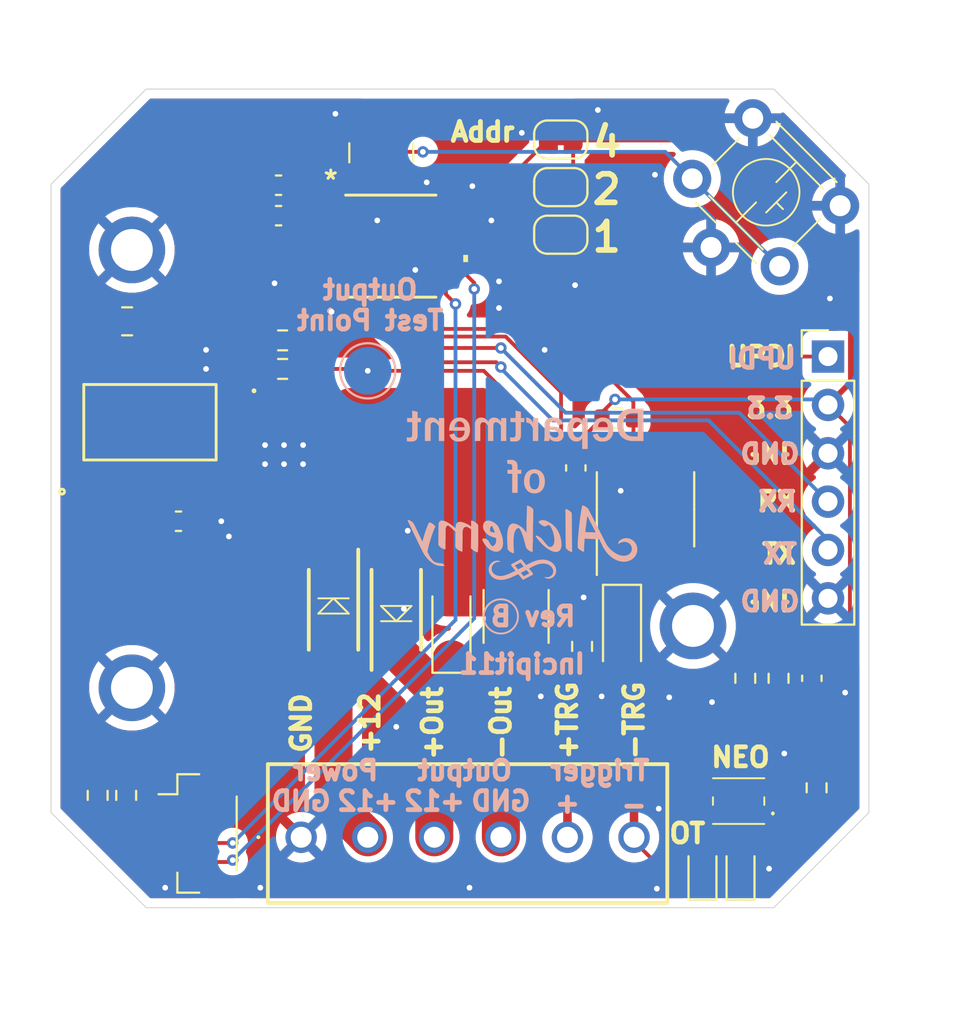
<source format=kicad_pcb>
(kicad_pcb (version 20241229) (generator "pcbnew") (generator_version "9.0")
  (title_block (title "Incipit11") (date "2025-03-05") (rev "A") (company "Department of Alchemy") (comment 1 "Designer: Jesse Peterson"))
  (layers (0 "F.Cu" signal) (2 "B.Cu" signal) (13 "F.Paste" user) (15 "B.Paste" user) (5 "F.SilkS" user "F.Silkscreen") (7 "B.SilkS" user "B.Silkscreen") (1 "F.Mask" user) (3 "B.Mask" user) (25 "Edge.Cuts" user))
  (net 0 "")
  (net 1 "+3.3V")
  (net 2 "Net-(U2-Anode1)")
  (net 3 "Net-(D2-A)")
  (net 4 "+12P")
  (net 5 "Net-(D4-A)")
  (net 6 "/OutputGnd1")
  (net 7 "/SDA")
  (net 8 "/In")
  (net 9 "/SCL")
  (net 10 "/UPDI")
  (net 11 "+12V")
  (net 12 "GND")
  (net 13 "/Trigger -")
  (net 14 "/Trigger +")
  (net 15 "Net-(Q1-G)")
  (net 16 "/OutputPWM")
  (net 20 "/Button")
  (net 21 "/RX")
  (net 22 "/TX")
  (net 23 "Net-(D5-A)")
  (net 24 "/PA2")
  (net 25 "/PA1")
  (net 26 "/PA3")
  (net 27 "Net-(LED1-DIN)")
  (net 28 "Net-(LED1-DOUT)")
  (net 29 "/NEOPIXEL")
  (net 31 "+3.3VP")
  (net 32 "Net-(D6-A)")
  (footprint "Diode_SMD:D_SOD-123" (layer "F.Cu") (at 154.27 96.7 -90)
    (property "Reference" "D1")
    (property "Value" "1N4150W-HE3-08")
  )
  (footprint "Department of Alchemy:SL54AFL-TP DO-221AC(SMA-FL)" (layer "F.Cu") (at 142.4 95.8 90)
    (property "Reference" "D3")
    (property "Value" "SL54AFL-TP" (hide yes))
  )
  (footprint "Resistor_SMD:R_0603_1608Metric" (layer "F.Cu") (at 128.2 105.4 -90)
    (property "Reference" "R2")
    (property "Value" "10K")
  )
  (footprint "Resistor_SMD:R_0603_1608Metric" (layer "F.Cu") (at 164.5 105 -90)
    (property "Reference" "R6")
    (property "Value" "560")
  )
  (footprint "Resistor_SMD:R_0603_1608Metric" (layer "F.Cu") (at 136.425 81.5 180)
    (property "Reference" "R8")
    (property "Value" "10K")
  )
  (footprint "Department of Alchemy:393570006" (layer "F.Cu") (at 137.4 107.6)
    (property "Reference" "J2")
    (property "Value" "2383942-6" (hide yes))
  )
  (footprint "Department of Alchemy:SL54AFL-TP DO-221AC(SMA-FL)" (layer "F.Cu") (at 139.1 95.5 -90)
    (property "Reference" "D6")
    (property "Value" "SL54AFL-TP" (hide yes))
  )
  (footprint "Resistor_SMD:R_0603_1608Metric" (layer "F.Cu") (at 154.04 85.6 180)
    (property "Reference" "R5")
    (property "Value" "1K")
  )
  (footprint "Department of Alchemy:Fuse_1812_4532Metric" (layer "F.Cu") (at 148.7 96 -90)
    (property "Reference" "F1")
    (property "Value" "0ZCG0160BF2C")
  )
  (footprint "Jumper:SolderJumper-2_P1.3mm_Bridged_RoundedPad1.0x1.5mm" (layer "F.Cu") (at 151.05 70.95)
    (property "Reference" "JP3")
    (property "Value" "ADDR2")
  )
  (footprint "Resistor_SMD:R_0603_1608Metric" (layer "F.Cu") (at 136.425 83 180)
    (property "Reference" "R9")
    (property "Value" "470")
  )
  (footprint "Department of Alchemy:TO229P991X239-3N" (layer "F.Cu") (at 142.67 87.5 -90)
    (property "Reference" "Q1")
    (property "Value" "MCU30N02-TP")
  )
  (footprint "Capacitor_SMD:C_0603_1608Metric" (layer "F.Cu") (at 151.84 88.2 -90)
    (property "Reference" "C4")
    (property "Value" "0.1uF")
  )
  (footprint "Connector_PinHeader_2.54mm:PinHeader_1x06_P2.54mm_Vertical" (layer "F.Cu") (at 165.1 82.35)
    (property "Reference" "J3")
    (property "Value" "Conn_01x06")
  )
  (footprint "MountingHole:MountingHole_2.2mm_M2_ISO7380_Pad_TopBottom" (layer "F.Cu") (at 128.5 76.75)
    (property "Reference" "H2")
    (property "Value" "MountingHole_Pad")
  )
  (footprint "Resistor_SMD:R_0603_1608Metric" (layer "F.Cu") (at 162.5 99.25 90)
    (property "Reference" "R4")
    (property "Value" "560")
  )
  (footprint "Jumper:SolderJumper-2_P1.3mm_Bridged_RoundedPad1.0x1.5mm" (layer "F.Cu") (at 151.05 75.95)
    (property "Reference" "JP1")
    (property "Value" "ADDR0")
  )
  (footprint "Capacitor_SMD:C_0603_1608Metric" (layer "F.Cu") (at 136.2111 73.35)
    (property "Reference" "C1")
    (property "Value" "0.1uF")
  )
  (footprint "Capacitor_SMD:C_0603_1608Metric" (layer "F.Cu") (at 164.25 99.25 90)
    (property "Reference" "C3")
    (property "Value" "0.1uF")
  )
  (footprint "Capacitor_SMD:C_0805_2012Metric" (layer "F.Cu") (at 128.25 80.5 180)
    (property "Reference" "C5")
    (property "Value" "10uF")
  )
  (footprint "Department of Alchemy:EL0631(TA)-SOP-8_3.9x4.9mm_P1.27mm" (layer "F.Cu") (at 155.505 90.375 90)
    (property "Reference" "U2")
    (property "Value" "EL0631(TA)")
  )
  (footprint "Resistor_SMD:R_0603_1608Metric" (layer "F.Cu") (at 126.7 105.4 -90)
    (property "Reference" "R1")
    (property "Value" "10K")
  )
  (footprint "Department of Alchemy:CT1102P" (layer "F.Cu") (at 161.848719 73.721282 135)
    (property "Reference" "SW2")
    (property "Value" "SW_Push_Shielded")
  )
  (footprint "Capacitor_SMD:C_0603_1608Metric" (layer "F.Cu") (at 136.2111 74.95)
    (property "Reference" "C2")
    (property "Value" "10nF")
  )
  (footprint "MountingHole:MountingHole_2.2mm_M2_ISO7380_Pad_TopBottom" (layer "F.Cu") (at 128.5 99.75)
    (property "Reference" "H1")
    (property "Value" "MountingHole_Pad")
  )
  (footprint "Department of Alchemy:SOT223-3_MXL" (layer "F.Cu") (at 129.45 85.8)
    (property "Reference" "U3")
    (property "Value" "SPX1117M3-L-3-3/TR")
  )
  (footprint "Capacitor_SMD:C_0603_1608Metric" (layer "F.Cu") (at 130.95 91 180)
    (property "Reference" "C6")
    (property "Value" "0.1uF")
  )
  (footprint "LED_SMD:LED_0603_1608Metric" (layer "F.Cu") (at 160.5 109.4 90)
    (property "Reference" "D2")
    (property "Value" "LED ORANGE")
  )
  (footprint "LED_SMD:LED_0603_1608Metric" (layer "F.Cu") (at 158.5 109.4 90)
    (property "Reference" "D4")
    (property "Value" "LED GREEN")
  )
  (footprint "Resistor_SMD:R_Array_Convex_4x0603" (layer "F.Cu") (at 141.6111 71.65 -90)
    (property "Reference" "RN1")
    (property "Value" "10K")
  )
  (footprint "Resistor_SMD:R_0603_1608Metric" (layer "F.Cu") (at 160.75 99.25 -90)
    (property "Reference" "R7")
    (property "Value" "68")
  )
  (footprint "Jumper:SolderJumper-2_P1.3mm_Bridged_RoundedPad1.0x1.5mm" (layer "F.Cu") (at 151.05 73.45)
    (property "Reference" "JP2")
    (property "Value" "ADDR1")
  )
  (footprint "Department of Alchemy:JST_SH_BM04B-SRSS-TB_1x04-1MP_P1.00mm_Vertical" (layer "F.Cu") (at 132 107.4 -90)
    (property "Reference" "J1")
    (property "Value" "SM04B-SRSS-TB_LF__SN_")
  )
  (footprint "Resistor_SMD:R_0603_1608Metric" (layer "F.Cu") (at 152.17 97.575 -90)
    (property "Reference" "R3")
    (property "Value" "1K")
  )
  (footprint "MountingHole:MountingHole_2.2mm_M2_ISO7380_Pad_TopBottom" (layer "F.Cu") (at 158 96.5)
    (property "Reference" "H3")
    (property "Value" "MountingHole_Pad")
  )
  (footprint "Department of Alchemy:TSSOP14_ST_MCH" (layer "F.Cu") (at 142.1111 76.55)
    (property "Reference" "U1")
    (property "Value" "ATTINY3224-XUR")
  )
  (footprint "Department of Alchemy:INPI22TAT5R5G5B" (layer "F.Cu") (at 160.4 105.7)
    (property "Reference" "LED1")
    (property "Value" "IN-PI22TAT5R5G5B" (hide yes))
  )
  (footprint "Diode_SMD:D_SOD-123" (layer "F.Cu") (at 145.3 96.6 90)
    (property "Reference" "D5")
    (property "Value" "SBA130AS_R1_00001")
  )
  (footprint "TestPoint:TestPoint_Pad_D2.5mm" (layer "B.Cu") (at 140.9 83.1 180)
    (property "Reference" "TP1")
    (property "Value" "TestPoint")
  )
  (gr_poly (pts (xy 143.244107 85.58637) (xy 142.976399 85.58637) (xy 142.976399 85.786089) (xy 143.244107 85.786089) (xy 143.244107 86.441548) (xy 143.24353 86.462388) (xy 143.2418 86.481883) (xy 143.238916 86.500034) (xy 143.237041 86.508605) (xy 143.234878 86.51684) (xy 143.232427 86.524739) (xy 143.229687 86.532302) (xy 143.226659 86.539529) (xy 143.223342 86.54642) (xy 143.219737 86.552974) (xy 143.215843 86.559192) (xy 143.211661 86.565075) (xy 143.207191 86.570621) (xy 143.202432 86.575831) (xy 143.197385 86.580705) (xy 143.19205 86.585242) (xy 143.186426 86.589444) (xy 143.180514 86.593309) (xy 143.174313 86.596839) (xy 143.167824 86.600032) (xy 143.161046 86.602889) (xy 143.15398 86.60541) (xy 143.146626 86.607595) (xy 143.138983 86.609444) (xy 143.131052 86.610956) (xy 143.122833 86.612133) (xy 143.114325 86.612973) (xy 143.105529 86.613477) (xy 143.096444 86.613645) (xy 143.076841 86.613429) (xy 143.057868 86.612782) (xy 143.039527 86.611703) (xy 143.021816 86.610193) (xy 143.004735 86.60825) (xy 142.988286 86.605877) (xy 142.972467 86.603071) (xy 142.957279 86.599834) (xy 142.967903 86.795304) (xy 142.990992 86.798541) (xy 143.015111 86.801346) (xy 143.040258 86.803719) (xy 143.066434 86.805661) (xy 143.09364 86.807172) (xy 143.121875 86.808251) (xy 143.151139 86.808898) (xy 143.181432 86.809114) (xy 143.203741 86.808774) (xy 143.225253 86.807753) (xy 143.245969 86.806051) (xy 143.265887 86.803669) (xy 143.285009 86.800607) (xy 143.303335 86.796864) (xy 143.320863 86.79244) (xy 143.337595 86.787336) (xy 143.35353 86.781552) (xy 143.368668 86.775086) (xy 143.383009 86.767941) (xy 143.396554 86.760114) (xy 143.409302 86.751607) (xy 143.421253 86.74242) (xy 143.432408 86.732552) (xy 143.442765 86.722003) (xy 143.451384 86.712015) (xy 143.459447 86.701437) (xy 143.466954 86.69027) (xy 143.473905 86.678514) (xy 143.480299 86.666168) (xy 143.486138 86.653234) (xy 143.491421 86.63971) (xy 143.496147 86.625596) (xy 143.500318 86.610894) (xy 143.503932 86.595602) (xy 143.50699 86.579721) (xy 143.509492 86.563251) (xy 143.511439 86.546191) (xy 143.512829 86.528542) (xy 143.513663 86.510304) (xy 143.513941 86.491477) (xy 143.513941 85.786089) (xy 143.692412 85.786089) (xy 143.692412 85.58637) (xy 143.513941 85.58637) (xy 143.513941 85.25811) (xy 143.244107 85.196494)) (stroke (width 0.013566)) (fill yes) (layer "B.SilkS"))
  (gr_line (start 149.506803 93.761198) (end 149.080602 93.987071) (stroke (width 0.152321)) (layer "B.SilkS"))
  (gr_poly (pts (xy 144.793972 90.963095) (xy 144.787506 90.963339) (xy 144.781163 90.963764) (xy 144.774929 90.964383) (xy 144.76879 90.96521) (xy 144.762731 90.966261) (xy 144.756739 90.967548) (xy 144.750798 90.969087) (xy 144.744896 90.970892) (xy 144.739018 90.972976) (xy 144.733149 90.975355) (xy 144.727275 90.978042) (xy 144.721382 90.981051) (xy 144.715456 90.984397) (xy 144.709483 90.988094) (xy 144.703448 90.992156) (xy 144.697492 90.996057) (xy 144.691768 91.000446) (xy 144.686282 91.005282) (xy 144.681037 91.01052) (xy 144.676039 91.016119) (xy 144.671293 91.022035) (xy 144.666802 91.028227) (xy 144.662573 91.03465) (xy 144.658609 91.041264) (xy 144.654915 91.048024) (xy 144.651497 91.054889) (xy 144.648358 91.061816) (xy 144.645504 91.068761) (xy 144.642939 91.075683) (xy 144.640668 91.082538) (xy 144.638696 91.089285) (xy 144.635276 91.10264) (xy 144.632283 91.115995) (xy 144.629689 91.12935) (xy 144.627464 91.142706) (xy 144.625581 91.156061) (xy 144.624011 91.169416) (xy 144.621697 91.196126) (xy 144.620293 91.222837) (xy 144.619572 91.249547) (xy 144.619268 91.302968) (xy 144.612801 91.620254) (xy 144.612396 91.806822) (xy 144.611437 91.901168) (xy 144.609568 91.995818) (xy 144.609972 92.11561) (xy 144.610932 92.175203) (xy 144.612801 92.235402) (xy 144.614089 92.239044) (xy 144.61552 92.242681) (xy 144.617083 92.246309) (xy 144.61877 92.249922) (xy 144.620571 92.253516) (xy 144.622475 92.257086) (xy 144.624475 92.260628) (xy 144.62656 92.264137) (xy 144.628721 92.267608) (xy 144.630948 92.271036) (xy 144.635564 92.277745) (xy 144.640332 92.284227) (xy 144.645176 92.290443) (xy 144.67755 92.322819) (xy 144.690584 92.335776) (xy 144.707145 92.351806) (xy 144.726211 92.36943) (xy 144.736363 92.378377) (xy 144.746757 92.387167) (xy 144.757264 92.395616) (xy 144.767757 92.403539) (xy 144.778108 92.41075) (xy 144.788188 92.417065) (xy 144.79787 92.422298) (xy 144.802522 92.424452) (xy 144.807026 92.426266) (xy 144.811366 92.427717) (xy 144.815527 92.428782) (xy 144.819492 92.429438) (xy 144.823245 92.429661) (xy 144.849957 92.442713) (xy 144.86741 92.450719) (xy 144.886381 92.4588) (xy 144.896151 92.462656) (xy 144.905958 92.466274) (xy 144.91569 92.469571) (xy 144.925232 92.472459) (xy 144.934471 92.474854) (xy 144.943292 92.47667) (xy 144.951582 92.477823) (xy 144.959227 92.478226) (xy 144.962755 92.478148) (xy 144.966056 92.477903) (xy 144.96913 92.477479) (xy 144.970581 92.477195) (xy 144.971976 92.47686) (xy 144.973313 92.476473) (xy 144.974594 92.476032) (xy 144.975817 92.475536) (xy 144.976984 92.474982) (xy 144.978094 92.474369) (xy 144.979147 92.473694) (xy 144.980143 92.472957) (xy 144.981082 92.472155) (xy 144.981964 92.471287) (xy 144.982789 92.470351) (xy 144.983558 92.469344) (xy 144.984269 92.468266) (xy 144.984924 92.467115) (xy 144.985521 92.465888) (xy 144.986062 92.464584) (xy 144.986546 92.463201) (xy 144.986973 92.461738) (xy 144.987343 92.460192) (xy 144.987656 92.458562) (xy 144.987912 92.456846) (xy 144.988111 92.455042) (xy 144.988253 92.453149) (xy 144.988339 92.451165) (xy 144.988367 92.449087) (xy 144.988367 92.238641) (xy 144.988468 92.151327) (xy 144.989177 92.064619) (xy 144.991099 91.979125) (xy 144.992706 91.937024) (xy 144.994843 91.895453) (xy 144.994843 91.484276) (xy 144.994945 91.458071) (xy 144.995185 91.445234) (xy 144.995653 91.432473) (xy 144.996424 91.419712) (xy 144.997575 91.406875) (xy 144.999181 91.393887) (xy 145.001319 91.38067) (xy 145.005309 91.361011) (xy 145.007615 91.351084) (xy 145.010172 91.341161) (xy 145.013014 91.331296) (xy 145.016173 91.32154) (xy 145.019684 91.311945) (xy 145.023578 91.302563) (xy 145.02789 91.293447) (xy 145.032653 91.284649) (xy 145.037899 91.27622) (xy 145.043662 91.268214) (xy 145.046748 91.264385) (xy 145.049976 91.260682) (xy 145.053349 91.25711) (xy 145.056872 91.253676) (xy 145.060549 91.250387) (xy 145.064385 91.247249) (xy 145.068383 91.244269) (xy 145.072548 91.241453) (xy 145.074977 91.240276) (xy 145.077411 91.239176) (xy 145.079854 91.238151) (xy 145.082311 91.237202) (xy 145.084787 91.23633) (xy 145.087287 91.235533) (xy 145.089816 91.234812) (xy 145.092378 91.234167) (xy 145.094977 91.233598) (xy 145.097619 91.233105) (xy 145.100309 91.232688) (xy 145.103051 91.232347) (xy 145.10585 91.232081) (xy 145.10871 91.231892) (xy 145.111637 91.231778) (xy 145.114635 91.23174) (xy 145.1373 91.23174) (xy 145.147015 91.238216) (xy 145.147622 91.238547) (xy 145.14823 91.238931) (xy 145.149456 91.239841) (xy 145.1507 91.240912) (xy 145.151972 91.242111) (xy 145.154641 91.244761) (xy 145.156056 91.246145) (xy 145.157537 91.247524) (xy 145.159095 91.248866) (xy 145.160737 91.250136) (xy 145.161594 91.250734) (xy 145.162475 91.251302) (xy 145.163382 91.251835) (xy 145.164317 91.25233) (xy 145.16528 91.252782) (xy 145.166272 91.253188) (xy 145.167296 91.253542) (xy 145.168351 91.253841) (xy 145.16944 91.254081) (xy 145.170563 91.254258) (xy 145.171722 91.254367) (xy 145.172917 91.254404) (xy 145.215005 91.290017) (xy 145.216532 91.290983) (xy 145.218078 91.292055) (xy 145.221221 91.294482) (xy 145.224431 91.297231) (xy 145.227703 91.300236) (xy 145.24131 91.313491) (xy 145.244819 91.316781) (xy 145.248361 91.319928) (xy 145.251931 91.322867) (xy 145.255525 91.325531) (xy 145.25733 91.326739) (xy 145.259138 91.327853) (xy 145.26095 91.328865) (xy 145.262766 91.329767) (xy 145.264583 91.330551) (xy 145.266403 91.331207) (xy 145.268223 91.331729) (xy 145.270044 91.332106) (xy 145.295943 91.358007) (xy 145.32252 91.381347) (xy 145.348907 91.405105) (xy 145.401568 91.453113) (xy 145.42807 91.476984) (xy 145.454838 91.500513) (xy 145.481985 91.523512) (xy 145.509625 91.545789) (xy 145.506391 91.736809) (xy 145.505987 91.923378) (xy 145.505027 92.017725) (xy 145.503158 92.112375) (xy 145.503562 92.230548) (xy 145.504522 92.289938) (xy 145.506391 92.348721) (xy 145.507679 92.352897) (xy 145.509109 92.356936) (xy 145.510672 92.360851) (xy 145.512359 92.364657) (xy 145.514159 92.368368) (xy 145.516064 92.371998) (xy 145.518064 92.375563) (xy 145.520149 92.379074) (xy 145.524537 92.385999) (xy 145.529153 92.392885) (xy 145.538766 92.406998) (xy 145.57114 92.439376) (xy 145.584174 92.452194) (xy 145.600735 92.467857) (xy 145.619801 92.484962) (xy 145.629953 92.493616) (xy 145.640347 92.502104) (xy 145.650854 92.510251) (xy 145.661347 92.517881) (xy 145.671698 92.524819) (xy 145.681779 92.530889) (xy 145.691461 92.535915) (xy 145.696112 92.537982) (xy 145.700616 92.539722) (xy 145.704957 92.541114) (xy 145.709117 92.542136) (xy 145.713083 92.542764) (xy 145.716836 92.542979) (xy 145.728522 92.549853) (xy 145.743547 92.557903) (xy 145.761001 92.566484) (xy 145.779971 92.574951) (xy 145.789741 92.578941) (xy 145.799549 92.58266) (xy 145.809281 92.586028) (xy 145.818823 92.588964) (xy 145.828061 92.591388) (xy 145.836883 92.59322) (xy 145.845173 92.594378) (xy 145.852818 92.594782) (xy 145.856345 92.594703) (xy 145.859646 92.594459) (xy 145.862719 92.594035) (xy 145.86417 92.59375) (xy 145.865564 92.593416) (xy 145.866901 92.593029) (xy 145.868182 92.592588) (xy 145.869405 92.592092) (xy 145.870572 92.591538) (xy 145.871682 92.590925) (xy 145.872734 92.59025) (xy 145.87373 92.589513) (xy 145.874669 92.588711) (xy 145.875551 92.587843) (xy 145.876377 92.586907) (xy 145.877145 92.5859) (xy 145.877856 92.584822) (xy 145.878511 92.583671) (xy 145.879108 92.582444) (xy 145.879649 92.58114) (xy 145.880133 92.579757) (xy 145.88056 92.578294) (xy 145.88093 92.576748) (xy 145.881243 92.575118) (xy 145.881499 92.573402) (xy 145.881698 92.571598) (xy 145.88184 92.569705) (xy 145.881926 92.567721) (xy 145.881954 92.565643) (xy 145.881954 92.361673) (xy 145.882055 92.277191) (xy 145.882764 92.193316) (xy 145.884686 92.109441) (xy 145.886292 92.067314) (xy 145.88843 92.024959) (xy 145.88843 91.610542) (xy 145.888531 91.583326) (xy 145.888771 91.569452) (xy 145.889239 91.555502) (xy 145.890011 91.541553) (xy 145.891161 91.527679) (xy 145.892768 91.513957) (xy 145.893765 91.507177) (xy 145.894905 91.500463) (xy 145.897489 91.487115) (xy 145.900401 91.473816) (xy 145.903663 91.460611) (xy 145.9073 91.447548) (xy 145.911335 91.434675) (xy 145.915792 91.422039) (xy 145.920695 91.409688) (xy 145.926067 91.397668) (xy 145.931933 91.386028) (xy 145.938316 91.374815) (xy 145.945239 91.364076) (xy 145.952727 91.353859) (xy 145.960802 91.344211) (xy 145.965068 91.339615) (xy 145.96949 91.33518) (xy 145.97407 91.33091) (xy 145.978813 91.326812) (xy 145.98372 91.322892) (xy 145.988795 91.319156) (xy 145.998648 91.315526) (xy 146.008728 91.311972) (xy 146.018959 91.308569) (xy 146.029266 91.305395) (xy 146.039574 91.302524) (xy 146.049805 91.300032) (xy 146.054869 91.298953) (xy 146.059885 91.297996) (xy 146.064844 91.297173) (xy 146.069737 91.296492) (xy 146.124777 91.302968) (xy 146.192767 91.332106) (xy 146.197769 91.335743) (xy 146.203037 91.339341) (xy 146.208532 91.342863) (xy 146.214216 91.346271) (xy 146.220052 91.349528) (xy 146.226002 91.352594) (xy 146.232029 91.355433) (xy 146.235059 91.356756) (xy 146.238093 91.358007) (xy 146.276943 91.383909) (xy 146.279697 91.38584) (xy 146.283033 91.387975) (xy 146.291058 91.392762) (xy 146.300222 91.39808) (xy 146.309726 91.403739) (xy 146.314358 91.406638) (xy 146.318775 91.409551) (xy 146.32288 91.412454) (xy 146.326572 91.415324) (xy 146.329752 91.418137) (xy 146.331118 91.419515) (xy 146.332319 91.42087) (xy 146.333342 91.422198) (xy 146.334175 91.423498) (xy 146.334805 91.424765) (xy 146.33522 91.425998) (xy 146.331987 91.762711) (xy 146.33143 91.859334) (xy 146.329962 91.95535) (xy 146.325511 92.147989) (xy 146.325359 92.206772) (xy 146.324999 92.23643) (xy 146.324297 92.266163) (xy 146.32314 92.295896) (xy 146.321413 92.325553) (xy 146.319004 92.355059) (xy 146.315798 92.384337) (xy 146.317051 92.388548) (xy 146.318384 92.392683) (xy 146.319803 92.396743) (xy 146.321311 92.400727) (xy 146.322915 92.404635) (xy 146.324618 92.408467) (xy 146.326426 92.412223) (xy 146.328342 92.415903) (xy 146.330373 92.419508) (xy 146.332522 92.423036) (xy 146.334794 92.426489) (xy 146.337194 92.429866) (xy 146.339728 92.433166) (xy 146.342398 92.436391) (xy 146.345212 92.439541) (xy 146.348172 92.442614) (xy 146.380547 92.47499) (xy 146.387943 92.4822) (xy 146.395553 92.489262) (xy 146.403362 92.496182) (xy 146.411356 92.502965) (xy 146.419521 92.509615) (xy 146.427842 92.516137) (xy 146.444896 92.528816) (xy 146.462406 92.541039) (xy 146.480257 92.552845) (xy 146.498336 92.564272) (xy 146.516528 92.575357) (xy 146.531256 92.583824) (xy 146.546326 92.592102) (xy 146.561774 92.6) (xy 146.569653 92.603747) (xy 146.57764 92.607329) (xy 146.585741 92.61072) (xy 146.593961 92.613899) (xy 146.602304 92.61684) (xy 146.610775 92.61952) (xy 146.619379 92.621916) (xy 146.62812 92.624004) (xy 146.637004 92.625759) (xy 146.646034 92.627159) (xy 146.646347 92.627453) (xy 146.646678 92.627729) (xy 146.647025 92.627986) (xy 146.647388 92.628227) (xy 146.647765 92.628451) (xy 146.648155 92.628659) (xy 146.648969 92.629029) (xy 146.649822 92.629343) (xy 146.650702 92.629604) (xy 146.651602 92.629818) (xy 146.652512 92.62999) (xy 146.653421 92.630123) (xy 146.654321 92.630224) (xy 146.655201 92.630295) (xy 146.656053 92.630344) (xy 146.657634 92.630388) (xy 146.658986 92.630394) (xy 146.66134 92.630356) (xy 146.663552 92.630242) (xy 146.665631 92.630053) (xy 146.667586 92.629787) (xy 146.669428 92.629446) (xy 146.671166 92.629028) (xy 146.672808 92.628535) (xy 146.674365 92.627966) (xy 146.675847 92.627321) (xy 146.677262 92.6266) (xy 146.67862 92.625804) (xy 146.67993 92.624931) (xy 146.681203 92.623982) (xy 146.682448 92.622958) (xy 146.683673 92.621858) (xy 146.684889 92.620681) (xy 146.685458 92.618898) (xy 146.685956 92.617191) (xy 146.686388 92.615559) (xy 146.686758 92.614004) (xy 146.687072 92.612524) (xy 146.687333 92.611121) (xy 146.687547 92.609793) (xy 146.687718 92.608541) (xy 146.687852 92.607365) (xy 146.687952 92.606265) (xy 146.688072 92.604292) (xy 146.688116 92.602622) (xy 146.688123 92.601255) (xy 146.697836 92.539741) (xy 146.702111 92.450833) (xy 146.705324 92.361469) (xy 146.709169 92.181983) (xy 146.710585 92.002497) (xy 146.710788 91.824226) (xy 146.710788 91.442183) (xy 146.710687 91.383905) (xy 146.709978 91.325628) (xy 146.709207 91.296489) (xy 146.708056 91.26735) (xy 146.706449 91.238212) (xy 146.704311 91.209073) (xy 146.703923 91.206626) (xy 146.703371 91.204143) (xy 146.702659 91.201626) (xy 146.701794 91.199076) (xy 146.69963 91.193885) (xy 146.696925 91.188585) (xy 146.693727 91.18319) (xy 146.690083 91.177715) (xy 146.68604 91.172173) (xy 146.681647 91.166579) (xy 146.67695 91.160947) (xy 146.671997 91.155292) (xy 146.661513 91.143966) (xy 146.650574 91.132717) (xy 146.639559 91.121657) (xy 146.628789 91.111489) (xy 146.612291 91.096768) (xy 146.591922 91.079315) (xy 146.569542 91.060951) (xy 146.547011 91.043498) (xy 146.53627 91.035683) (xy 146.526188 91.028777) (xy 146.516998 91.02301) (xy 146.508931 91.018609) (xy 146.505392 91.016992) (xy 146.502222 91.015801) (xy 146.499448 91.015066) (xy 146.497101 91.014815) (xy 146.471705 91.003129) (xy 146.454189 90.99518) (xy 146.434775 90.98689) (xy 146.424666 90.982866) (xy 146.414451 90.979056) (xy 146.404256 90.975558) (xy 146.394203 90.972473) (xy 146.384416 90.9699) (xy 146.375018 90.967939) (xy 146.366132 90.966689) (xy 146.357882 90.966251) (xy 146.356374 90.966325) (xy 146.354887 90.966542) (xy 146.353423 90.966894) (xy 146.351983 90.96737) (xy 146.350569 90.967963) (xy 146.349183 90.968662) (xy 146.347826 90.969461) (xy 146.346501 90.970349) (xy 146.345209 90.971317) (xy 146.343952 90.972357) (xy 146.342732 90.97346) (xy 146.34155 90.974617) (xy 146.339309 90.977058) (xy 146.337244 90.979607) (xy 146.335368 90.982194) (xy 146.333696 90.984748) (xy 146.332243 90.987198) (xy 146.331021 90.989472) (xy 146.330047 90.991499) (xy 146.329333 90.993208) (xy 146.328894 90.994529) (xy 146.328745 90.995389) (xy 146.328884 91.00268) (xy 146.32925 91.010009) (xy 146.330362 91.024933) (xy 146.330956 91.032603) (xy 146.331473 91.040463) (xy 146.33184 91.048551) (xy 146.331979 91.056904) (xy 146.333848 91.110426) (xy 146.334808 91.164556) (xy 146.335162 91.219899) (xy 146.335213 91.277063) (xy 146.315642 91.262646) (xy 146.295805 91.248532) (xy 146.275741 91.234722) (xy 146.255487 91.221215) (xy 146.235081 91.208011) (xy 146.214561 91.195111) (xy 146.193966 91.182515) (xy 146.173332 91.170222) (xy 146.131351 91.149367) (xy 146.083944 91.126615) (xy 146.032363 91.103408) (xy 145.977861 91.081187) (xy 145.949906 91.070897) (xy 145.92169 91.061394) (xy 145.893369 91.052859) (xy 145.865101 91.045472) (xy 145.837041 91.039412) (xy 145.809346 91.034861) (xy 145.782173 91.031998) (xy 145.755678 91.031004) (xy 145.737627 91.031468) (xy 145.719932 91.032901) (xy 145.702644 91.035357) (xy 145.685817 91.038895) (xy 145.677592 91.041088) (xy 145.669501 91.043572) (xy 145.661552 91.046354) (xy 145.65375 91.049443) (xy 145.646102 91.052845) (xy 145.638616 91.056567) (xy 145.631296 91.060616) (xy 145.62415 91.064999) (xy 145.617184 91.069724) (xy 145.610405 91.074797) (xy 145.603819 91.080226) (xy 145.597433 91.086018) (xy 145.591253 91.09218) (xy 145.585286 91.098719) (xy 145.579539 91.105642) (xy 145.574017 91.112957) (xy 145.568728 91.120669) (xy 145.563678 91.128787) (xy 145.558873 91.137318) (xy 145.55432 91.146269) (xy 145.550025 91.155646) (xy 145.545996 91.165457) (xy 145.542238 91.17571) (xy 145.538758 91.18641) (xy 145.532997 91.209472) (xy 145.527881 91.232496) (xy 145.523448 91.255444) (xy 145.519735 91.278278) (xy 145.516782 91.300961) (xy 145.514625 91.323453) (xy 145.513304 91.345718) (xy 145.512855 91.367718) (xy 145.482356 91.341165) (xy 145.451592 91.314954) (xy 145.420601 91.289123) (xy 145.38942 91.263709) (xy 145.358087 91.23875) (xy 145.32664 91.214284) (xy 145.295117 91.19035) (xy 145.263556 91.166984) (xy 145.209528 91.130713) (xy 145.182059 91.112861) (xy 145.154287 91.095352) (xy 145.126211 91.078297) (xy 145.097832 91.061812) (xy 145.069148 91.046009) (xy 145.040161 91.031004) (xy 145.016935 91.020121) (xy 144.993367 91.009504) (xy 144.96942 90.999418) (xy 144.945055 90.990129) (xy 144.932704 90.985866) (xy 144.920235 90.981902) (xy 144.907643 90.97827) (xy 144.894922 90.975003) (xy 144.882068 90.972135) (xy 144.869077 90.969698) (xy 144.855944 90.967726) (xy 144.842664 90.966252) (xy 144.840235 90.965682) (xy 144.837801 90.965184) (xy 144.835358 90.964752) (xy 144.832901 90.964381) (xy 144.827924 90.963806) (xy 144.822834 90.963421) (xy 144.817593 90.963187) (xy 144.812161 90.963067) (xy 144.800576 90.963017)) (stroke (width -0.000001)) (fill yes) (layer "B.SilkS"))
  (gr_line (start 148.520522 93.30492) (end 148.946723 93.079049) (stroke (width 0.152321)) (layer "B.SilkS"))
  (gr_poly (pts (xy 149.631028 88.280115) (xy 149.599693 88.282319) (xy 149.569247 88.285992) (xy 149.539688 88.291133) (xy 149.511018 88.297744) (xy 149.483235 88.305823) (xy 149.456341 88.315372) (xy 149.430334 88.326389) (xy 149.405216 88.338876) (xy 149.380985 88.352831) (xy 149.357643 88.368256) (xy 149.335189 88.385149) (xy 149.313623 88.403512) (xy 149.292944 88.423344) (xy 149.273154 88.444644) (xy 149.254252 88.467414) (xy 149.238429 88.488656) (xy 149.223627 88.510687) (xy 149.209846 88.533506) (xy 149.197085 88.557114) (xy 149.185345 88.58151) (xy 149.174627 88.606695) (xy 149.164929 88.632668) (xy 149.156252 88.65943) (xy 149.148596 88.68698) (xy 149.14196 88.715318) (xy 149.136346 88.744445) (xy 149.131752 88.774361) (xy 149.128179 88.805065) (xy 149.125627 88.836557) (xy 149.124096 88.868838) (xy 149.123585 88.901907) (xy 149.124241 88.940014) (xy 149.126208 88.977051) (xy 149.129486 89.013016) (xy 149.134076 89.047911) (xy 149.139977 89.081736) (xy 149.147189 89.11449) (xy 149.155712 89.146173) (xy 149.165547 89.176785) (xy 149.176693 89.206327) (xy 149.189151 89.234799) (xy 149.202919 89.262199) (xy 149.217999 89.288529) (xy 149.234391 89.313789) (xy 149.252093 89.337977) (xy 149.271107 89.361096) (xy 149.291432 89.383143) (xy 149.309824 89.401024) (xy 149.32888 89.417752) (xy 149.348599 89.433326) (xy 149.368983 89.447746) (xy 149.39003 89.461013) (xy 149.411742 89.473126) (xy 149.434117 89.484085) (xy 149.457156 89.493891) (xy 149.48086 89.502543) (xy 149.505227 89.510042) (xy 149.530258 89.516387) (xy 149.555954 89.521578) (xy 149.582313 89.525616) (xy 149.609336 89.5285) (xy 149.637023 89.53023) (xy 149.665374 89.530807) (xy 149.69785 89.530073) (xy 149.729413 89.527869) (xy 149.760063 89.524197) (xy 149.7898 89.519055) (xy 149.818624 89.512445) (xy 149.846535 89.504365) (xy 149.873533 89.494817) (xy 149.899619 89.483799) (xy 149.924791 89.471312) (xy 149.94905 89.457357) (xy 149.972397 89.441932) (xy 149.99483 89.425039) (xy 150.016351 89.406676) (xy 150.036958 89.386845) (xy 150.056653 89.365544) (xy 150.075435 89.342775) (xy 150.091129 89.321657) (xy 150.105811 89.299734) (xy 150.11948 89.277006) (xy 150.132136 89.253473) (xy 150.143781 89.229134) (xy 150.154412 89.203991) (xy 150.164031 89.178043) (xy 150.172638 89.15129) (xy 150.180232 89.123731) (xy 150.186814 89.095368) (xy 150.192383 89.066199) (xy 150.196939 89.036226) (xy 150.200483 89.005447) (xy 150.203014 88.973863) (xy 150.204533 88.941475) (xy 150.205039 88.908281) (xy 150.204966 88.904032) (xy 149.924584 88.904032) (xy 149.923571 88.956003) (xy 149.920534 89.004621) (xy 149.915471 89.049887) (xy 149.908383 89.091799) (xy 149.899271 89.130358) (xy 149.888133 89.165564) (xy 149.87497 89.197418) (xy 149.859782 89.225918) (xy 149.851428 89.238911) (xy 149.842569 89.251065) (xy 149.833203 89.262382) (xy 149.82333 89.27286) (xy 149.812952 89.2825) (xy 149.802067 89.291301) (xy 149.790676 89.299265) (xy 149.778779 89.30639) (xy 149.766375 89.312676) (xy 149.753465 89.318125) (xy 149.740049 89.322735) (xy 149.726127 89.326508) (xy 149.711698 89.329441) (xy 149.696763 89.331537) (xy 149.681322 89.332794) (xy 149.665374 89.333214) (xy 149.649296 89.332794) (xy 149.633728 89.331537) (xy 149.618671 89.329441) (xy 149.604124 89.326508) (xy 149.590088 89.322735) (xy 149.576562 89.318125) (xy 149.563546 89.312676) (xy 149.551041 89.30639) (xy 149.539046 89.299265) (xy 149.527562 89.291301) (xy 149.516588 89.2825) (xy 149.506124 89.27286) (xy 149.496171 89.262382) (xy 149.486728 89.251065) (xy 149.477796 89.238911) (xy 149.469374 89.225918) (xy 149.461463 89.212087) (xy 149.454062 89.197418) (xy 149.447171 89.18191) (xy 149.440791 89.165564) (xy 149.434921 89.14838) (xy 149.429562 89.130358) (xy 149.424713 89.111498) (xy 149.420374 89.091799) (xy 149.416546 89.071262) (xy 149.413228 89.049887) (xy 149.410421 89.027673) (xy 149.408124 89.004621) (xy 149.406338 88.980731) (xy 149.405062 88.956003) (xy 149.404296 88.930437) (xy 149.404041 88.904032) (xy 149.405053 88.852318) (xy 149.408091 88.80394) (xy 149.413154 88.758899) (xy 149.420241 88.717194) (xy 149.429354 88.678826) (xy 149.440492 88.643794) (xy 149.453655 88.612098) (xy 149.468843 88.583739) (xy 149.477196 88.57081) (xy 149.486056 88.558716) (xy 149.495422 88.547456) (xy 149.505294 88.53703) (xy 149.515673 88.527437) (xy 149.526557 88.518679) (xy 149.537949 88.510756) (xy 149.549846 88.503666) (xy 149.562249 88.49741) (xy 149.575159 88.491988) (xy 149.588575 88.487401) (xy 149.602498 88.483647) (xy 149.616927 88.480728) (xy 149.631862 88.478643) (xy 149.647303 88.477392) (xy 149.66325 88.476975) (xy 149.679329 88.477392) (xy 149.694896 88.478643) (xy 149.709954 88.480728) (xy 149.7245 88.483647) (xy 149.738537 88.487401) (xy 149.752063 88.491988) (xy 149.765079 88.49741) (xy 149.777584 88.503666) (xy 149.789579 88.510756) (xy 149.801063 88.518679) (xy 149.812037 88.527437) (xy 149.822501 88.53703) (xy 149.832454 88.547456) (xy 149.841896 88.558716) (xy 149.850829 88.57081) (xy 149.859251 88.583739) (xy 149.867162 88.597502) (xy 149.874563 88.612098) (xy 149.881454 88.627529) (xy 149.887834 88.643794) (xy 149.893704 88.660893) (xy 149.899063 88.678826) (xy 149.903912 88.697593) (xy 149.908251 88.717194) (xy 149.912079 88.73763) (xy 149.915396 88.758899) (xy 149.918204 88.781003) (xy 149.920501 88.80394) (xy 149.922287 88.827712) (xy 149.923563 88.852318) (xy 149.924329 88.877758) (xy 149.924584 88.904032) (xy 150.204966 88.904032) (xy 150.20438 88.870298) (xy 150.2024 88.83337) (xy 150.199101 88.797495) (xy 150.194483 88.762675) (xy 150.188544 88.728909) (xy 150.181287 88.696196) (xy 150.172709 88.664538) (xy 150.162812 88.633934) (xy 150.151595 88.604384) (xy 150.139059 88.575887) (xy 150.125203 88.548445) (xy 150.110027 88.522057) (xy 150.093532 88.496723) (xy 150.075717 88.472443) (xy 150.056582 88.449217) (xy 150.036128 88.427045) (xy 150.017616 88.409164) (xy 149.998465 88.392437) (xy 149.978675 88.376863) (xy 149.958246 88.362442) (xy 149.937178 88.349176) (xy 149.915471 88.337062) (xy 149.893124 88.326103) (xy 149.870139 88.316297) (xy 149.846515 88.307645) (xy 149.822251 88.300146) (xy 149.797349 88.293801) (xy 149.771807 88.28861) (xy 149.745627 88.284572) (xy 149.718807 88.281688) (xy 149.691348 88.279958) (xy 149.66325 88.279381)) (stroke (width 0.013566)) (fill yes) (layer "B.SilkS"))
  (gr_poly (pts (xy 154.772814 85.093291) (xy 154.723718 85.096005) (xy 154.676241 85.100528) (xy 154.630382 85.10686) (xy 154.586142 85.115002) (xy 154.54352 85.124953) (xy 154.502516 85.136713) (xy 154.463131 85.150283) (xy 154.425365 85.165662) (xy 154.389216 85.18285) (xy 154.354686 85.201848) (xy 154.321775 85.222654) (xy 154.290482 85.24527) (xy 154.260807 85.269696) (xy 154.232751 85.29593) (xy 154.206313 85.323974) (xy 154.183801 85.351097) (xy 154.162741 85.379614) (xy 154.143133 85.409525) (xy 154.124978 85.440831) (xy 154.108276 85.47353) (xy 154.093025 85.507625) (xy 154.079228 85.543113) (xy 154.066882 85.579996) (xy 154.055989 85.618273) (xy 154.046548 85.657945) (xy 154.03856 85.69901) (xy 154.032024 85.741471) (xy 154.026941 85.785325) (xy 154.02331 85.830574) (xy 154.021131 85.877217) (xy 154.020405 85.925254) (xy 154.021426 85.979902) (xy 154.024488 86.032832) (xy 154.029593 86.084044) (xy 154.036738 86.133538) (xy 154.045926 86.181314) (xy 154.057155 86.227372) (xy 154.070426 86.271711) (xy 154.085738 86.314333) (xy 154.103093 86.355237) (xy 154.122488 86.394423) (xy 154.143926 86.431891) (xy 154.167405 86.467641) (xy 154.192926 86.501673) (xy 154.220488 86.533987) (xy 154.250093 86.564583) (xy 154.281738 86.593461) (xy 154.309529 86.616102) (xy 154.338457 86.637282) (xy 154.368522 86.657001) (xy 154.399724 86.67526) (xy 154.432063 86.692058) (xy 154.465538 86.707396) (xy 154.500151 86.721272) (xy 154.535901 86.733688) (xy 154.572788 86.744644) (xy 154.610812 86.754138) (xy 154.649973 86.762172) (xy 154.690271 86.768745) (xy 154.731706 86.773858) (xy 154.774278 86.777509) (xy 154.817988 86.7797) (xy 154.862834 86.780431) (xy 155.388688 86.780431) (xy 155.388688 86.554155) (xy 155.097608 86.554155) (xy 154.869208 86.554155) (xy 154.835487 86.553491) (xy 154.802845 86.551499) (xy 154.771282 86.548179) (xy 154.740798 86.543531) (xy 154.711393 86.537556) (xy 154.683067 86.530252) (xy 154.65582 86.521621) (xy 154.629652 86.511661) (xy 154.604562 86.500374) (xy 154.580552 86.487759) (xy 154.557621 86.473816) (xy 154.535768 86.458545) (xy 154.514994 86.441946) (xy 154.4953 86.424019) (xy 154.476684 86.404764) (xy 154.459147 86.384181) (xy 154.44371 86.363848) (xy 154.429269 86.342418) (xy 154.415824 86.319894) (xy 154.403375 86.296274) (xy 154.391922 86.271558) (xy 154.381464 86.245746) (xy 154.372003 86.21884) (xy 154.363538 86.190837) (xy 154.356068 86.161739) (xy 154.349595 86.131546) (xy 154.344117 86.100257) (xy 154.339635 86.067872) (xy 154.33615 86.034392) (xy 154.33366 85.999817) (xy 154.332166 85.964145) (xy 154.331668 85.927379) (xy 154.33371 85.853667) (xy 154.339835 85.784711) (xy 154.350043 85.72051) (xy 154.356678 85.690193) (xy 154.364335 85.661065) (xy 154.373012 85.633126) (xy 154.38271 85.606376) (xy 154.393428 85.580815) (xy 154.405168 85.556442) (xy 154.417928 85.533259) (xy 154.43171 85.511264) (xy 154.446512 85.490458) (xy 154.462335 85.470842) (xy 154.479178 85.452414) (xy 154.497043 85.435175) (xy 154.515928 85.419125) (xy 154.535835 85.404263) (xy 154.556762 85.390591) (xy 154.57871 85.378108) (xy 154.601678 85.366813) (xy 154.625668 85.356707) (xy 154.650678 85.347791) (xy 154.67671 85.340063) (xy 154.703762 85.333524) (xy 154.731835 85.328174) (xy 154.760928 85.324013) (xy 154.791043 85.32104) (xy 154.822178 85.319257) (xy 154.854335 85.318663) (xy 155.097608 85.318663) (xy 155.097608 86.554155) (xy 155.388688 86.554155) (xy 155.388688 85.092386) (xy 154.823528 85.092386)) (stroke (width 0.013566)) (fill yes) (layer "B.SilkS"))
  (gr_poly (pts (xy 153.233898 85.56053) (xy 153.203539 85.562684) (xy 153.174009 85.566273) (xy 153.145309 85.571298) (xy 153.11744 85.57776) (xy 153.0904 85.585657) (xy 153.06419 85.594989) (xy 153.038811 85.605758) (xy 153.014261 85.617962) (xy 152.990541 85.631602) (xy 152.967651 85.646678) (xy 152.945591 85.66319) (xy 152.924361 85.681138) (xy 152.903961 85.700521) (xy 152.884391 85.72134) (xy 152.865651 85.743595) (xy 152.849442 85.764871) (xy 152.834279 85.787001) (xy 152.820162 85.809987) (xy 152.80709 85.833827) (xy 152.795064 85.858522) (xy 152.784084 85.884072) (xy 152.774149 85.910477) (xy 152.765261 85.937736) (xy 152.757418 85.965851) (xy 152.75062 85.99482) (xy 152.744869 86.024644) (xy 152.740163 86.055323) (xy 152.736503 86.086857) (xy 152.733888 86.119246) (xy 152.73232 86.152489) (xy 152.731797 86.186588) (xy 152.731796 86.242891) (xy 153.539168 86.242891) (xy 153.538579 86.265922) (xy 153.537343 86.288272) (xy 153.535459 86.309942) (xy 153.532927 86.330932) (xy 153.529749 86.35124) (xy 153.525923 86.370869) (xy 153.521449 86.389816) (xy 153.516329 86.408083) (xy 153.510561 86.42567) (xy 153.504145 86.442576) (xy 153.497082 86.458802) (xy 153.489372 86.474346) (xy 153.481014 86.489211) (xy 153.472009 86.503395) (xy 153.462357 86.516898) (xy 153.452057 86.52972) (xy 153.442135 86.540655) (xy 153.431757 86.550884) (xy 153.420922 86.560408) (xy 153.40963 86.569226) (xy 153.397882 86.577339) (xy 153.385678 86.584746) (xy 153.373017 86.591448) (xy 153.3599 86.597444) (xy 153.346326 86.602735) (xy 153.332296 86.607321) (xy 153.317809 86.611201) (xy 153.302866 86.614375) (xy 153.287466 86.616844) (xy 153.27161 86.618608) (xy 153.255298 86.619666) (xy 153.238529 86.620019) (xy 153.226641 86.619797) (xy 153.215012 86.619131) (xy 153.203643 86.618021) (xy 153.192533 86.616467) (xy 153.181683 86.614469) (xy 153.171091 86.612027) (xy 153.16076 86.60914) (xy 153.150687 86.60581) (xy 153.140874 86.602036) (xy 153.13132 86.597818) (xy 153.122026 86.593156) (xy 153.112991 86.588049) (xy 153.104215 86.582499) (xy 153.095699 86.576505) (xy 153.087442 86.570067) (xy 153.079444 86.563184) (xy 153.071706 86.555858) (xy 153.064227 86.548088) (xy 153.057008 86.539873) (xy 153.050047 86.531215) (xy 153.043347 86.522112) (xy 153.036905 86.512566) (xy 153.030723 86.502576) (xy 153.0248 86.492141) (xy 153.019137 86.481263) (xy 153.013733 86.46994) (xy 153.003703 86.445963) (xy 152.99471 86.42021) (xy 152.986755 86.392681) (xy 152.738171 86.464919) (xy 152.74548 86.486226) (xy 152.753334 86.506856) (xy 152.761731 86.52681) (xy 152.770671 86.546088) (xy 152.780155 86.564689) (xy 152.790183 86.582614) (xy 152.800755 86.599862) (xy 152.81187 86.616434) (xy 152.823528 86.63233) (xy 152.835731 86.647549) (xy 152.848477 86.662091) (xy 152.861766 86.675958) (xy 152.875599 86.689148) (xy 152.889976 86.701661) (xy 152.904896 86.713498) (xy 152.92036 86.724659) (xy 152.936368 86.735143) (xy 152.952919 86.744951) (xy 152.970014 86.754083) (xy 152.987652 86.762538) (xy 153.005835 86.770316) (xy 153.02456 86.777419) (xy 153.04383 86.783845) (xy 153.063642 86.789594) (xy 153.083999 86.794667) (xy 153.104899 86.799064) (xy 153.126343 86.802784) (xy 153.14833 86.805828) (xy 153.170861 86.808195) (xy 153.193936 86.809886) (xy 153.241716 86.811239) (xy 153.276902 86.810517) (xy 153.311017 86.808351) (xy 153.344061 86.80474) (xy 153.376035 86.799686) (xy 153.406938 86.793188) (xy 153.43677 86.785245) (xy 153.465532 86.775858) (xy 153.493223 86.765028) (xy 153.519844 86.752753) (xy 153.545394 86.739034) (xy 153.569873 86.723871) (xy 153.593282 86.707263) (xy 153.61562 86.689212) (xy 153.636887 86.669717) (xy 153.657084 86.648777) (xy 153.67621 86.626394) (xy 153.692033 86.60577) (xy 153.706835 86.584266) (xy 153.720616 86.561882) (xy 153.733377 86.538618) (xy 153.745116 86.514475) (xy 153.755835 86.489452) (xy 153.765533 86.46355) (xy 153.77421 86.436767) (xy 153.781866 86.409105) (xy 153.788502 86.380563) (xy 153.794116 86.351141) (xy 153.79871 86.32084) (xy 153.802283 86.289659) (xy 153.804835 86.257598) (xy 153.806366 86.224658) (xy 153.806877 86.190837) (xy 153.806213 86.152602) (xy 153.804221 86.115445) (xy 153.800901 86.079367) (xy 153.798634 86.062296) (xy 153.534918 86.062296) (xy 152.999504 86.062295) (xy 153.00289 86.024346) (xy 153.008003 85.988845) (xy 153.014841 85.955792) (xy 153.023406 85.925188) (xy 153.033698 85.897032) (xy 153.039491 85.883872) (xy 153.045715 85.871324) (xy 153.052371 85.859389) (xy 153.059459 85.848065) (xy 153.066978 85.837354) (xy 153.074929 85.827254) (xy 153.083312 85.817767) (xy 153.092126 85.808892) (xy 153.101371 85.800628) (xy 153.111049 85.792977) (xy 153.121157 85.785938) (xy 153.131698 85.779512) (xy 153.14267 85.773697) (xy 153.154073 85.768494) (xy 153.165908 85.763903) (xy 153.178175 85.759925) (xy 153.190873 85.756558) (xy 153.204003 85.753804) (xy 153.217564 85.751662) (xy 153.231557 85.750131) (xy 153.245981 85.749213) (xy 153.260837 85.748907) (xy 153.276942 85.749281) (xy 153.292591 85.750401) (xy 153.307783 85.752269) (xy 153.322519 85.754883) (xy 153.336798 85.758244) (xy 153.350621 85.762352) (xy 153.363987 85.767208) (xy 153.376897 85.77281) (xy 153.38935 85.779159) (xy 153.401347 85.786255) (xy 153.412887 85.794098) (xy 153.423971 85.802688) (xy 153.434598 85.812025) (xy 153.444769 85.822109) (xy 153.454484 85.832939) (xy 153.463742 85.844517) (xy 153.471241 85.854954) (xy 153.478332 85.865814) (xy 153.485018 85.877097) (xy 153.491296 85.888803) (xy 153.497168 85.900933) (xy 153.502633 85.913486) (xy 153.507692 85.926462) (xy 153.512344 85.939862) (xy 153.516589 85.953685) (xy 153.520427 85.967931) (xy 153.523859 85.9826) (xy 153.526884 85.997693) (xy 153.529503 86.013208) (xy 153.531715 86.029147) (xy 153.53352 86.04551) (xy 153.534918 86.062296) (xy 153.798634 86.062296) (xy 153.796253 86.044368) (xy 153.790278 86.010448) (xy 153.782974 85.977607) (xy 153.774343 85.945845) (xy 153.764383 85.915162) (xy 153.753096 85.885558) (xy 153.740481 85.857033) (xy 153.726538 85.829586) (xy 153.711267 85.803219) (xy 153.694668 85.77793) (xy 153.676741 85.753721) (xy 153.657486 85.73059) (xy 153.636903 85.708539) (xy 153.618396 85.690529) (xy 153.599257 85.673681) (xy 153.579488 85.657995) (xy 153.559088 85.643471) (xy 153.538057 85.630109) (xy 153.516395 85.617908) (xy 153.494103 85.60687) (xy 153.47118 85.596994) (xy 153.447626 85.588279) (xy 153.423441 85.580727) (xy 153.398626 85.574336) (xy 153.37318 85.569107) (xy 153.347103 85.565041) (xy 153.320395 85.562136) (xy 153.293057 85.560393) (xy 153.265088 85.559812)) (stroke (width 0.013566)) (fill yes) (layer "B.SilkS"))
  (gr_poly (pts (xy 148.676875 85.58637) (xy 148.409166 85.58637) (xy 148.409166 85.786089) (xy 148.676875 85.786089) (xy 148.676875 86.441548) (xy 148.676298 86.462388) (xy 148.674567 86.481883) (xy 148.671683 86.500034) (xy 148.669809 86.508605) (xy 148.667646 86.51684) (xy 148.665194 86.524739) (xy 148.662454 86.532302) (xy 148.659426 86.539529) (xy 148.656109 86.54642) (xy 148.652504 86.552974) (xy 148.648611 86.559192) (xy 148.644429 86.565075) (xy 148.639958 86.570621) (xy 148.6352 86.575831) (xy 148.630153 86.580705) (xy 148.624817 86.585242) (xy 148.619193 86.589444) (xy 148.613281 86.593309) (xy 148.60708 86.596839) (xy 148.600591 86.600032) (xy 148.593813 86.602889) (xy 148.586748 86.60541) (xy 148.579393 86.607595) (xy 148.571751 86.609444) (xy 148.563819 86.610956) (xy 148.5556 86.612133) (xy 148.547092 86.612973) (xy 148.538296 86.613477) (xy 148.529211 86.613645) (xy 148.509608 86.613429) (xy 148.490636 86.612782) (xy 148.472294 86.611703) (xy 148.454583 86.610193) (xy 148.437502 86.60825) (xy 148.421053 86.605877) (xy 148.405234 86.603071) (xy 148.390046 86.599834) (xy 148.40067 86.795304) (xy 148.423759 86.798541) (xy 148.447878 86.801346) (xy 148.473025 86.803719) (xy 148.499202 86.805661) (xy 148.526407 86.807172) (xy 148.554642 86.808251) (xy 148.583906 86.808898) (xy 148.614199 86.809114) (xy 148.636508 86.808774) (xy 148.65802 86.807753) (xy 148.678736 86.806051) (xy 148.698654 86.803669) (xy 148.717776 86.800607) (xy 148.736102 86.796864) (xy 148.75363 86.79244) (xy 148.770362 86.787336) (xy 148.786297 86.781552) (xy 148.801435 86.775086) (xy 148.815776 86.767941) (xy 148.829321 86.760114) (xy 148.842069 86.751607) (xy 148.85402 86.74242) (xy 148.865175 86.732552) (xy 148.875532 86.722003) (xy 148.884151 86.712015) (xy 148.892214 86.701437) (xy 148.899721 86.69027) (xy 148.906672 86.678514) (xy 148.913067 86.666168) (xy 148.918905 86.653234) (xy 148.924188 86.63971) (xy 148.928914 86.625596) (xy 148.933085 86.610894) (xy 148.936699 86.595602) (xy 148.939758 86.579721) (xy 148.94226 86.563251) (xy 148.944206 86.546191) (xy 148.945596 86.528542) (xy 148.94643 86.510304) (xy 148.946708 86.491477) (xy 148.946708 85.786089) (xy 149.12518 85.786089) (xy 149.12518 85.58637) (xy 148.946708 85.58637) (xy 148.946708 85.25811) (xy 148.676875 85.196494)) (stroke (width 0.013566)) (fill yes) (layer "B.SilkS"))
  (gr_line (start 148.946723 93.079049) (end 149.506803 93.761198) (stroke (width 0.152321)) (layer "B.SilkS"))
  (gr_poly (pts (xy 145.693461 85.56053) (xy 145.663102 85.562684) (xy 145.633573 85.566273) (xy 145.604873 85.571298) (xy 145.577004 85.57776) (xy 145.549964 85.585657) (xy 145.523754 85.594989) (xy 145.498375 85.605758) (xy 145.473825 85.617962) (xy 145.450105 85.631602) (xy 145.427215 85.646678) (xy 145.405155 85.66319) (xy 145.383925 85.681138) (xy 145.363525 85.700521) (xy 145.343955 85.72134) (xy 145.325214 85.743595) (xy 145.309005 85.764871) (xy 145.293842 85.787001) (xy 145.279724 85.809987) (xy 145.266653 85.833827) (xy 145.254627 85.858522) (xy 145.243647 85.884072) (xy 145.233712 85.910477) (xy 145.224823 85.937736) (xy 145.216981 85.965851) (xy 145.210183 85.99482) (xy 145.204432 86.024644) (xy 145.199726 86.055323) (xy 145.196066 86.086857) (xy 145.193452 86.119246) (xy 145.191883 86.152489) (xy 145.19136 86.186588) (xy 145.191362 86.242891) (xy 145.998733 86.242891) (xy 145.998144 86.265922) (xy 145.996908 86.288272) (xy 145.995024 86.309942) (xy 145.992493 86.330932) (xy 145.989314 86.35124) (xy 145.985488 86.370869) (xy 145.981015 86.389816) (xy 145.975894 86.408083) (xy 145.970126 86.42567) (xy 145.96371 86.442576) (xy 145.956647 86.458802) (xy 145.948937 86.474346) (xy 145.940579 86.489211) (xy 145.931574 86.503395) (xy 145.921922 86.516898) (xy 145.911622 86.52972) (xy 145.9017 86.540655) (xy 145.891321 86.550884) (xy 145.880486 86.560408) (xy 145.869195 86.569226) (xy 145.857447 86.577339) (xy 145.845243 86.584746) (xy 145.832582 86.591448) (xy 145.819465 86.597444) (xy 145.805891 86.602735) (xy 145.791861 86.607321) (xy 145.777374 86.611201) (xy 145.762431 86.614375) (xy 145.747031 86.616844) (xy 145.731175 86.618608) (xy 145.714862 86.619666) (xy 145.698093 86.620019) (xy 145.686206 86.619797) (xy 145.674577 86.619131) (xy 145.663208 86.618021) (xy 145.652098 86.616467) (xy 145.641247 86.614469) (xy 145.630656 86.612027) (xy 145.620324 86.60914) (xy 145.610252 86.60581) (xy 145.600439 86.602036) (xy 145.590885 86.597818) (xy 145.581591 86.593156) (xy 145.572556 86.588049) (xy 145.56378 86.582499) (xy 145.555264 86.576505) (xy 145.547007 86.570067) (xy 145.539009 86.563184) (xy 145.531271 86.555858) (xy 145.523792 86.548088) (xy 145.516572 86.539873) (xy 145.509612 86.531215) (xy 145.502911 86.522112) (xy 145.49647 86.512566) (xy 145.490288 86.502576) (xy 145.484365 86.492141) (xy 145.478702 86.481263) (xy 145.473298 86.46994) (xy 145.463268 86.445963) (xy 145.454275 86.42021) (xy 145.446321 86.392681) (xy 145.197735 86.464919) (xy 145.205044 86.486226) (xy 145.212898 86.506856) (xy 145.221295 86.52681) (xy 145.230235 86.546088) (xy 145.239719 86.564689) (xy 145.249747 86.582614) (xy 145.260319 86.599862) (xy 145.271434 86.616434) (xy 145.283092 86.63233) (xy 145.295295 86.647549) (xy 145.30804 86.662091) (xy 145.32133 86.675958) (xy 145.335163 86.689148) (xy 145.34954 86.701661) (xy 145.36446 86.713498) (xy 145.379924 86.724659) (xy 145.395932 86.735143) (xy 145.412483 86.744951) (xy 145.429578 86.754083) (xy 145.447216 86.762538) (xy 145.465398 86.770316) (xy 145.484124 86.777419) (xy 145.503393 86.783845) (xy 145.523206 86.789594) (xy 145.543563 86.794667) (xy 145.564463 86.799064) (xy 145.585907 86.802784) (xy 145.607894 86.805828) (xy 145.630425 86.808195) (xy 145.6535 86.809886) (xy 145.70128 86.811239) (xy 145.736465 86.810517) (xy 145.77058 86.808351) (xy 145.803624 86.80474) (xy 145.835597 86.799686) (xy 145.8665 86.793188) (xy 145.896333 86.785245) (xy 145.925094 86.775858) (xy 145.952785 86.765028) (xy 145.979406 86.752753) (xy 146.004956 86.739034) (xy 146.029435 86.723871) (xy 146.052844 86.707263) (xy 146.075182 86.689212) (xy 146.09645 86.669717) (xy 146.116646 86.648777) (xy 146.135773 86.626394) (xy 146.151596 86.60577) (xy 146.166398 86.584266) (xy 146.180179 86.561882) (xy 146.19294 86.538618) (xy 146.204679 86.514475) (xy 146.215398 86.489452) (xy 146.225096 86.46355) (xy 146.233773 86.436767) (xy 146.241429 86.409105) (xy 146.248064 86.380563) (xy 146.253679 86.351141) (xy 146.258273 86.32084) (xy 146.261846 86.289659) (xy 146.264398 86.257598) (xy 146.265929 86.224658) (xy 146.266439 86.190837) (xy 146.265775 86.152602) (xy 146.263784 86.115445) (xy 146.260464 86.079367) (xy 146.258197 86.062296) (xy 145.994484 86.062296) (xy 145.45907 86.062295) (xy 145.462456 86.024346) (xy 145.467569 85.988845) (xy 145.474408 85.955792) (xy 145.482973 85.925188) (xy 145.493264 85.897032) (xy 145.499057 85.883872) (xy 145.505282 85.871324) (xy 145.511938 85.859389) (xy 145.519025 85.848065) (xy 145.526545 85.837354) (xy 145.534496 85.827254) (xy 145.542878 85.817767) (xy 145.551692 85.808892) (xy 145.560938 85.800628) (xy 145.570615 85.792977) (xy 145.580724 85.785938) (xy 145.591264 85.779512) (xy 145.602236 85.773697) (xy 145.613639 85.768494) (xy 145.625474 85.763903) (xy 145.637741 85.759925) (xy 145.650439 85.756558) (xy 145.663569 85.753804) (xy 145.67713 85.751662) (xy 145.691123 85.750131) (xy 145.705548 85.749213) (xy 145.720404 85.748907) (xy 145.736509 85.749281) (xy 145.752157 85.750401) (xy 145.767349 85.752269) (xy 145.782085 85.754883) (xy 145.796364 85.758244) (xy 145.810187 85.762352) (xy 145.823553 85.767208) (xy 145.836463 85.77281) (xy 145.848916 85.779159) (xy 145.860913 85.786255) (xy 145.872454 85.794098) (xy 145.883537 85.802688) (xy 145.894165 85.812025) (xy 145.904336 85.822109) (xy 145.91405 85.832939) (xy 145.923308 85.844517) (xy 145.930807 85.854954) (xy 145.937899 85.865814) (xy 145.944584 85.877097) (xy 145.950863 85.888803) (xy 145.956735 85.900933) (xy 145.9622 85.913486) (xy 145.967258 85.926462) (xy 145.97191 85.939862) (xy 145.976155 85.953685) (xy 145.979994 85.967931) (xy 145.983426 85.9826) (xy 145.986451 85.997693) (xy 145.989069 86.013208) (xy 145.991281 86.029147) (xy 145.993086 86.04551) (xy 145.994484 86.062296) (xy 146.258197 86.062296) (xy 146.255816 86.044368) (xy 146.24984 86.010448) (xy 146.242537 85.977607) (xy 146.233906 85.945845) (xy 146.223946 85.915162) (xy 146.212659 85.885558) (xy 146.200044 85.857033) (xy 146.186101 85.829586) (xy 146.17083 85.803219) (xy 146.154231 85.77793) (xy 146.136304 85.753721) (xy 146.11705 85.73059) (xy 146.096467 85.708539) (xy 146.077959 85.690529) (xy 146.05882 85.673681) (xy 146.039051 85.657995) (xy 146.018651 85.643471) (xy 145.99762 85.630109) (xy 145.975958 85.617908) (xy 145.953666 85.60687) (xy 145.930743 85.596994) (xy 145.907189 85.588279) (xy 145.883004 85.580727) (xy 145.858189 85.574336) (xy 145.832743 85.569107) (xy 145.806666 85.565041) (xy 145.779958 85.562136) (xy 145.75262 85.560393) (xy 145.72465 85.559812)) (stroke (width 0.013566)) (fill yes) (layer "B.SilkS"))
  (gr_poly (pts (xy 150.607348 85.559235) (xy 150.554879 85.563879) (xy 150.506028 85.571618) (xy 150.48296 85.576649) (xy 150.460796 85.582453) (xy 150.439537 85.589031) (xy 150.419183 85.596384) (xy 150.399733 85.60451) (xy 150.381188 85.61341) (xy 150.363547 85.623084) (xy 150.346811 85.633532) (xy 150.33098 85.644754) (xy 150.316053 85.65675) (xy 150.302032 85.66952) (xy 150.288914 85.683063) (xy 150.276702 85.697381) (xy 150.265394 85.712472) (xy 150.25499 85.728338) (xy 150.245491 85.744977) (xy 150.236897 85.762391) (xy 150.229208 85.780578) (xy 150.222423 85.799539) (xy 150.216543 85.819274) (xy 150.211567 85.839783) (xy 150.207496 85.861066) (xy 150.20433 85.883123) (xy 150.202068 85.905954) (xy 150.200712 85.929558) (xy 150.200259 85.953937) (xy 150.200259 86.427737) (xy 150.19996 86.471126) (xy 150.199064 86.514715) (xy 150.19757 86.558503) (xy 150.195479 86.60249) (xy 150.192789 86.646677) (xy 150.189503 86.691062) (xy 150.185619 86.735647) (xy 150.181137 86.780431) (xy 150.43291 86.780431) (xy 150.435782 86.763351) (xy 150.438554 86.745573) (xy 150.441227 86.727099) (xy 150.443799 86.707927) (xy 150.448646 86.667492) (xy 150.453094 86.624268) (xy 150.469627 86.646651) (xy 150.487089 86.667591) (xy 150.505481 86.687086) (xy 150.515025 86.696293) (xy 150.524802 86.705138) (xy 150.534811 86.713622) (xy 150.545053 86.721745) (xy 150.555527 86.729507) (xy 150.566233 86.736908) (xy 150.577172 86.743948) (xy 150.588343 86.750627) (xy 150.599746 86.756945) (xy 150.611382 86.762902) (xy 150.62325 86.768498) (xy 150.635351 86.773733) (xy 150.660249 86.783119) (xy 150.686077 86.791062) (xy 150.712834 86.79756) (xy 150.740521 86.802615) (xy 150.769138 86.806225) (xy 150.798684 86.808391) (xy 150.82916 86.809113) (xy 150.851037 86.80869) (xy 150.872317 86.80742) (xy 150.892999 86.805304) (xy 150.913084 86.802341) (xy 150.932571 86.798532) (xy 150.95146 86.793876) (xy 150.969752 86.788373) (xy 150.987447 86.782024) (xy 151.004544 86.774828) (xy 151.021043 86.766786) (xy 151.036945 86.757898) (xy 151.052249 86.748162) (xy 151.066956 86.73758) (xy 151.081065 86.726152) (xy 151.094576 86.713877) (xy 151.107491 86.700756) (xy 151.118296 86.688589) (xy 151.128405 86.67599) (xy 151.137817 86.66296) (xy 151.146531 86.649498) (xy 151.154549 86.635605) (xy 151.161869 86.62128) (xy 151.168492 86.606524) (xy 151.174417 86.591336) (xy 151.179646 86.575716) (xy 151.184178 86.559665) (xy 151.188012 86.543182) (xy 151.191149 86.526268) (xy 151.193589 86.508922) (xy 151.195332 86.491144) (xy 151.196378 86.472935) (xy 151.196726 86.454295) (xy 151.196346 86.434613) (xy 151.196252 86.433048) (xy 150.935393 86.433048) (xy 150.935206 86.444159) (xy 150.934646 86.454917) (xy 150.933712 86.465323) (xy 150.932405 86.475375) (xy 150.930724 86.485075) (xy 150.92867 86.494423) (xy 150.926243 86.503417) (xy 150.923442 86.512059) (xy 150.920267 86.520348) (xy 150.916719 86.528285) (xy 150.912798 86.535868) (xy 150.908503 86.543099) (xy 150.903834 86.549977) (xy 150.898792 86.556503) (xy 150.893377 86.562675) (xy 150.887588 86.568496) (xy 150.881426 86.573963) (xy 150.87489 86.579077) (xy 150.867981 86.583839) (xy 150.860698 86.588248) (xy 150.853042 86.592305) (xy 150.845012 86.596008) (xy 150.836609 86.599359) (xy 150.827832 86.602357) (xy 150.818682 86.605003) (xy 150.809158 86.607296) (xy 150.799261 86.609236) (xy 150.78899 86.610823) (xy 150.778346 86.612057) (xy 150.767329 86.612939) (xy 150.755938 86.613468) (xy 150.744173 86.613645) (xy 150.722669 86.612877) (xy 150.701713 86.610574) (xy 150.681305 86.606735) (xy 150.661444 86.601361) (xy 150.642131 86.594452) (xy 150.623366 86.586007) (xy 150.605149 86.576027) (xy 150.587479 86.564512) (xy 150.570357 86.551461) (xy 150.553783 86.536875) (xy 150.537757 86.520753) (xy 150.522278 86.503096) (xy 150.507348 86.483904) (xy 150.492965 86.463176) (xy 150.479129 86.440912) (xy 150.465842 86.417114) (xy 150.465842 86.195086) (xy 150.500102 86.196331) (xy 150.534362 86.198473) (xy 150.568622 86.20151) (xy 150.602882 86.205444) (xy 150.637143 86.210275) (xy 150.671403 86.216001) (xy 150.705663 86.222624) (xy 150.739924 86.230143) (xy 150.763594 86.236413) (xy 150.785737 86.243538) (xy 150.806353 86.251518) (xy 150.825441 86.260353) (xy 150.843003 86.270043) (xy 150.859038 86.280587) (xy 150.866482 86.28618) (xy 150.873545 86.291986) (xy 150.880226 86.298007) (xy 150.886526 86.304241) (xy 150.892443 86.310688) (xy 150.897979 86.31735) (xy 150.903133 86.324225) (xy 150.907905 86.331313) (xy 150.912295 86.338616) (xy 150.916304 86.346132) (xy 150.919931 86.353862) (xy 150.923176 86.361806) (xy 150.926039 86.369963) (xy 150.928521 86.378334) (xy 150.930621 86.386919) (xy 150.932339 86.395717) (xy 150.933675 86.404729) (xy 150.934629 86.413955) (xy 150.935393 86.433048) (xy 151.196252 86.433048) (xy 151.195203 86.415407) (xy 151.1933 86.396677) (xy 151.190635 86.378421) (xy 151.187208 86.36064) (xy 151.18302 86.343335) (xy 151.17807 86.326505) (xy 151.172359 86.31015) (xy 151.165887 86.29427) (xy 151.158653 86.278865) (xy 151.150657 86.263935) (xy 151.1419 86.24948) (xy 151.132382 86.235501) (xy 151.122102 86.221997) (xy 151.11106 86.208968) (xy 151.099258 86.196414) (xy 151.086693 86.184335) (xy 151.073367 86.172731) (xy 151.05928 86.161603) (xy 151.044431 86.150949) (xy 151.028821 86.140771) (xy 151.012449 86.131068) (xy 150.995316 86.12184) (xy 150.977422 86.113087) (xy 150.958765 86.10481) (xy 150.939348 86.097007) (xy 150.919169 86.08968) (xy 150.898228 86.082827) (xy 150.854062 86.070548) (xy 150.806851 86.06017) (xy 150.769918 86.053597) (xy 150.731359 86.047687) (xy 150.691173 86.042442) (xy 150.64936 86.037861) (xy 150.60592 86.033943) (xy 150.560854 86.03069) (xy 150.514161 86.0281) (xy 150.465842 86.026175) (xy 150.465842 85.958186) (xy 150.466062 85.943583) (xy 150.466721 85.929519) (xy 150.467821 85.915995) (xy 150.469361 85.903011) (xy 150.47134 85.890566) (xy 150.47376 85.87866) (xy 150.476619 85.867294) (xy 150.479918 85.856467) (xy 150.483657 85.84618) (xy 150.487836 85.836433) (xy 150.492454 85.827224) (xy 150.497513 85.818555) (xy 150.503012 85.810426) (xy 150.50895 85.802836) (xy 150.515328 85.795786) (xy 150.522146 85.789275) (xy 150.528462 85.784129) (xy 150.535193 85.779316) (xy 150.542339 85.774834) (xy 150.5499 85.770684) (xy 150.557875 85.766866) (xy 150.566266 85.763381) (xy 150.575072 85.760227) (xy 150.584293 85.757405) (xy 150.593928 85.754915) (xy 150.603979 85.752757) (xy 150.614444 85.750931) (xy 150.625325 85.749438) (xy 150.636621 85.748276) (xy 150.648331 85.747446) (xy 150.660457 85.746948) (xy 150.672997 85.746782) (xy 150.684558 85.747018) (xy 150.69587 85.747728) (xy 150.706933 85.74891) (xy 150.717748 85.750566) (xy 150.728313 85.752695) (xy 150.738629 85.755297) (xy 150.748696 85.758372) (xy 150.758515 85.76192) (xy 150.768084 85.765941) (xy 150.777404 85.770435) (xy 150.786476 85.775402) (xy 150.795298 85.780843) (xy 150.803871 85.786756) (xy 150.812196 85.793142) (xy 150.820271 85.800002) (xy 150.828098 85.807334) (xy 150.834982 85.814389) (xy 150.841559 85.821742) (xy 150.84783 85.829394) (xy 150.853793 85.837345) (xy 150.859449 85.845595) (xy 150.864798 85.854143) (xy 150.86984 85.862991) (xy 150.874575 85.872137) (xy 150.879002 85.881582) (xy 150.883123 85.891325) (xy 150.886937 85.901368) (xy 150.890443 85.911709) (xy 150.893643 85.922349) (xy 150.896535 85.933287) (xy 150.89912 85.944525) (xy 150.901399 85.956061) (xy 151.15742 85.88701) (xy 151.151342 85.866749) (xy 151.14466 85.847131) (xy 151.137374 85.828156) (xy 151.129484 85.809825) (xy 151.120991 85.792137) (xy 151.111893 85.775092) (xy 151.102192 85.75869) (xy 151.091887 85.742931) (xy 151.080979 85.727816) (xy 151.069466 85.713344) (xy 151.05735 85.699515) (xy 151.04463 85.686329) (xy 151.031306 85.673786) (xy 151.017379 85.661887) (xy 151.002847 85.650631) (xy 150.987712 85.640018) (xy 150.971973 85.630048) (xy 150.955631 85.620722) (xy 150.938684 85.612038) (xy 150.921134 85.603998) (xy 150.90298 85.596601) (xy 150.884222 85.589848) (xy 150.86486 85.583737) (xy 150.844895 85.57827) (xy 150.824326 85.573446) (xy 150.803153 85.569265) (xy 150.781376 85.565727) (xy 150.758995 85.562833) (xy 150.736011 85.560582) (xy 150.712423 85.558974) (xy 150.688231 85.558009) (xy 150.663435 85.557687)) (stroke (width 0.013566)) (fill yes) (layer "B.SilkS"))
  (gr_poly (pts (xy 151.830643 85.560497) (xy 151.804529 85.562551) (xy 151.779153 85.565974) (xy 151.754516 85.570767) (xy 151.730618 85.57693) (xy 151.707459 85.584461) (xy 151.685038 85.593362) (xy 151.663355 85.603633) (xy 151.642412 85.615273) (xy 151.622207 85.628282) (xy 151.60274 85.642661) (xy 151.584013 85.658409) (xy 151.566024 85.675527) (xy 151.548773 85.694014) (xy 151.532261 85.713871) (xy 151.516488 85.735096) (xy 151.502724 85.75599) (xy 151.489847 85.777772) (xy 151.477858 85.800442) (xy 151.466758 85.824) (xy 151.456545 85.848446) (xy 151.447221 85.873781) (xy 151.438784 85.900003) (xy 151.431236 85.927113) (xy 151.424576 85.955111) (xy 151.418803 85.983998) (xy 151.413919 86.013772) (xy 151.409923 86.044435) (xy 151.406815 86.075985) (xy 151.404595 86.108423) (xy 151.403262 86.14175) (xy 151.402818 86.175965) (xy 151.403424 86.21498) (xy 151.405242 86.252884) (xy 151.408271 86.289675) (xy 151.412512 86.325355) (xy 151.417965 86.359922) (xy 151.42463 86.393377) (xy 151.432506 86.42572) (xy 151.441594 86.456951) (xy 151.451893 86.48707) (xy 151.463405 86.516076) (xy 151.476128 86.543971) (xy 151.490063 86.570753) (xy 151.505209 86.596423) (xy 151.521568 86.620982) (xy 151.539138 86.644428) (xy 151.557919 86.666761) (xy 151.573954 86.683999) (xy 151.590453 86.700125) (xy 151.607417 86.715139) (xy 151.624846 86.729041) (xy 151.64274 86.74183) (xy 151.661098 86.753507) (xy 151.679921 86.764073) (xy 151.699209 86.773526) (xy 151.718962 86.781867) (xy 151.73918 86.789095) (xy 151.759862 86.795212) (xy 151.781009 86.800217) (xy 151.802621 86.804109) (xy 151.824697 86.80689) (xy 151.847239 86.808558) (xy 151.870245 86.809114) (xy 151.895496 86.808346) (xy 151.919992 86.806043) (xy 151.943733 86.802204) (xy 151.966718 86.796831) (xy 151.988948 86.789921) (xy 152.010423 86.781477) (xy 152.031143 86.771497) (xy 152.051107 86.759981) (xy 152.070316 86.74693) (xy 152.08877 86.732344) (xy 152.106468 86.716222) (xy 152.123412 86.698565) (xy 152.1396 86.679373) (xy 152.155032 86.658645) (xy 152.16971 86.636382) (xy 152.183632 86.612583) (xy 152.183632 87.200053) (xy 152.45559 87.200053) (xy 152.45559 85.975183) (xy 152.183632 85.975183) (xy 152.183632 86.397991) (xy 152.172606 86.422176) (xy 152.161041 86.4448) (xy 152.148936 86.465865) (xy 152.136292 86.485368) (xy 152.123108 86.503312) (xy 152.109385 86.519695) (xy 152.095122 86.534518) (xy 152.08032 86.54778) (xy 152.064979 86.559482) (xy 152.057106 86.564748) (xy 152.049098 86.569624) (xy 152.040955 86.57411) (xy 152.032677 86.578206) (xy 152.024265 86.581912) (xy 152.015717 86.585227) (xy 152.007035 86.588153) (xy 151.998218 86.590688) (xy 151.989266 86.592834) (xy 151.980179 86.594589) (xy 151.970957 86.595954) (xy 151.961601 86.59693) (xy 151.942483 86.59771) (xy 151.927291 86.597266) (xy 151.912522 86.595934) (xy 151.898176 86.593714) (xy 151.884254 86.590605) (xy 151.870755 86.586609) (xy 151.857679 86.581725) (xy 151.845027 86.575953) (xy 151.832797 86.569293) (xy 151.820991 86.561744) (xy 151.809609 86.553308) (xy 151.798649 86.543983) (xy 151.788113 86.533771) (xy 151.778 86.52267) (xy 151.76831 86.510682) (xy 151.759044 86.497805) (xy 151.750201 86.484041) (xy 151.742096 86.470164) (xy 151.734515 86.455623) (xy 151.727456 86.440419) (xy 151.72092 86.42455) (xy 151.714907 86.408018) (xy 151.709417 86.390821) (xy 151.70445 86.372961) (xy 151.700006 86.354436) (xy 151.696084 86.335248) (xy 151.692685 86.315396) (xy 151.68981 86.294879) (xy 151.687457 86.273699) (xy 151.685627 86.251855) (xy 151.68432 86.229347) (xy 151.683535 86.206174) (xy 151.683274 86.182338) (xy 151.683585 86.155423) (xy 151.684519 86.129388) (xy 151.686075 86.104232) (xy 151.688254 86.079956) (xy 151.691055 86.05656) (xy 151.694478 86.034043) (xy 151.698524 86.012407) (xy 151.703193 85.99165) (xy 151.708483 85.971772) (xy 151.714397 85.952775) (xy 151.720933 85.934657) (xy 151.728091 85.917419) (xy 151.735872 85.901061) (xy 151.744275 85.885582) (xy 151.7533 85.870984) (xy 151.762948 85.857265) (xy 151.770933 85.847102) (xy 151.779215 85.837595) (xy 151.787797 85.828744) (xy 151.796678 85.820548) (xy 151.805857 85.813008) (xy 151.815335 85.806124) (xy 151.825112 85.799895) (xy 151.835187 85.794322) (xy 151.845561 85.789404) (xy 151.856235 85.785142) (xy 151.867207 85.781536) (xy 151.878477 85.778586) (xy 151.890047 85.776291) (xy 151.901915 85.774652) (xy 151.914082 85.773668) (xy 151.926548 85.773341) (xy 151.937026 85.773538) (xy 151.947346 85.774129) (xy 151.957509 85.775115) (xy 151.967514 85.776494) (xy 151.977361 85.778268) (xy 151.987051 85.780437) (xy 151.996583 85.782999) (xy 152.005957 85.785956) (xy 152.015174 85.789307) (xy 152.024232 85.793052) (xy 152.033134 85.797191) (xy 152.041877 85.801725) (xy 152.050463 85.806652) (xy 152.058891 85.811974) (xy 152.067161 85.817691) (xy 152.075274 85.823801) (xy 152.083229 85.830306) (xy 152.091026 85.837205) (xy 152.106148 85.852185) (xy 152.120639 85.868743) (xy 152.134499 85.886877) (xy 152.147728 85.906588) (xy 152.160327 85.927876) (xy 152.172295 85.950741) (xy 152.183632 85.975183) (xy 152.45559 85.975183) (xy 152.45559 85.58637) (xy 152.192131 85.58637) (xy 152.192131 85.762717) (xy 152.176259 85.738147) (xy 152.159714 85.715161) (xy 152.142496 85.693761) (xy 152.124607 85.673946) (xy 152.106045 85.655716) (xy 152.096512 85.647196) (xy 152.086811 85.639072) (xy 152.076942 85.631344) (xy 152.066905 85.624012) (xy 152.056699 85.617077) (xy 152.046326 85.610538) (xy 152.035785 85.604396) (xy 152.025075 85.598649) (xy 152.014198 85.593299) (xy 152.003152 85.588345) (xy 151.991938 85.583788) (xy 151.980557 85.579627) (xy 151.969007 85.575862) (xy 151.957289 85.572493) (xy 151.945403 85.569521) (xy 151.933349 85.566945) (xy 151.921127 85.564766) (xy 151.908737 85.562982) (xy 151.896179 85.561595) (xy 151.883453 85.560605) (xy 151.857496 85.559812)) (stroke (width 0.013566)) (fill yes) (layer "B.SilkS"))
  (gr_poly (pts (xy 147.221274 90.963126) (xy 147.216928 90.963434) (xy 147.212534 90.963913) (xy 147.208107 90.964534) (xy 147.199209 90.96609) (xy 147.19035 90.967873) (xy 147.181643 90.969656) (xy 147.1732 90.971212) (xy 147.169115 90.971833) (xy 147.165138 90.972312) (xy 147.161284 90.97262) (xy 147.157568 90.972729) (xy 147.146515 90.976258) (xy 147.135309 90.97971) (xy 147.124104 90.983315) (xy 147.118549 90.985245) (xy 147.113051 90.987299) (xy 147.107628 90.989504) (xy 147.102301 90.99189) (xy 147.097087 90.994484) (xy 147.092006 90.997315) (xy 147.087077 91.000412) (xy 147.082319 91.003803) (xy 147.07775 91.007517) (xy 147.07339 91.011582) (xy 147.062766 91.020093) (xy 147.057682 91.024372) (xy 147.05275 91.02868) (xy 147.047969 91.033026) (xy 147.04334 91.037419) (xy 147.038863 91.041869) (xy 147.034538 91.046385) (xy 147.030364 91.050978) (xy 147.026343 91.055655) (xy 147.022473 91.060428) (xy 147.018754 91.065305) (xy 147.015188 91.070296) (xy 147.011773 91.07541) (xy 147.008511 91.080657) (xy 147.0054 91.086046) (xy 147.000089 91.097617) (xy 146.995086 91.10926) (xy 146.990396 91.120968) (xy 146.986024 91.132739) (xy 146.981975 91.144566) (xy 146.978253 91.156446) (xy 146.974862 91.168373) (xy 146.971809 91.180342) (xy 146.969097 91.19235) (xy 146.966731 91.20439) (xy 146.964716 91.21646) (xy 146.963056 91.228552) (xy 146.961758 91.240664) (xy 146.960824 91.25279) (xy 146.96026 91.264926) (xy 146.960072 91.277066) (xy 146.960336 91.291632) (xy 146.961121 91.306179) (xy 146.962419 91.320689) (xy 146.96422 91.335141) (xy 146.966514 91.349518) (xy 146.969291 91.363799) (xy 146.972543 91.377967) (xy 146.97626 91.392002) (xy 146.980431 91.405885) (xy 146.985049 91.419598) (xy 146.990103 91.43312) (xy 146.995584 91.446434) (xy 147.001482 91.459521) (xy 147.007788 91.472361) (xy 147.014493 91.484935) (xy 147.021586 91.497225) (xy 147.03679 91.521805) (xy 147.053216 91.545745) (xy 147.0708 91.569012) (xy 147.089475 91.591571) (xy 147.109175 91.613391) (xy 147.129832 91.634438) (xy 147.151381 91.654679) (xy 147.173755 91.67408) (xy 147.196888 91.692609) (xy 147.220713 91.710232) (xy 147.245165 91.726916) (xy 147.270176 91.742627) (xy 147.29568 91.757333) (xy 147.321611 91.771001) (xy 147.347902 91.783596) (xy 147.374488 91.795087) (xy 147.391557 91.802187) (xy 147.408755 91.808935) (xy 147.44344 91.821494) (xy 147.478352 91.83299) (xy 147.513302 91.843651) (xy 147.649687 91.882503) (xy 147.650755 91.891147) (xy 147.651557 91.900057) (xy 147.652132 91.909194) (xy 147.652517 91.918521) (xy 147.652751 91.928) (xy 147.652871 91.937593) (xy 147.652921 91.956968) (xy 147.652605 91.981244) (xy 147.651606 92.005482) (xy 147.649848 92.029644) (xy 147.647255 92.053692) (xy 147.643752 92.077589) (xy 147.641635 92.089468) (xy 147.639262 92.101296) (xy 147.636624 92.113066) (xy 147.63371 92.124775) (xy 147.630512 92.136417) (xy 147.62702 92.147988) (xy 147.623301 92.156982) (xy 147.619426 92.165758) (xy 147.615389 92.174324) (xy 147.611187 92.182692) (xy 147.606813 92.19087) (xy 147.602265 92.198867) (xy 147.597535 92.206694) (xy 147.592621 92.21436) (xy 147.587517 92.221874) (xy 147.582219 92.229245) (xy 147.576722 92.236484) (xy 147.57102 92.2436) (xy 147.56511 92.250602) (xy 147.558987 92.257499) (xy 147.552645 92.264301) (xy 147.54608 92.271019) (xy 147.542401 92.274015) (xy 147.53865 92.276931) (xy 147.534833 92.279762) (xy 147.530955 92.282502) (xy 147.527019 92.285148) (xy 147.523031 92.287693) (xy 147.518996 92.290135) (xy 147.514918 92.292468) (xy 147.510802 92.294686) (xy 147.506653 92.296786) (xy 147.502475 92.298763) (xy 147.498274 92.300612) (xy 147.494054 92.302328) (xy 147.48982 92.303907) (xy 147.485576 92.305343) (xy 147.481328 92.306632) (xy 147.452188 92.313108) (xy 147.451509 92.313071) (xy 147.450696 92.312962) (xy 147.449769 92.312788) (xy 147.448748 92.312552) (xy 147.447651 92.312258) (xy 147.446497 92.311913) (xy 147.445304 92.311521) (xy 147.444093 92.311085) (xy 147.442882 92.310612) (xy 147.44169 92.310105) (xy 147.440536 92.30957) (xy 147.43944 92.309011) (xy 147.438419 92.308433) (xy 147.437493 92.307841) (xy 147.43668 92.307239) (xy 147.436001 92.306632) (xy 147.4101 92.287207) (xy 147.402962 92.278708) (xy 147.396088 92.270209) (xy 147.389442 92.26171) (xy 147.382986 92.253212) (xy 147.376682 92.244713) (xy 147.370491 92.236214) (xy 147.358299 92.219216) (xy 147.346316 92.200992) (xy 147.334675 92.182692) (xy 147.323412 92.16424) (xy 147.312567 92.14556) (xy 147.302178 92.126577) (xy 147.292282 92.107214) (xy 147.282917 92.087396) (xy 147.274121 92.067047) (xy 147.270147 92.059196) (xy 147.265552 92.051435) (xy 147.260398 92.043778) (xy 147.254745 92.036239) (xy 147.248656 92.028834) (xy 147.242193 92.021575) (xy 147.235416 92.014478) (xy 147.228389 92.007556) (xy 147.221171 92.000824) (xy 147.213826 91.994296) (xy 147.206414 91.987986) (xy 147.198997 91.981908) (xy 147.184396 91.970507) (xy 147.170516 91.960206) (xy 147.153506 91.949602) (xy 147.13642 91.939718) (xy 147.127825 91.935082) (xy 147.119183 91.930669) (xy 147.110483 91.926493) (xy 147.101717 91.922569) (xy 147.092876 91.91891) (xy 147.083948 91.915531) (xy 147.074926 91.912446) (xy 147.0658 91.909669) (xy 147.056559 91.907215) (xy 147.047196 91.905097) (xy 147.037699 91.903331) (xy 147.02806 91.901929) (xy 147.008637 91.901927) (xy 147.003747 91.902005) (xy 146.998804 91.902249) (xy 146.993833 91.902674) (xy 146.988857 91.903293) (xy 146.9839 91.90412) (xy 146.978985 91.905171) (xy 146.974137 91.906459) (xy 146.96938 91.907998) (xy 146.964736 91.909802) (xy 146.96023 91.911887) (xy 146.955885 91.914265) (xy 146.95378 91.915569) (xy 146.951725 91.916952) (xy 146.949721 91.918415) (xy 146.947773 91.919961) (xy 146.945883 91.921591) (xy 146.944054 91.923307) (xy 146.942289 91.925111) (xy 146.940591 91.927004) (xy 146.938963 91.928988) (xy 146.937408 91.931066) (xy 146.935662 91.932888) (xy 146.934062 91.934714) (xy 146.932605 91.93655) (xy 146.931285 91.938401) (xy 146.930099 91.94027) (xy 146.929041 91.942163) (xy 146.928105 91.944085) (xy 146.927289 91.94604) (xy 146.926587 91.948032) (xy 146.925993 91.950068) (xy 146.925504 91.952151) (xy 146.925115 91.954286) (xy 146.92482 91.956477) (xy 146.924615 91.958731) (xy 146.924496 91.961051) (xy 146.924458 91.963442) (xy 146.924569 91.967122) (xy 146.924894 91.970872) (xy 146.925418 91.974689) (xy 146.926127 91.978568) (xy 146.927007 91.982503) (xy 146.928043 91.986491) (xy 146.929221 91.990526) (xy 146.930528 91.994604) (xy 146.933468 92.002869) (xy 146.93675 92.011248) (xy 146.943882 92.028195) (xy 146.963347 92.067482) (xy 146.984106 92.106347) (xy 147.006165 92.144671) (xy 147.029528 92.182336) (xy 147.0542 92.219223) (xy 147.080186 92.255214) (xy 147.10749 92.29019) (xy 147.136117 92.324033) (xy 147.166073 92.356623) (xy 147.19736 92.387843) (xy 147.229986 92.417574) (xy 147.263953 92.445697) (xy 147.299267 92.472094) (xy 147.335933 92.496646) (xy 147.373955 92.519234) (xy 147.413339 92.53974) (xy 147.427982 92.546834) (xy 147.442769 92.553538) (xy 147.457687 92.559844) (xy 147.47273 92.565742) (xy 147.487886 92.571223) (xy 147.503146 92.576277) (xy 147.518501 92.580895) (xy 147.533941 92.585066) (xy 147.549458 92.588783) (xy 147.56504 92.592035) (xy 147.58068 92.594812) (xy 147.596367 92.597106) (xy 147.612092 92.598907) (xy 147.627845 92.600204) (xy 147.643617 92.60099) (xy 147.659399 92.601254) (xy 147.675586 92.601254) (xy 147.685867 92.601066) (xy 147.696068 92.600508) (xy 147.706183 92.59959) (xy 147.716208 92.59832) (xy 147.726139 92.596709) (xy 147.735969 92.594766) (xy 147.745696 92.592501) (xy 147.755313 92.589922) (xy 147.764817 92.587041) (xy 147.774202 92.583865) (xy 147.783463 92.580404) (xy 147.792597 92.576668) (xy 147.801597 92.572667) (xy 147.81046 92.56841) (xy 147.819181 92.563906) (xy 147.827755 92.559165) (xy 147.846615 92.545931) (xy 147.864356 92.531753) (xy 147.880996 92.516674) (xy 147.896555 92.500736) (xy 147.911052 92.483983) (xy 147.924505 92.466457) (xy 147.936934 92.4482) (xy 147.948357 92.429255) (xy 147.958794 92.409666) (xy 147.968264 92.389474) (xy 147.976785 92.368723) (xy 147.984376 92.347455) (xy 147.991057 92.325712) (xy 147.996846 92.303538) (xy 148.001762 92.280975) (xy 148.005825 92.258065) (xy 148.008103 92.243496) (xy 148.010076 92.228927) (xy 148.011746 92.214358) (xy 148.013112 92.199788) (xy 148.014174 92.185219) (xy 148.014932 92.17065) (xy 148.015387 92.15608) (xy 148.015539 92.141511) (xy 148.015387 92.130578) (xy 148.014932 92.119607) (xy 148.014173 92.10856) (xy 148.01311 92.097399) (xy 148.011744 92.086086) (xy 148.010075 92.074584) (xy 148.008102 92.062854) (xy 148.005825 92.050858) (xy 148.005789 92.050249) (xy 148.005686 92.049625) (xy 148.005527 92.048973) (xy 148.00532 92.048278) (xy 148.004208 92.044787) (xy 148.003906 92.043665) (xy 148.003614 92.042416) (xy 148.003341 92.041024) (xy 148.003096 92.039475) (xy 148.00289 92.037756) (xy 148.00273 92.035852) (xy 148.002627 92.033749) (xy 148.002591 92.031432) (xy 148.002591 91.973155) (xy 147.998493 91.941594) (xy 147.993485 91.910071) (xy 147.987566 91.878624) (xy 147.980737 91.847291) (xy 147.972997 91.81611) (xy 147.964347 91.785119) (xy 147.954786 91.754355) (xy 147.944314 91.723857) (xy 147.92903 91.679067) (xy 147.912494 91.634468) (xy 147.899256 91.600831) (xy 147.578461 91.600831) (xy 147.572245 91.600079) (xy 147.565763 91.599066) (xy 147.552155 91.59643) (xy 147.52342 91.589904) (xy 147.508901 91.586698) (xy 147.494686 91.583985) (xy 147.487787 91.58292) (xy 147.481078 91.582107) (xy 147.474596 91.581587) (xy 147.46838 91.581405) (xy 147.458389 91.579103) (xy 147.447943 91.576953) (xy 147.437193 91.574803) (xy 147.426291 91.572501) (xy 147.415389 91.569895) (xy 147.409986 91.568432) (xy 147.404639 91.566835) (xy 147.399369 91.565086) (xy 147.394193 91.563167) (xy 147.389131 91.561058) (xy 147.384202 91.558741) (xy 147.380945 91.557236) (xy 147.37636 91.555199) (xy 147.37094 91.552708) (xy 147.368071 91.551315) (xy 147.365179 91.549837) (xy 147.362325 91.548283) (xy 147.35957 91.546662) (xy 147.356976 91.544985) (xy 147.354606 91.54326) (xy 147.35252 91.541498) (xy 147.351603 91.540605) (xy 147.350781 91.539706) (xy 147.35006 91.538803) (xy 147.34945 91.537896) (xy 147.348956 91.536987) (xy 147.348588 91.536077) (xy 147.338874 91.519889) (xy 147.338195 91.516853) (xy 147.337388 91.513818) (xy 147.336476 91.510783) (xy 147.335484 91.507747) (xy 147.331184 91.495606) (xy 147.329167 91.489536) (xy 147.328275 91.486501) (xy 147.327491 91.483465) (xy 147.326841 91.48043) (xy 147.326347 91.477395) (xy 147.326033 91.474359) (xy 147.325923 91.471324) (xy 147.325927 91.445424) (xy 147.326085 91.434491) (xy 147.326584 91.42352) (xy 147.327463 91.412473) (xy 147.32876 91.401312) (xy 147.330511 91.389999) (xy 147.332756 91.378496) (xy 147.335532 91.366766) (xy 147.338878 91.35477) (xy 147.338914 91.354197) (xy 147.339017 91.353676) (xy 147.339176 91.353184) (xy 147.339383 91.352696) (xy 147.339901 91.35164) (xy 147.340193 91.351024) (xy 147.340495 91.350319) (xy 147.340796 91.349499) (xy 147.341088 91.348542) (xy 147.341362 91.347423) (xy 147.341606 91.34612) (xy 147.341813 91.344608) (xy 147.341973 91.342863) (xy 147.342075 91.340863) (xy 147.342112 91.338582) (xy 147.343971 91.334369) (xy 147.345906 91.330223) (xy 147.347917 91.326133) (xy 147.350004 91.322091) (xy 147.354405 91.314111) (xy 147.35911 91.306207) (xy 147.364119 91.298302) (xy 147.36943 91.290322) (xy 147.375046 91.28219) (xy 147.380964 91.27383) (xy 147.384613 91.271408) (xy 147.3883 91.269024) (xy 147.392062 91.266715) (xy 147.395939 91.264521) (xy 147.397931 91.263478) (xy 147.399967 91.262478) (xy 147.40205 91.261526) (xy 147.404185 91.260625) (xy 147.406376 91.259782) (xy 147.40863 91.259001) (xy 147.41095 91.258286) (xy 147.413341 91.257642) (xy 147.414021 91.257606) (xy 147.414839 91.257503) (xy 147.416831 91.257137) (xy 147.42184 91.256025) (xy 147.424629 91.255431) (xy 147.427455 91.254913) (xy 147.428847 91.254706) (xy 147.430206 91.254546) (xy 147.431518 91.254443) (xy 147.432767 91.254407) (xy 147.433981 91.254413) (xy 147.434588 91.254428) (xy 147.435195 91.254458) (xy 147.435803 91.254506) (xy 147.43641 91.254578) (xy 147.437017 91.254678) (xy 147.437624 91.254811) (xy 147.438231 91.254983) (xy 147.438838 91.255197) (xy 147.439445 91.255458) (xy 147.440052 91.255772) (xy 147.440659 91.256142) (xy 147.440963 91.25635) (xy 147.441266 91.256574) (xy 147.441569 91.256815) (xy 147.441873 91.257073) (xy 147.442176 91.257348) (xy 147.442479 91.257642) (xy 147.442498 91.259406) (xy 147.442543 91.260637) (xy 147.442631 91.262043) (xy 147.442776 91.263582) (xy 147.442991 91.265211) (xy 147.443293 91.266888) (xy 147.443693 91.268569) (xy 147.443935 91.269398) (xy 147.444208 91.270212) (xy 147.444512 91.271006) (xy 147.444851 91.271775) (xy 147.445224 91.272513) (xy 147.445636 91.273214) (xy 147.446086 91.273875) (xy 147.446577 91.274488) (xy 147.447111 91.275049) (xy 147.447689 91.275553) (xy 147.448314 91.275993) (xy 147.448986 91.276366) (xy 147.449709 91.276665) (xy 147.450483 91.276885) (xy 147.45131 91.277021) (xy 147.452193 91.277068) (xy 147.533133 91.468088) (xy 147.534678 91.469609) (xy 147.536274 91.471713) (xy 147.539596 91.47751) (xy 147.543051 91.485147) (xy 147.54659 91.494293) (xy 147.550168 91.504614) (xy 147.553737 91.51578) (xy 147.560655 91.539316) (xy 147.572291 91.581911) (xy 147.576249 91.595658) (xy 147.577597 91.599482) (xy 147.578092 91.600487) (xy 147.578461 91.600831) (xy 147.899256 91.600831) (xy 147.894971 91.589944) (xy 147.876728 91.545382) (xy 147.839141 91.45569) (xy 147.820329 91.410332) (xy 147.801858 91.36448) (xy 147.793486 91.34697) (xy 147.785266 91.330636) (xy 147.777045 91.315138) (xy 147.768672 91.300132) (xy 147.759996 91.285278) (xy 147.750865 91.270235) (xy 147.741127 91.25466) (xy 147.73063 91.238213) (xy 147.720772 91.226084) (xy 147.710648 91.214032) (xy 147.700296 91.202131) (xy 147.689755 91.190458) (xy 147.679062 91.179088) (xy 147.668255 91.168098) (xy 147.657372 91.157563) (xy 147.646451 91.147559) (xy 147.631732 91.135) (xy 147.616719 91.122821) (xy 147.601421 91.111022) (xy 147.585848 91.099602) (xy 147.570009 91.088561) (xy 147.553914 91.077899) (xy 147.537573 91.067617) (xy 147.520994 91.057715) (xy 147.504188 91.048192) (xy 147.487163 91.039048) (xy 147.46993 91.030284) (xy 147.452498 91.021899) (xy 147.434876 91.013893) (xy 147.417073 91.006267) (xy 147.3991 90.999021) (xy 147.380966 90.992153) (xy 147.368401 90.987455) (xy 147.355116 90.983098) (xy 147.341298 90.979121) (xy 147.32714 90.975561) (xy 147.31283 90.972456) (xy 147.298557 90.969845) (xy 147.284513 90.967764) (xy 147.270885 90.966252) (xy 147.268456 90.966215) (xy 147.266017 90.966113) (xy 147.261072 90.965746) (xy 147.250651 90.964634) (xy 147.245023 90.96404) (xy 147.239015 90.963522) (xy 147.232553 90.963156) (xy 147.229127 90.963053) (xy 147.225559 90.963017)) (stroke (width -0.000001)) (fill yes) (layer "B.SilkS"))
  (gr_circle (center 147.9 96) (end 147 96) (stroke (width 0.1)) (fill no) (layer "B.SilkS"))
  (gr_poly (pts (xy 150.059629 93.015645) (xy 150.034548 93.016715) (xy 150.009423 93.018409) (xy 149.984266 93.020723) (xy 149.959091 93.023652) (xy 149.933909 93.027191) (xy 149.908735 93.031338) (xy 149.862239 93.040606) (xy 149.816471 93.051357) (xy 149.77137 93.063507) (xy 149.726876 93.076974) (xy 149.682929 93.091673) (xy 149.639468 93.107521) (xy 149.596434 93.124435) (xy 149.553766 93.142331) (xy 149.469289 93.180734) (xy 149.385555 93.222063) (xy 149.302084 93.265649) (xy 149.218395 93.310825) (xy 149.09841 93.374958) (xy 148.976831 93.439319) (xy 148.841503 93.509864) (xy 148.708533 93.577699) (xy 148.577154 93.642933) (xy 148.446597 93.705677) (xy 148.370214 93.740235) (xy 148.296219 93.77236) (xy 148.224235 93.801354) (xy 148.188879 93.814457) (xy 148.153884 93.826515) (xy 148.119204 93.837441) (xy 148.084791 93.847145) (xy 148.050598 93.855542) (xy 148.016578 93.862544) (xy 147.982685 93.868063) (xy 147.94887 93.872012) (xy 147.915086 93.874303) (xy 147.881288 93.874849) (xy 147.863184 93.874624) (xy 147.845239 93.873952) (xy 147.827466 93.872829) (xy 147.809882 93.871252) (xy 147.792501 93.869218) (xy 147.77534 93.866724) (xy 147.758414 93.863766) (xy 147.741738 93.860341) (xy 147.725328 93.856446) (xy 147.709199 93.852078) (xy 147.693367 93.847233) (xy 147.677847 93.841908) (xy 147.662654 93.8361) (xy 147.647805 93.829805) (xy 147.633315 93.823021) (xy 147.619198 93.815743) (xy 147.604209 93.807278) (xy 147.589637 93.798296) (xy 147.575508 93.788822) (xy 147.561846 93.77888) (xy 147.548676 93.768495) (xy 147.536023 93.757692) (xy 147.523912 93.746495) (xy 147.512368 93.734928) (xy 147.501416 93.723017) (xy 147.491081 93.710786) (xy 147.481388 93.698259) (xy 147.472361 93.685461) (xy 147.464026 93.672417) (xy 147.456408 93.65915) (xy 147.449531 93.645687) (xy 147.44342 93.63205) (xy 147.438892 93.62104) (xy 147.434794 93.609914) (xy 147.43112 93.59869) (xy 147.427864 93.587387) (xy 147.42502 93.576023) (xy 147.422584 93.564616) (xy 147.420549 93.553184) (xy 147.418911 93.541747) (xy 147.417663 93.530322) (xy 147.416801 93.518927) (xy 147.416318 93.50758) (xy 147.41621 93.496301) (xy 147.41647 93.485107) (xy 147.417093 93.474017) (xy 147.418075 93.463048) (xy 147.419408 93.45222) (xy 147.421369 93.439789) (xy 147.42378 93.427529) (xy 147.426621 93.415451) (xy 147.429875 93.403567) (xy 147.433524 93.391888) (xy 147.437549 93.380426) (xy 147.441932 93.369192) (xy 147.446655 93.358198) (xy 147.451698 93.347455) (xy 147.457045 93.336974) (xy 147.462676 93.326767) (xy 147.468574 93.316845) (xy 147.474719 93.30722) (xy 147.481094 93.297904) (xy 147.487681 93.288907) (xy 147.494461 93.280241) (xy 147.503358 93.269636) (xy 147.512534 93.259524) (xy 147.521958 93.249897) (xy 147.531602 93.240748) (xy 147.541436 93.23207) (xy 147.55143 93.223855) (xy 147.561554 93.216095) (xy 147.571778 93.208784) (xy 147.582074 93.201914) (xy 147.592411 93.195477) (xy 147.60276 93.189466) (xy 147.613091 93.183874) (xy 147.623374 93.178693) (xy 147.633581 93.173915) (xy 147.64368 93.169534) (xy 147.653643 93.165542) (xy 147.664985 93.161328) (xy 147.676112 93.157502) (xy 147.687014 93.154045) (xy 147.697684 93.150937) (xy 147.708112 93.148158) (xy 147.718291 93.145688) (xy 147.728211 93.143509) (xy 147.737864 93.141599) (xy 147.756336 93.13851) (xy 147.773637 93.136265) (xy 147.7897 93.134705) (xy 147.804456 93.133673) (xy 147.849044 93.131665) (xy 147.85624 93.130905) (xy 147.859198 93.130377) (xy 147.861718 93.129726) (xy 147.863792 93.128929) (xy 147.865412 93.127969) (xy 147.866567 93.126826) (xy 147.867251 93.125478) (xy 147.867447 93.123893) (xy 147.867147 93.122065) (xy 147.86506 93.117779) (xy 147.860995 93.112818) (xy 147.854955 93.10738) (xy 147.846945 93.101665) (xy 147.83697 93.09587) (xy 147.825035 93.090195) (xy 147.811143 93.084836) (xy 147.795299 93.079994) (xy 147.777508 93.075867) (xy 147.757775 93.072652) (xy 147.736103 93.070548) (xy 147.712498 93.069755) (xy 147.686963 93.070469) (xy 147.659504 93.07289) (xy 147.630125 93.077217) (xy 147.616883 93.079788) (xy 147.603335 93.082886) (xy 147.589519 93.086533) (xy 147.57547 93.090749) (xy 147.561227 93.095558) (xy 147.546826 93.10098) (xy 147.532306 93.107039) (xy 147.517702 93.113755) (xy 147.503052 93.12115) (xy 147.488393 93.129247) (xy 147.473763 93.138067) (xy 147.459198 93.147632) (xy 147.444736 93.157964) (xy 147.430413 93.169085) (xy 147.416268 93.181016) (xy 147.402337 93.19378) (xy 147.391583 93.204422) (xy 147.381037 93.215582) (xy 147.370727 93.227253) (xy 147.360683 93.239429) (xy 147.350931 93.252103) (xy 147.3415 93.26527) (xy 147.33242 93.278923) (xy 147.323717 93.293055) (xy 147.315421 93.307662) (xy 147.307559 93.322735) (xy 147.300161 93.33827) (xy 147.293254 93.35426) (xy 147.286867 93.370699) (xy 147.281028 93.38758) (xy 147.275765 93.404897) (xy 147.271107 93.422644) (xy 147.26763 93.438258) (xy 147.264656 93.454124) (xy 147.2622 93.470225) (xy 147.260275 93.486541) (xy 147.258896 93.503052) (xy 147.258078 93.51974) (xy 147.257834 93.536586) (xy 147.258178 93.55357) (xy 147.259126 93.570673) (xy 147.26069 93.587875) (xy 147.262886 93.605159) (xy 147.265728 93.622505) (xy 147.269229 93.639893) (xy 147.273404 93.657304) (xy 147.278267 93.67472) (xy 147.283833 93.69212) (xy 147.291919 93.713625) (xy 147.300998 93.734848) (xy 147.311054 93.755754) (xy 147.322074 93.776306) (xy 147.334042 93.796466) (xy 147.346943 93.816197) (xy 147.360764 93.835463) (xy 147.375488 93.854226) (xy 147.391103 93.87245) (xy 147.407592 93.890098) (xy 147.424942 93.907132) (xy 147.443137 93.923516) (xy 147.462163 93.939213) (xy 147.482005 93.954186) (xy 147.502649 93.968398) (xy 147.52408 93.981812) (xy 147.543831 93.993127) (xy 147.563986 94.003783) (xy 147.584525 94.013776) (xy 147.605429 94.023102) (xy 147.62668 94.031758) (xy 147.648259 94.039739) (xy 147.670147 94.047042) (xy 147.692325 94.053664) (xy 147.714775 94.0596) (xy 147.737478 94.064848) (xy 147.760414 94.069402) (xy 147.783566 94.07326) (xy 147.806914 94.076417) (xy 147.83044 94.07887) (xy 147.854124 94.080616) (xy 147.877948 94.081649) (xy 147.92151 94.081602) (xy 147.9647 94.079724) (xy 148.007537 94.076103) (xy 148.050041 94.070828) (xy 148.092229 94.063987) (xy 148.134122 94.055666) (xy 148.175738 94.045955) (xy 148.217097 94.03494) (xy 148.258217 94.02271) (xy 148.299118 94.009352) (xy 148.339819 93.994954) (xy 148.380339 93.979604) (xy 148.460912 93.946399) (xy 148.54099 93.91044) (xy 148.675675 93.848271) (xy 148.810802 93.783059) (xy 148.946842 93.714827) (xy 149.084269 93.643597) (xy 149.207161 93.578227) (xy 149.327789 93.512785) (xy 149.491074 93.425017) (xy 149.569037 93.384698) (xy 149.645426 93.347584) (xy 149.683237 93.330423) (xy 149.720902 93.314296) (xy 149.758502 93.299282) (xy 149.796122 93.285457) (xy 149.833842 93.2729) (xy 149.871747 93.261687) (xy 149.909917 93.251898) (xy 149.948436 93.243609) (xy 149.968921 93.239725) (xy 149.989317 93.236272) (xy 150.009617 93.233259) (xy 150.029811 93.230693) (xy 150.049891 93.228583) (xy 150.069848 93.226935) (xy 150.089674 93.225759) (xy 150.109359 93.225062) (xy 150.128897 93.224852) (xy 150.148277 93.225137) (xy 150.167491 93.225925) (xy 150.186531 93.227223) (xy 150.205389 93.22904) (xy 150.224055 93.231383) (xy 150.242521 93.23426) (xy 150.260778 93.23768) (xy 150.28044 93.242006) (xy 150.299801 93.246897) (xy 150.318842 93.252343) (xy 150.33754 93.258337) (xy 150.355876 93.26487) (xy 150.373828 93.271933) (xy 150.391375 93.279519) (xy 150.408496 93.287619) (xy 150.425171 93.296225) (xy 150.441378 93.305327) (xy 150.457096 93.314918) (xy 150.472306 93.32499) (xy 150.486984 93.335534) (xy 150.501112 93.346541) (xy 150.514667 93.358004) (xy 150.527628 93.369913) (xy 150.536 93.378081) (xy 150.544112 93.386394) (xy 150.55196 93.394845) (xy 150.559539 93.403427) (xy 150.566842 93.412136) (xy 150.573865 93.420964) (xy 150.580602 93.429905) (xy 150.587048 93.438953) (xy 150.593197 93.448102) (xy 150.599044 93.457346) (xy 150.604584 93.466678) (xy 150.609811 93.476092) (xy 150.614719 93.485583) (xy 150.619304 93.495143) (xy 150.62356 93.504767) (xy 150.627482 93.514448) (xy 150.631455 93.525204) (xy 150.635058 93.536002) (xy 150.638292 93.546828) (xy 150.641156 93.557669) (xy 150.643651 93.568511) (xy 150.645777 93.579341) (xy 150.647534 93.590145) (xy 150.648924 93.60091) (xy 150.649945 93.611622) (xy 150.650599 93.622268) (xy 150.650885 93.632834) (xy 150.650805 93.643307) (xy 150.650357 93.653672) (xy 150.649543 93.663918) (xy 150.648364 93.674029) (xy 150.646818 93.683993) (xy 150.645162 93.69323) (xy 150.643198 93.702335) (xy 150.640934 93.711305) (xy 150.638383 93.720137) (xy 150.635554 93.728826) (xy 150.632458 93.737371) (xy 150.629105 93.745767) (xy 150.625508 93.75401) (xy 150.617618 93.770027) (xy 150.608875 93.785395) (xy 150.599362 93.800085) (xy 150.589165 93.81407) (xy 150.57837 93.827323) (xy 150.567062 93.839817) (xy 150.555325 93.851524) (xy 150.543245 93.862417) (xy 150.530908 93.872467) (xy 150.518398 93.881649) (xy 150.505801 93.889933) (xy 150.493202 93.897294) (xy 150.478618 93.904917) (xy 150.464015 93.911589) (xy 150.44944 93.917365) (xy 150.434935 93.922299) (xy 150.420546 93.926448) (xy 150.406317 93.929866) (xy 150.392294 93.932609) (xy 150.37852 93.934731) (xy 150.36504 93.936289) (xy 150.351899 93.937338) (xy 150.339141 93.937932) (xy 150.326812 93.938126) (xy 150.314955 93.937978) (xy 150.303615 93.93754) (xy 150.282666 93.936021) (xy 150.27308 93.93506) (xy 150.264029 93.934036) (xy 150.247547 93.931926) (xy 150.233248 93.929942) (xy 150.221157 93.928338) (xy 150.215948 93.927756) (xy 150.211301 93.927365) (xy 150.207219 93.927194) (xy 150.205392 93.927201) (xy 150.203707 93.927275) (xy 150.202165 93.927421) (xy 150.200766 93.927641) (xy 150.199511 93.92794) (xy 150.198401 93.928322) (xy 150.197435 93.928791) (xy 150.196615 93.92935) (xy 150.195939 93.930004) (xy 150.19541 93.930757) (xy 150.19541 93.930756) (xy 150.195029 93.931613) (xy 150.1948 93.932572) (xy 150.194724 93.933631) (xy 150.194803 93.934786) (xy 150.195435 93.937368) (xy 150.196711 93.94029) (xy 150.198644 93.943521) (xy 150.201251 93.947033) (xy 150.204545 93.950795) (xy 150.208541 93.954779) (xy 150.213254 93.958955) (xy 150.218699 93.963293) (xy 150.224891 93.967764) (xy 150.231844 93.972339) (xy 150.239573 93.976989) (xy 150.248093 93.981683) (xy 150.257418 93.986393) (xy 150.267564 93.991089) (xy 150.278596 93.995727) (xy 150.290551 94.000224) (xy 150.303396 94.004487) (xy 150.317101 94.008425) (xy 150.331632 94.011948) (xy 150.34696 94.014963) (xy 150.363051 94.017379) (xy 150.379874 94.019106) (xy 150.397397 94.020051) (xy 150.415589 94.020124) (xy 150.434418 94.019232) (xy 150.453852 94.017286) (xy 150.473859 94.014193) (xy 150.494408 94.009862) (xy 150.515467 94.004201) (xy 150.537004 93.997121) (xy 150.555898 93.989619) (xy 150.574973 93.980817) (xy 150.594107 93.97071) (xy 150.613177 93.95929) (xy 150.632059 93.946551) (xy 150.650631 93.932488) (xy 150.668767 93.917094) (xy 150.686346 93.900363) (xy 150.703245 93.882288) (xy 150.719339 93.862864) (xy 150.734505 93.842084) (xy 150.748621 93.819942) (xy 150.761562 93.796431) (xy 150.773207 93.771547) (xy 150.78343 93.745281) (xy 150.78797 93.731629) (xy 150.792109 93.717629) (xy 150.795868 93.702602) (xy 150.799117 93.687349) (xy 150.801847 93.671889) (xy 150.804052 93.656241) (xy 150.805722 93.640423) (xy 150.806849 93.624455) (xy 150.807427 93.608354) (xy 150.807446 93.592138) (xy 150.8069 93.575828) (xy 150.805778 93.559441) (xy 150.804075 93.542996) (xy 150.801782 93.526512) (xy 150.79889 93.510006) (xy 150.795392 93.493499) (xy 150.79128 93.477007) (xy 150.786545 93.460551) (xy 150.781764 93.445778) (xy 150.776538 93.4311) (xy 150.770869 93.416527) (xy 150.764761 93.40207) (xy 150.758215 93.387739) (xy 150.751237 93.373546) (xy 150.743827 93.359501) (xy 150.735989 93.345615) (xy 150.727727 93.331898) (xy 150.719043 93.318361) (xy 150.70994 93.305016) (xy 150.70042 93.291872) (xy 150.690488 93.27894) (xy 150.680145 93.266232) (xy 150.669396 93.253757) (xy 150.658242 93.241527) (xy 150.640887 93.223793) (xy 150.622805 93.206655) (xy 150.604016 93.190134) (xy 150.584542 93.174248) (xy 150.564403 93.159017) (xy 150.543622 93.14446) (xy 150.52222 93.130597) (xy 150.500217 93.117446) (xy 150.477637 93.105028) (xy 150.454499 93.093362) (xy 150.430825 93.082466) (xy 150.406637 93.072361) (xy 150.381955 93.063065) (xy 150.356802 93.054599) (xy 150.331199 93.046981) (xy 150.305166 93.040231) (xy 150.281236 93.03482) (xy 150.257133 93.030077) (xy 150.23287 93.025997) (xy 150.20846 93.022576) (xy 150.183915 93.01981) (xy 150.15925 93.017694) (xy 150.134475 93.016224) (xy 150.109605 93.015395) (xy 150.084652 93.015204)) (stroke (width -0.000001)) (fill yes) (layer "B.SilkS"))
  (gr_line (start 148.520522 93.30492) (end 149.080602 93.987071) (stroke (width 0.152321)) (layer "B.SilkS"))
  (gr_poly (pts (xy 152.200002 90.169836) (xy 152.198289 90.16995) (xy 152.196643 90.17014) (xy 152.195058 90.170405) (xy 152.19353 90.170747) (xy 152.192054 90.171164) (xy 152.190626 90.171657) (xy 152.18924 90.172226) (xy 152.187893 90.172871) (xy 152.186578 90.173592) (xy 152.185292 90.174389) (xy 152.18403 90.175262) (xy 152.182786 90.17621) (xy 152.181557 90.177235) (xy 152.180337 90.178335) (xy 152.179122 90.179511) (xy 152.17388 90.195331) (xy 152.169055 90.211217) (xy 152.160506 90.243151) (xy 152.153171 90.275237) (xy 152.146746 90.307398) (xy 152.124083 90.435284) (xy 152.096664 90.605765) (xy 152.07228 90.776854) (xy 152.050325 90.947942) (xy 152.030191 91.118424) (xy 152.009045 91.305397) (xy 151.98972 91.49237) (xy 151.972824 91.679343) (xy 151.958963 91.866316) (xy 151.958964 91.866317) (xy 151.958965 91.866318) (xy 151.958966 91.866319) (xy 151.958966 91.86632) (xy 151.958967 91.866321) (xy 151.951833 91.942101) (xy 151.945611 92.018489) (xy 151.943125 92.056721) (xy 151.941209 92.094877) (xy 151.939976 92.132881) (xy 151.93954 92.170657) (xy 151.93954 92.274262) (xy 151.93959 92.300921) (xy 151.939944 92.327277) (xy 151.940329 92.340247) (xy 151.940904 92.353027) (xy 151.941706 92.365579) (xy 151.942774 92.377865) (xy 151.943152 92.380302) (xy 151.943677 92.382758) (xy 151.944343 92.38523) (xy 151.945145 92.387717) (xy 151.946077 92.390218) (xy 151.947134 92.392733) (xy 151.949603 92.397796) (xy 151.952508 92.402898) (xy 151.955806 92.408028) (xy 151.959456 92.413177) (xy 151.963414 92.418335) (xy 151.967637 92.423494) (xy 151.972083 92.428642) (xy 151.976709 92.433772) (xy 151.981473 92.438874) (xy 151.991243 92.448954) (xy 152.001051 92.458806) (xy 152.007803 92.465409) (xy 152.014703 92.471864) (xy 152.021745 92.478177) (xy 152.028925 92.484353) (xy 152.036237 92.490395) (xy 152.043677 92.49631) (xy 152.058923 92.507775) (xy 152.074625 92.518784) (xy 152.090743 92.529376) (xy 152.107241 92.539588) (xy 152.124081 92.54946) (xy 152.131498 92.554335) (xy 152.143354 92.561146) (xy 152.158625 92.569095) (xy 152.176286 92.577385) (xy 152.185693 92.581409) (xy 152.195314 92.58522) (xy 152.205019 92.588717) (xy 152.214682 92.591802) (xy 152.224175 92.594375) (xy 152.233368 92.596336) (xy 152.242135 92.597586) (xy 152.250347 92.598025) (xy 152.253342 92.597947) (xy 152.256247 92.597708) (xy 152.259047 92.597299) (xy 152.260404 92.597027) (xy 152.261729 92.596709) (xy 152.263021 92.596344) (xy 152.264278 92.59593) (xy 152.265498 92.595466) (xy 152.26668 92.594952) (xy 152.267822 92.594385) (xy 152.268921 92.593764) (xy 152.269977 92.59309) (xy 152.270987 92.592359) (xy 152.271949 92.591572) (xy 152.272862 92.590726) (xy 152.273725 92.589821) (xy 152.274534 92.588856) (xy 152.275289 92.587829) (xy 152.275988 92.586739) (xy 152.276628 92.585585) (xy 152.277209 92.584366) (xy 152.277728 92.583081) (xy 152.278184 92.581728) (xy 152.278574 92.580306) (xy 152.278898 92.578814) (xy 152.279152 92.577251) (xy 152.279336 92.575616) (xy 152.279448 92.573907) (xy 152.279486 92.572124) (xy 152.27711 92.542985) (xy 152.275035 92.513846) (xy 152.274206 92.499277) (xy 152.273567 92.484707) (xy 152.273156 92.470138) (xy 152.27301 92.455569) (xy 152.273295 92.431148) (xy 152.274073 92.406499) (xy 152.276654 92.356821) (xy 152.279842 92.307144) (xy 152.282724 92.258074) (xy 152.292841 92.083646) (xy 152.298658 91.997191) (xy 152.305387 91.911647) (xy 152.3151 91.911698) (xy 152.319956 91.911818) (xy 152.324813 91.912052) (xy 152.329669 91.912437) (xy 152.334525 91.913012) (xy 152.336954 91.913383) (xy 152.339382 91.913815) (xy 152.34181 91.914313) (xy 152.344239 91.914882) (xy 152.441368 91.921105) (xy 152.538497 91.92581) (xy 152.732755 91.934308) (xy 152.899898 91.937141) (xy 152.942158 91.938324) (xy 152.984532 91.940227) (xy 153.026982 91.943117) (xy 153.069469 91.947259) (xy 153.156885 92.122091) (xy 153.189413 92.185782) (xy 153.222852 92.250382) (xy 153.239439 92.282929) (xy 153.255684 92.31559) (xy 153.271398 92.348327) (xy 153.286391 92.381102) (xy 153.291393 92.389594) (xy 153.296689 92.39802) (xy 153.299447 92.402183) (xy 153.30228 92.4063) (xy 153.305189 92.410362) (xy 153.308172 92.414357) (xy 153.311232 92.418276) (xy 153.314368 92.42211) (xy 153.31758 92.425848) (xy 153.32087 92.42948) (xy 153.324238 92.432997) (xy 153.327683 92.436388) (xy 153.331207 92.439645) (xy 153.334809 92.442756) (xy 153.370569 92.471755) (xy 153.377928 92.477751) (xy 153.385435 92.483599) (xy 153.393084 92.489305) (xy 153.400871 92.494874) (xy 153.416837 92.505617) (xy 153.433297 92.515868) (xy 153.450213 92.525663) (xy 153.467545 92.535041) (xy 153.485257 92.544039) (xy 153.503311 92.552695) (xy 153.512233 92.556458) (xy 153.521876 92.560335) (xy 153.532051 92.564135) (xy 153.542567 92.56767) (xy 153.547893 92.569279) (xy 153.553234 92.57075) (xy 153.558566 92.572059) (xy 153.563864 92.573184) (xy 153.569106 92.5741) (xy 153.574266 92.574784) (xy 153.579323 92.575212) (xy 153.584251 92.57536) (xy 153.597202 92.57536) (xy 153.598389 92.575341) (xy 153.599519 92.575284) (xy 153.600595 92.575191) (xy 153.601618 92.575062) (xy 153.602588 92.574898) (xy 153.603507 92.574698) (xy 153.604377 92.574464) (xy 153.605198 92.574196) (xy 153.605971 92.573895) (xy 153.606698 92.573561) (xy 153.60738 92.573196) (xy 153.608018 92.572798) (xy 153.608614 92.572371) (xy 153.609167 92.571912) (xy 153.609681 92.571425) (xy 153.610155 92.570908) (xy 153.610592 92.570362) (xy 153.610992 92.569789) (xy 153.611356 92.569189) (xy 153.611685 92.568562) (xy 153.611982 92.567908) (xy 153.612246 92.56723) (xy 153.61248 92.566526) (xy 153.612684 92.565798) (xy 153.613008 92.564272) (xy 153.613227 92.562656) (xy 153.613352 92.560954) (xy 153.613392 92.559171) (xy 153.613318 92.557315) (xy 153.613107 92.555396) (xy 153.612772 92.553431) (xy 153.612329 92.551432) (xy 153.61179 92.549414) (xy 153.611171 92.547391) (xy 153.610485 92.545378) (xy 153.609748 92.543388) (xy 153.608972 92.541437) (xy 153.608173 92.539537) (xy 153.60656 92.535952) (xy 153.605024 92.532746) (xy 153.603678 92.530033) (xy 153.603034 92.527641) (xy 153.602319 92.525315) (xy 153.601537 92.523047) (xy 153.600693 92.520826) (xy 153.599793 92.518643) (xy 153.59884 92.516488) (xy 153.596798 92.512226) (xy 153.587489 92.494418) (xy 153.567772 92.452064) (xy 153.547525 92.409937) (xy 153.505739 92.326062) (xy 153.419133 92.157705) (xy 153.282747 91.885745) (xy 153.213796 91.749764) (xy 153.143934 91.613784) (xy 153.13061 91.587878) (xy 152.884926 91.587878) (xy 152.554687 91.574928) (xy 152.554687 91.57493) (xy 152.501266 91.574373) (xy 152.447845 91.572905) (xy 152.394424 91.570831) (xy 152.341003 91.568454) (xy 152.341003 91.549029) (xy 152.361086 91.367417) (xy 152.382687 91.186413) (xy 152.40611 91.00541) (xy 152.431657 90.823799) (xy 152.444608 90.726669) (xy 152.521906 90.8756) (xy 152.559797 90.949762) (xy 152.596777 91.024532) (xy 152.742065 91.306205) (xy 152.813951 91.447042) (xy 152.884926 91.587878) (xy 153.13061 91.587878) (xy 152.502883 90.367296) (xy 152.499591 90.360694) (xy 152.495814 90.354239) (xy 152.491601 90.347925) (xy 152.486999 90.34175) (xy 152.482056 90.335707) (xy 152.476818 90.329792) (xy 152.471334 90.324001) (xy 152.465651 90.318328) (xy 152.459816 90.312769) (xy 152.453877 90.307319) (xy 152.441875 90.296727) (xy 152.418705 90.276643) (xy 152.407778 90.269226) (xy 152.396851 90.261619) (xy 152.374997 90.246291) (xy 152.36407 90.238798) (xy 152.353143 90.23157) (xy 152.342216 90.224721) (xy 152.336753 90.221475) (xy 152.331289 90.218366) (xy 152.317789 90.211107) (xy 152.304023 90.203999) (xy 152.29003 90.197195) (xy 152.275846 90.190847) (xy 152.268695 90.18789) (xy 152.261511 90.185105) (xy 152.254298 90.182509) (xy 152.247061 90.180122) (xy 152.239806 90.177963) (xy 152.232536 90.17605) (xy 152.225257 90.174402) (xy 152.217973 90.17304) (xy 152.216795 90.172469) (xy 152.215684 90.17197) (xy 152.21463 90.171537) (xy 152.213623 90.171166) (xy 152.212654 90.170852) (xy 152.211714 90.17059) (xy 152.210792 90.170375) (xy 152.20988 90.170204) (xy 152.208968 90.17007) (xy 152.208046 90.169969) (xy 152.207105 90.169897) (xy 152.206136 90.169849) (xy 152.204075 90.169805) (xy 152.201786 90.169799)) (stroke (width -0.000001)) (fill yes) (layer "B.SilkS"))
  (gr_poly (pts (xy 149.247348 85.816896) (xy 149.261508 85.817192) (xy 149.275438 85.818079) (xy 149.289137 85.819557) (xy 149.302606 85.821627) (xy 149.315845 85.824288) (xy 149.328853 85.82754) (xy 149.341631 85.831384) (xy 149.354179 85.835819) (xy 149.366497 85.840845) (xy 149.378584 85.846463) (xy 149.39044 85.852672) (xy 149.402067 85.859472) (xy 149.413463 85.866864) (xy 149.424629 85.874847) (xy 149.435565 85.883421) (xy 149.44627 85.892587) (xy 149.456745 85.902344) (xy 149.46699 85.912693) (xy 149.477004 85.923632) (xy 149.486788 85.935163) (xy 149.496342 85.947286) (xy 149.505665 85.96) (xy 149.523621 85.987201) (xy 149.540656 86.016768) (xy 149.556769 86.0487) (xy 149.571962 86.082998) (xy 149.586233 86.11966) (xy 149.586233 86.780431) (xy 149.856064 86.780431) (xy 149.856064 85.58637) (xy 149.59898 85.58637) (xy 149.59898 85.879574) (xy 149.583966 85.840853) (xy 149.567874 85.80463) (xy 149.550702 85.770905) (xy 149.532452 85.739678) (xy 149.513122 85.710949) (xy 149.492714 85.684719) (xy 149.471227 85.660987) (xy 149.460079 85.650057) (xy 149.448661 85.639752) (xy 149.436973 85.630072) (xy 149.425016 85.621016) (xy 149.412788 85.612585) (xy 149.400291 85.604778) (xy 149.387525 85.597596) (xy 149.374488 85.591039) (xy 149.361182 85.585106) (xy 149.347607 85.579797) (xy 149.333761 85.575113) (xy 149.319646 85.571054) (xy 149.305261 85.567619) (xy 149.290606 85.564808) (xy 149.275681 85.562622) (xy 149.260487 85.561061) (xy 149.22929 85.559812) (xy 149.229288 85.559812)) (stroke (width 0.013566)) (fill yes) (layer "B.SilkS"))
  (gr_poly (pts (xy 150.086034 90.94382) (xy 150.071595 90.944525) (xy 150.05726 90.945724) (xy 150.043044 90.947434) (xy 150.028961 90.949676) (xy 150.015025 90.952467) (xy 150.00125 90.955828) (xy 149.98765 90.959777) (xy 149.974241 90.964333) (xy 149.961035 90.969516) (xy 149.948047 90.975343) (xy 149.935292 90.981834) (xy 149.922783 90.989008) (xy 149.910536 90.996884) (xy 149.898563 91.005481) (xy 149.886879 91.014817) (xy 149.88567 91.016038) (xy 149.885078 91.01666) (xy 149.8845 91.017296) (xy 149.883941 91.017951) (xy 149.883406 91.01863) (xy 149.882899 91.019338) (xy 149.882426 91.020078) (xy 149.88199 91.020857) (xy 149.881598 91.021678) (xy 149.881252 91.022547) (xy 149.880959 91.023468) (xy 149.880723 91.024445) (xy 149.880549 91.025485) (xy 149.880441 91.026591) (xy 149.880403 91.027768) (xy 149.880487 91.02992) (xy 149.880732 91.032122) (xy 149.881129 91.034369) (xy 149.881668 91.036652) (xy 149.88234 91.038967) (xy 149.883135 91.041306) (xy 149.884044 91.043662) (xy 149.885058 91.04603) (xy 149.887359 91.050774) (xy 149.889965 91.055484) (xy 149.892798 91.060109) (xy 149.895782 91.064596) (xy 149.898843 91.068893) (xy 149.901903 91.072949) (xy 149.904888 91.076711) (xy 149.907721 91.080126) (xy 149.912628 91.08571) (xy 149.916018 91.089283) (xy 149.9222 91.096492) (xy 149.928595 91.103555) (xy 149.93519 91.110475) (xy 149.941969 91.117258) (xy 149.94892 91.123908) (xy 149.956026 91.130429) (xy 149.963275 91.136828) (xy 149.970652 91.143108) (xy 149.985734 91.155331) (xy 150.001157 91.167137) (xy 150.016808 91.178564) (xy 150.032572 91.189649) (xy 150.046402 91.200285) (xy 150.063077 91.212211) (xy 150.081801 91.224593) (xy 150.091682 91.230693) (xy 150.101777 91.236595) (xy 150.111986 91.242192) (xy 150.122208 91.247382) (xy 150.132346 91.25206) (xy 150.142298 91.256122) (xy 150.151966 91.259462) (xy 150.161249 91.261977) (xy 150.170049 91.263563) (xy 150.174236 91.263974) (xy 150.178266 91.264115) (xy 150.180767 91.265327) (xy 150.1834 91.26653) (xy 150.188991 91.26887) (xy 150.194884 91.271058) (xy 150.197897 91.272071) (xy 150.20093 91.273018) (xy 150.203962 91.273889) (xy 150.206975 91.274675) (xy 150.20995 91.275366) (xy 150.212869 91.275952) (xy 150.215711 91.276425) (xy 150.218459 91.276774) (xy 150.221093 91.276991) (xy 150.223594 91.277065) (xy 150.225451 91.277026) (xy 150.227369 91.276907) (xy 150.229335 91.276702) (xy 150.231334 91.276407) (xy 150.233352 91.276018) (xy 150.235374 91.275528) (xy 150.237388 91.274935) (xy 150.239377 91.274232) (xy 150.241329 91.273416) (xy 150.243228 91.27248) (xy 150.245061 91.271422) (xy 150.245948 91.270845) (xy 150.246813 91.270236) (xy 150.247655 91.269593) (xy 150.248471 91.268916) (xy 150.24926 91.268205) (xy 150.250019 91.26746) (xy 150.250748 91.266678) (xy 150.251445 91.265861) (xy 150.252106 91.265006) (xy 150.252732 91.264115) (xy 150.281871 91.244689) (xy 150.28923 91.24059) (xy 150.296731 91.236784) (xy 150.304365 91.233264) (xy 150.312123 91.230018) (xy 150.319994 91.227038) (xy 150.327969 91.224314) (xy 150.33604 91.221837) (xy 150.344195 91.219596) (xy 150.352427 91.217584) (xy 150.360725 91.215789) (xy 150.36908 91.214204) (xy 150.377482 91.212817) (xy 150.385923 91.211621) (xy 150.394392 91.210605) (xy 150.411377 91.209075) (xy 150.456703 91.215551) (xy 150.495555 91.260878) (xy 150.510896 91.284098) (xy 150.525402 91.307621) (xy 150.53915 91.331448) (xy 150.552214 91.355579) (xy 150.564672 91.380013) (xy 150.576598 91.40475) (xy 150.588069 91.429791) (xy 150.59916 91.455136) (xy 150.616474 91.496712) (xy 150.632042 91.538858) (xy 150.645941 91.581536) (xy 150.658246 91.624706) (xy 150.669034 91.668332) (xy 150.67838 91.712375) (xy 150.686361 91.756797) (xy 150.693052 91.801562) (xy 150.700184 91.848254) (xy 150.703466 91.871961) (xy 150.706406 91.895858) (xy 150.708891 91.919906) (xy 150.710807 91.944068) (xy 150.71204 91.968306) (xy 150.712477 91.992582) (xy 150.712325 92.006215) (xy 150.71187 92.020304) (xy 150.711111 92.034696) (xy 150.710048 92.04924) (xy 150.708682 92.063784) (xy 150.707013 92.078177) (xy 150.70504 92.092265) (xy 150.702763 92.105899) (xy 150.700636 92.121139) (xy 150.697888 92.13646) (xy 150.694504 92.151791) (xy 150.69047 92.167059) (xy 150.685773 92.182196) (xy 150.680397 92.197128) (xy 150.674329 92.211785) (xy 150.667554 92.226095) (xy 150.660059 92.239989) (xy 150.651828 92.253394) (xy 150.642848 92.266239) (xy 150.633104 92.278454) (xy 150.627941 92.284302) (xy 150.622583 92.289966) (xy 150.617026 92.295437) (xy 150.611269 92.300706) (xy 150.605311 92.305764) (xy 150.599149 92.310601) (xy 150.592782 92.31521) (xy 150.586209 92.319582) (xy 150.580102 92.323074) (xy 150.573928 92.326272) (xy 150.567698 92.329186) (xy 150.56142 92.331824) (xy 150.555105 92.334197) (xy 150.548761 92.336314) (xy 150.542398 92.338184) (xy 150.536025 92.339817) (xy 150.529652 92.341223) (xy 150.523289 92.34241) (xy 150.516945 92.343389) (xy 150.51063 92.344168) (xy 150.504352 92.344758) (xy 150.498122 92.345167) (xy 150.491948 92.345406) (xy 150.485841 92.345483) (xy 150.482235 92.345446) (xy 150.478696 92.345338) (xy 150.471778 92.344927) (xy 150.465012 92.344287) (xy 150.458322 92.343459) (xy 150.451631 92.342478) (xy 150.444865 92.341384) (xy 150.430802 92.339008) (xy 150.429455 92.339001) (xy 150.428703 92.338986) (xy 150.427918 92.338957) (xy 150.427114 92.338909) (xy 150.426306 92.338837) (xy 150.425506 92.338737) (xy 150.424731 92.338603) (xy 150.423993 92.338432) (xy 150.423643 92.33833) (xy 150.423308 92.338218) (xy 150.422989 92.338093) (xy 150.422689 92.337956) (xy 150.422409 92.337806) (xy 150.422151 92.337643) (xy 150.421916 92.337465) (xy 150.421707 92.337272) (xy 150.421525 92.337064) (xy 150.421373 92.33684) (xy 150.421251 92.3366) (xy 150.421162 92.336342) (xy 150.421107 92.336067) (xy 150.421088 92.335773) (xy 150.395187 92.316347) (xy 150.39276 92.313925) (xy 150.390332 92.31154) (xy 150.387904 92.309232) (xy 150.385476 92.307037) (xy 150.384262 92.305994) (xy 150.383048 92.304994) (xy 150.381833 92.304042) (xy 150.380619 92.303142) (xy 150.379405 92.302298) (xy 150.378191 92.301517) (xy 150.376977 92.300802) (xy 150.375762 92.300158) (xy 150.372727 92.296589) (xy 150.369692 92.293158) (xy 150.366657 92.28985) (xy 150.363622 92.286651) (xy 150.357551 92.280524) (xy 150.351481 92.274662) (xy 150.33934 92.26328) (xy 150.333269 92.257532) (xy 150.327199 92.251594) (xy 150.184743 92.089712) (xy 150.179527 92.083565) (xy 150.173665 92.076199) (xy 150.160461 92.058702) (xy 150.131323 92.018889) (xy 150.117209 92.00014) (xy 150.110664 91.991835) (xy 150.104612 91.98454) (xy 150.099167 91.978478) (xy 150.094444 91.973872) (xy 150.092388 91.972185) (xy 150.090555 91.970945) (xy 150.088959 91.970181) (xy 150.087614 91.96992) (xy 150.076315 91.953831) (xy 150.064306 91.93834) (xy 150.051632 91.923437) (xy 150.038341 91.909113) (xy 150.024482 91.895357) (xy 150.0101 91.882162) (xy 149.995245 91.869517) (xy 149.979963 91.857412) (xy 149.964301 91.845838) (xy 149.948307 91.834786) (xy 149.932029 91.824247) (xy 149.915514 91.81421) (xy 149.898808 91.804666) (xy 149.881961 91.795606) (xy 149.865019 91.787021) (xy 149.848029 91.7789) (xy 149.827035 91.770755) (xy 149.815646 91.766436) (xy 149.803916 91.762306) (xy 149.797982 91.760396) (xy 149.792034 91.758632) (xy 149.786096 91.757049) (xy 149.78019 91.755679) (xy 149.774342 91.754556) (xy 149.768574 91.753713) (xy 149.762911 91.753182) (xy 149.757375 91.752998) (xy 149.744422 91.75299) (xy 149.742942 91.753009) (xy 149.741535 91.753066) (xy 149.740202 91.753161) (xy 149.738939 91.753293) (xy 149.737744 91.753464) (xy 149.736617 91.753673) (xy 149.735555 91.75392) (xy 149.734556 91.754204) (xy 149.733619 91.754527) (xy 149.732742 91.754887) (xy 149.731923 91.755285) (xy 149.73116 91.755722) (xy 149.730452 91.756196) (xy 149.729797 91.756708) (xy 149.729193 91.757258) (xy 149.728637 91.757846) (xy 149.72813 91.758473) (xy 149.727668 91.759136) (xy 149.72725 91.759838) (xy 149.726874 91.760578) (xy 149.726538 91.761356) (xy 149.726241 91.762172) (xy 149.72598 91.763025) (xy 149.725755 91.763917) (xy 149.725402 91.765814) (xy 149.725167 91.767863) (xy 149.725037 91.770063) (xy 149.724997 91.772416) (xy 149.725034 91.774273) (xy 149.725148 91.776197) (xy 149.725338 91.778178) (xy 149.725604 91.780206) (xy 149.725945 91.782273) (xy 149.726363 91.784367) (xy 149.726856 91.786481) (xy 149.727425 91.788604) (xy 149.72807 91.790727) (xy 149.728791 91.792841) (xy 149.729588 91.794936) (xy 149.730461 91.797002) (xy 149.731409 91.79903) (xy 149.732434 91.801011) (xy 149.733534 91.802935) (xy 149.73471 91.804793) (xy 149.746997 91.822998) (xy 149.759549 91.841165) (xy 149.772329 91.859257) (xy 149.785299 91.877234) (xy 149.79842 91.89506) (xy 149.811655 91.912696) (xy 149.824966 91.930105) (xy 149.838315 91.947248) (xy 149.886146 92.005184) (xy 149.93504 92.062285) (xy 149.985147 92.118324) (xy 150.03662 92.173073) (xy 150.089611 92.226304) (xy 150.116723 92.252279) (xy 150.144272 92.27779) (xy 150.172275 92.302807) (xy 150.200753 92.327302) (xy 150.229724 92.351248) (xy 150.259208 92.374615) (xy 150.292014 92.39872) (xy 150.324972 92.42237) (xy 150.358233 92.445413) (xy 150.39195 92.467697) (xy 150.426273 92.48907) (xy 150.461356 92.509381) (xy 150.479229 92.519091) (xy 150.497349 92.528478) (xy 150.515735 92.537524) (xy 150.534405 92.546209) (xy 150.557764 92.556959) (xy 150.581654 92.567254) (xy 150.605999 92.576941) (xy 150.630724 92.58587) (xy 150.655752 92.593888) (xy 150.668356 92.597508) (xy 150.681008 92.600843) (xy 150.693698 92.603876) (xy 150.706416 92.606585) (xy 150.719153 92.608953) (xy 150.7319 92.610961) (xy 150.740253 92.61203) (xy 150.748341 92.612834) (xy 150.756201 92.61341) (xy 150.763872 92.613797) (xy 150.77139 92.614031) (xy 150.778795 92.614151) (xy 150.793415 92.614202) (xy 150.80673 92.613971) (xy 150.819954 92.613266) (xy 150.833075 92.612068) (xy 150.846076 92.610357) (xy 150.858945 92.608116) (xy 150.871668 92.605324) (xy 150.884228 92.601963) (xy 150.896614 92.598014) (xy 150.908809 92.593458) (xy 150.920801 92.588276) (xy 150.932575 92.582449) (xy 150.944116 92.575958) (xy 150.95541 92.568784) (xy 150.966444 92.560908) (xy 150.977203 92.552311) (xy 150.987672 92.542974) (xy 151.002138 92.526639) (xy 151.015224 92.50927) (xy 151.026991 92.490971) (xy 151.037502 92.471848) (xy 151.046817 92.452003) (xy 151.054999 92.431542) (xy 151.062109 92.410568) (xy 151.068209 92.389187) (xy 151.07336 92.367502) (xy 151.077625 92.345618) (xy 151.081064 92.323639) (xy 151.083739 92.30167) (xy 151.085713 92.279814) (xy 151.087047 92.258177) (xy 151.087801 92.236862) (xy 151.088039 92.215974) (xy 151.087445 92.180777) (xy 151.085712 92.145657) (xy 151.082917 92.110687) (xy 151.079136 92.075946) (xy 151.074443 92.041508) (xy 151.068917 92.00745) (xy 151.062631 91.973847) (xy 151.055663 91.940775) (xy 151.048207 91.906793) (xy 151.040335 91.872886) (xy 151.031931 91.839131) (xy 151.022882 91.805604) (xy 151.013075 91.77238) (xy 151.002395 91.739536) (xy 150.990728 91.707147) (xy 150.977961 91.675289) (xy 150.965649 91.644165) (xy 150.952919 91.613876) (xy 150.939659 91.584345) (xy 150.925753 91.555497) (xy 150.911089 91.527257) (xy 150.895552 91.499547) (xy 150.879029 91.472293) (xy 150.861406 91.445418) (xy 150.842738 91.417525) (xy 150.823161 91.389822) (xy 150.802673 91.362498) (xy 150.792087 91.349038) (xy 150.781274 91.335744) (xy 150.770234 91.322639) (xy 150.758965 91.309748) (xy 150.747469 91.297094) (xy 150.735745 91.284701) (xy 150.723794 91.272592) (xy 150.711615 91.260792) (xy 150.699208 91.249324) (xy 150.686574 91.238211) (xy 150.671854 91.223758) (xy 150.656841 91.209546) (xy 150.641542 91.195591) (xy 150.625969 91.181906) (xy 150.61013 91.168506) (xy 150.594036 91.155405) (xy 150.577694 91.142616) (xy 150.561116 91.130155) (xy 150.544309 91.118035) (xy 150.527285 91.106271) (xy 150.510052 91.094877) (xy 150.49262 91.083867) (xy 150.474998 91.073255) (xy 150.457196 91.063056) (xy 150.439223 91.053284) (xy 150.421088 91.043953) (xy 150.389648 91.027297) (xy 150.358359 91.011476) (xy 150.327071 90.996717) (xy 150.311379 90.989807) (xy 150.295631 90.983248) (xy 150.279806 90.977068) (xy 150.263887 90.971296) (xy 150.247854 90.965961) (xy 150.231688 90.96109) (xy 150.21537 90.956713) (xy 150.198881 90.952857) (xy 150.182203 90.949551) (xy 150.165316 90.946824) (xy 150.157886 90.945756) (xy 150.15019 90.944954) (xy 150.142266 90.944379) (xy 150.134153 90.943994) (xy 150.125888 90.94376) (xy 150.11751 90.94364) (xy 150.100563 90.943589)) (stroke (width -0.000001)) (fill yes) (layer "B.SilkS"))
  (gr_poly (pts (xy 151.320824 90.364168) (xy 151.31742 90.364515) (xy 151.315782 90.364777) (xy 151.314187 90.365099) (xy 151.312638 90.365482) (xy 151.311135 90.365925) (xy 151.309679 90.36643) (xy 151.308272 90.366998) (xy 151.306914 90.367628) (xy 151.305608 90.368322) (xy 151.304353 90.369079) (xy 151.303153 90.369902) (xy 151.302006 90.370789) (xy 151.300916 90.371743) (xy 151.299882 90.372763) (xy 151.298906 90.373849) (xy 151.29799 90.375004) (xy 151.297134 90.376226) (xy 151.29634 90.377517) (xy 151.295608 90.378878) (xy 151.294941 90.380309) (xy 151.294339 90.38181) (xy 151.293803 90.383382) (xy 151.293335 90.385026) (xy 151.292936 90.386743) (xy 151.292606 90.388532) (xy 151.292348 90.390395) (xy 151.292162 90.392332) (xy 151.292049 90.394343) (xy 151.292012 90.39643) (xy 151.295246 90.716955) (xy 151.29848 91.348293) (xy 151.299037 91.512855) (xy 151.300505 91.676508) (xy 151.304955 92.002294) (xy 151.305056 92.099423) (xy 151.305764 92.196552) (xy 151.307687 92.29368) (xy 151.309293 92.342245) (xy 151.311431 92.390809) (xy 151.312683 92.394414) (xy 151.314011 92.397948) (xy 151.315415 92.401416) (xy 151.316895 92.404822) (xy 151.31845 92.408171) (xy 151.320082 92.411468) (xy 151.321789 92.414718) (xy 151.323572 92.417925) (xy 151.325432 92.421093) (xy 151.327367 92.424229) (xy 151.329377 92.427336) (xy 151.331464 92.43042) (xy 151.333627 92.433484) (xy 151.335865 92.436535) (xy 151.340569 92.442612) (xy 151.369708 92.47175) (xy 151.381248 92.483221) (xy 151.395861 92.497348) (xy 151.412675 92.512841) (xy 151.421634 92.520696) (xy 151.430817 92.528409) (xy 151.440113 92.535819) (xy 151.449414 92.542764) (xy 151.458611 92.549082) (xy 151.467594 92.554614) (xy 151.476255 92.559197) (xy 151.480431 92.561082) (xy 151.484484 92.56267) (xy 151.488403 92.56394) (xy 151.492173 92.564872) (xy 151.495781 92.565446) (xy 151.499212 92.565642) (xy 151.509544 92.571308) (xy 151.522988 92.578188) (xy 151.538708 92.585675) (xy 151.555869 92.593162) (xy 151.56473 92.596716) (xy 151.573638 92.600042) (xy 151.582489 92.603065) (xy 151.591179 92.605708) (xy 151.599604 92.607896) (xy 151.607658 92.609552) (xy 151.615239 92.610602) (xy 151.62224 92.610969) (xy 151.625199 92.610891) (xy 151.628001 92.610653) (xy 151.630641 92.610243) (xy 151.6319 92.609972) (xy 151.633116 92.609654) (xy 151.63429 92.609288) (xy 151.63542 92.608874) (xy 151.636507 92.608411) (xy 151.637549 92.607896) (xy 151.638546 92.607329) (xy 151.639497 92.606709) (xy 151.640403 92.606034) (xy 151.641261 92.605303) (xy 151.642072 92.604516) (xy 151.642835 92.60367) (xy 151.643549 92.602765) (xy 151.644214 92.6018) (xy 151.644829 92.600773) (xy 151.645394 92.599683) (xy 151.645908 92.598529) (xy 151.64637 92.59731) (xy 151.646781 92.596025) (xy 151.647138 92.594672) (xy 151.647442 92.59325) (xy 151.647692 92.591758) (xy 151.647888 92.590195) (xy 151.648028 92.58856) (xy 151.648113 92.586851) (xy 151.648141 92.585068) (xy 151.648141 92.559167) (xy 151.643688 92.34346) (xy 151.642221 92.234544) (xy 151.641665 92.125324) (xy 151.637212 91.791849) (xy 151.635746 91.625415) (xy 151.63519 91.458374) (xy 151.631956 90.8497) (xy 151.628722 90.584213) (xy 151.62747 90.580608) (xy 151.626142 90.577074) (xy 151.624738 90.573607) (xy 151.623259 90.570201) (xy 151.621703 90.566852) (xy 151.620072 90.563555) (xy 151.618364 90.560305) (xy 151.616581 90.557099) (xy 151.614722 90.55393) (xy 151.612787 90.550794) (xy 151.610776 90.547687) (xy 151.60869 90.544603) (xy 151.606527 90.541539) (xy 151.604288 90.538489) (xy 151.599583 90.532412) (xy 151.570445 90.503273) (xy 151.563692 90.496671) (xy 151.556792 90.490215) (xy 151.54975 90.483902) (xy 151.54257 90.477726) (xy 151.535258 90.471684) (xy 151.527818 90.465769) (xy 151.512572 90.454304) (xy 151.49687 90.443295) (xy 151.480752 90.432703) (xy 151.464254 90.422491) (xy 151.447415 90.412619) (xy 151.447416 90.412619) (xy 151.447417 90.412619) (xy 151.447417 90.412618) (xy 151.447418 90.412618) (xy 151.447419 90.412618) (xy 151.44014 90.407743) (xy 151.42865 90.400932) (xy 151.413897 90.392983) (xy 151.39683 90.384693) (xy 151.387725 90.380669) (xy 151.378398 90.376858) (xy 151.368965 90.373361) (xy 151.359547 90.370276) (xy 151.350262 90.367703) (xy 151.341228 90.365742) (xy 151.332564 90.364492) (xy 151.324388 90.364053)) (stroke (width -0.000001)) (fill yes) (layer "B.SilkS"))
  (gr_poly (pts (xy 149.295851 90.179553) (xy 149.294138 90.179667) (xy 149.292492 90.179857) (xy 149.290907 90.180122) (xy 149.289379 90.180464) (xy 149.287904 90.180881) (xy 149.286475 90.181374) (xy 149.28509 90.181943) (xy 149.283742 90.182588) (xy 149.282428 90.183309) (xy 149.281142 90.184106) (xy 149.279879 90.184979) (xy 149.278636 90.185928) (xy 149.277407 90.186952) (xy 149.276187 90.188052) (xy 149.274972 90.189229) (xy 149.274403 90.190442) (xy 149.273904 90.191651) (xy 149.273473 90.19285) (xy 149.273102 90.194035) (xy 149.272789 90.195201) (xy 149.272528 90.196344) (xy 149.272314 90.197458) (xy 149.272142 90.198538) (xy 149.272009 90.199581) (xy 149.271909 90.200581) (xy 149.271837 90.201533) (xy 149.271789 90.202433) (xy 149.271744 90.204058) (xy 149.271738 90.205417) (xy 149.265262 90.386724) (xy 149.262682 90.520782) (xy 149.259192 90.655447) (xy 149.253881 90.790112) (xy 149.250258 90.857255) (xy 149.245837 90.92417) (xy 149.245837 91.610546) (xy 149.229648 91.584644) (xy 149.214132 91.559379) (xy 149.197942 91.534588) (xy 149.181088 91.51029) (xy 149.16358 91.486504) (xy 149.145427 91.46325) (xy 149.126638 91.440545) (xy 149.107223 91.41841) (xy 149.087192 91.396863) (xy 149.066554 91.375923) (xy 149.045318 91.355609) (xy 149.023494 91.335939) (xy 149.001091 91.316934) (xy 148.97812 91.298612) (xy 148.954588 91.280992) (xy 148.930507 91.264092) (xy 148.905885 91.247933) (xy 148.872933 91.227773) (xy 148.839565 91.208676) (xy 148.805665 91.190794) (xy 148.78848 91.182355) (xy 148.77112 91.174277) (xy 148.75357 91.166578) (xy 148.735816 91.159277) (xy 148.717844 91.152394) (xy 148.699639 91.145947) (xy 148.681188 91.139955) (xy 148.662476 91.134438) (xy 148.643489 91.129414) (xy 148.624212 91.124902) (xy 148.607215 91.122525) (xy 148.598716 91.121432) (xy 148.590217 91.120451) (xy 148.581718 91.119622) (xy 148.573219 91.118983) (xy 148.56472 91.118572) (xy 148.556221 91.118426) (xy 148.547723 91.118578) (xy 148.539224 91.119033) (xy 148.530725 91.119792) (xy 148.522226 91.120854) (xy 148.513727 91.12222) (xy 148.505228 91.12389) (xy 148.496729 91.125863) (xy 148.48823 91.128139) (xy 148.481012 91.130083) (xy 148.473926 91.132266) (xy 148.460148 91.137327) (xy 148.446892 91.143271) (xy 148.434152 91.150044) (xy 148.421925 91.157595) (xy 148.410205 91.165872) (xy 148.398988 91.174822) (xy 148.388269 91.184393) (xy 148.378044 91.194534) (xy 148.368306 91.205191) (xy 148.359053 91.216313) (xy 148.350278 91.227848) (xy 148.341977 91.239744) (xy 148.334147 91.251947) (xy 148.32678 91.264407) (xy 148.319874 91.27707) (xy 148.312244 91.294178) (xy 148.305121 91.311495) (xy 148.298482 91.329002) (xy 148.292303 91.346679) (xy 148.286561 91.364508) (xy 148.281231 91.38247) (xy 148.271714 91.418716) (xy 148.263563 91.455266) (xy 148.256588 91.491968) (xy 148.250599 91.528669) (xy 148.245408 91.565219) (xy 148.240993 91.607573) (xy 148.237414 91.6497) (xy 148.234593 91.691676) (xy 148.232456 91.733575) (xy 148.230927 91.775475) (xy 148.229928 91.81745) (xy 148.22922 91.901932) (xy 148.229929 91.971275) (xy 148.231851 92.040846) (xy 148.238123 92.180368) (xy 148.24561 92.31989) (xy 148.251883 92.458804) (xy 148.253136 92.462409) (xy 148.254463 92.465943) (xy 148.255867 92.469411) (xy 148.257347 92.472817) (xy 148.258902 92.476166) (xy 148.260534 92.479463) (xy 148.262241 92.482713) (xy 148.264024 92.485919) (xy 148.265883 92.489088) (xy 148.267818 92.492224) (xy 148.269829 92.495331) (xy 148.271916 92.498415) (xy 148.274079 92.501479) (xy 148.276317 92.50453) (xy 148.281022 92.510606) (xy 148.310161 92.539745) (xy 148.3217 92.551216) (xy 148.336313 92.565343) (xy 148.353127 92.580835) (xy 148.362087 92.588691) (xy 148.371269 92.596404) (xy 148.380566 92.603813) (xy 148.389867 92.610758) (xy 148.399064 92.617077) (xy 148.408047 92.622608) (xy 148.416708 92.627191) (xy 148.420883 92.629077) (xy 148.424937 92.630665) (xy 148.428856 92.631935) (xy 148.432626 92.632867) (xy 148.436233 92.633441) (xy 148.439665 92.633637) (xy 148.449997 92.639302) (xy 148.463441 92.646182) (xy 148.479161 92.65367) (xy 148.496323 92.661157) (xy 148.505184 92.66471) (xy 148.514092 92.668037) (xy 148.522943 92.671059) (xy 148.531634 92.673703) (xy 148.540058 92.675891) (xy 148.548113 92.677547) (xy 148.555693 92.678597) (xy 148.562695 92.678964) (xy 148.565653 92.678886) (xy 148.568455 92.678648) (xy 148.571096 92.678238) (xy 148.572355 92.677967) (xy 148.573571 92.677649) (xy 148.574745 92.677283) (xy 148.575875 92.676869) (xy 148.576962 92.676405) (xy 148.578004 92.675891) (xy 148.579001 92.675324) (xy 148.579952 92.674703) (xy 148.580857 92.674029) (xy 148.581716 92.673298) (xy 148.582527 92.672511) (xy 148.583289 92.671665) (xy 148.584004 92.67076) (xy 148.584669 92.669795) (xy 148.585284 92.668768) (xy 148.585849 92.667678) (xy 148.586363 92.666524) (xy 148.586825 92.665305) (xy 148.587235 92.66402) (xy 148.587593 92.662667) (xy 148.587897 92.661245) (xy 148.588147 92.659753) (xy 148.588342 92.65819) (xy 148.588483 92.656555) (xy 148.588567 92.654846) (xy 148.588596 92.653063) (xy 148.575646 92.390814) (xy 148.571395 92.315539) (xy 148.56836 92.240265) (xy 148.566539 92.16499) (xy 148.565933 92.089715) (xy 148.566243 92.046008) (xy 148.567198 92.0023) (xy 148.568835 91.958592) (xy 148.571194 91.914884) (xy 148.574312 91.871176) (xy 148.578226 91.827468) (xy 148.582975 91.78376) (xy 148.588596 91.740051) (xy 148.592561 91.712133) (xy 148.597247 91.684253) (xy 148.602767 91.656449) (xy 148.609236 91.628758) (xy 148.616767 91.601219) (xy 148.620967 91.587519) (xy 148.625474 91.57387) (xy 148.630305 91.560279) (xy 148.635472 91.546749) (xy 148.64099 91.533285) (xy 148.646873 91.519893) (xy 148.651238 91.510185) (xy 148.655846 91.500505) (xy 148.660709 91.490882) (xy 148.665843 91.481345) (xy 148.671262 91.471921) (xy 148.676979 91.46264) (xy 148.683009 91.453529) (xy 148.689367 91.444618) (xy 148.696065 91.435934) (xy 148.70312 91.427506) (xy 148.710545 91.419363) (xy 148.718353 91.411533) (xy 148.72656 91.404045) (xy 148.73518 91.396926) (xy 148.744227 91.390206) (xy 148.753714 91.383912) (xy 148.758608 91.381559) (xy 148.763572 91.379353) (xy 148.768603 91.377289) (xy 148.773696 91.375362) (xy 148.778846 91.373568) (xy 148.784048 91.371903) (xy 148.789297 91.37036) (xy 148.794589 91.368937) (xy 148.805282 91.366426) (xy 148.816089 91.364333) (xy 148.826971 91.36262) (xy 148.837892 91.361248) (xy 148.840459 91.361255) (xy 148.843253 91.361299) (xy 148.8462 91.361419) (xy 148.849223 91.361653) (xy 148.850739 91.361824) (xy 148.852245 91.362038) (xy 148.853733 91.362299) (xy 148.855192 91.362613) (xy 148.856614 91.362983) (xy 148.857988 91.363415) (xy 148.859305 91.363914) (xy 148.860555 91.364483) (xy 148.876749 91.383917) (xy 148.885705 91.39674) (xy 148.894372 91.409711) (xy 148.910895 91.436074) (xy 148.926432 91.462968) (xy 148.941096 91.490355) (xy 148.955001 91.518197) (xy 148.968262 91.546457) (xy 148.980991 91.575096) (xy 148.993303 91.604076) (xy 149.005153 91.63336) (xy 149.016472 91.66291) (xy 149.027336 91.692687) (xy 149.03782 91.722654) (xy 149.057954 91.783006) (xy 149.077481 91.843661) (xy 149.089337 91.883733) (xy 149.100701 91.923843) (xy 149.122403 92.004328) (xy 149.164897 92.167423) (xy 149.172352 92.198978) (xy 149.180225 92.230456) (xy 149.188628 92.261783) (xy 149.197677 92.292882) (xy 149.207485 92.323677) (xy 149.218165 92.354093) (xy 149.229832 92.384054) (xy 149.242599 92.413483) (xy 149.245065 92.417695) (xy 149.247607 92.42183) (xy 149.250225 92.42589) (xy 149.252919 92.429874) (xy 149.255688 92.433782) (xy 149.258534 92.437614) (xy 149.261455 92.44137) (xy 149.264453 92.44505) (xy 149.267526 92.448655) (xy 149.270675 92.452183) (xy 149.2739 92.455636) (xy 149.277201 92.459012) (xy 149.280578 92.462313) (xy 149.28403 92.465538) (xy 149.287559 92.468687) (xy 149.291163 92.47176) (xy 149.326777 92.504137) (xy 149.342573 92.515981) (xy 149.358445 92.527255) (xy 149.374469 92.537999) (xy 149.39072 92.548249) (xy 149.407275 92.558044) (xy 149.424209 92.567422) (xy 149.441599 92.57642) (xy 149.459519 92.585077) (xy 149.468442 92.58884) (xy 149.478085 92.592716) (xy 149.488259 92.596517) (xy 149.498775 92.600052) (xy 149.504102 92.60166) (xy 149.509443 92.603131) (xy 149.514774 92.604441) (xy 149.520073 92.605566) (xy 149.525314 92.606482) (xy 149.530475 92.607166) (xy 149.535531 92.607593) (xy 149.54046 92.607741) (xy 149.553411 92.607741) (xy 149.555193 92.607131) (xy 149.556895 92.606502) (xy 149.558511 92.605834) (xy 149.560037 92.60511) (xy 149.561469 92.60431) (xy 149.5628 92.603416) (xy 149.563427 92.602927) (xy 149.564028 92.602407) (xy 149.564601 92.601854) (xy 149.565146 92.601266) (xy 149.565663 92.600639) (xy 149.566151 92.599972) (xy 149.566609 92.599263) (xy 149.567037 92.598508) (xy 149.567434 92.597707) (xy 149.5678 92.596855) (xy 149.568133 92.595951) (xy 149.568435 92.594993) (xy 149.568702 92.593977) (xy 149.568937 92.592903) (xy 149.569136 92.591766) (xy 149.569301 92.590566) (xy 149.56943 92.589299) (xy 149.569523 92.587964) (xy 149.569579 92.586557) (xy 149.569598 92.585077) (xy 149.572832 92.465285) (xy 149.57354 92.343873) (xy 149.57607 92.222462) (xy 149.578207 92.161756) (xy 149.581027 92.101051) (xy 149.584606 92.040345) (xy 149.589019 91.97964) (xy 149.589019 91.322402) (xy 149.592409 91.171852) (xy 149.596709 91.021303) (xy 149.600402 90.870753) (xy 149.601971 90.720203) (xy 149.602072 90.640072) (xy 149.60278 90.55994) (xy 149.604702 90.479809) (xy 149.606309 90.439743) (xy 149.608446 90.399678) (xy 149.607194 90.396072) (xy 149.605866 90.392538) (xy 149.604462 90.38907) (xy 149.602983 90.385664) (xy 149.601427 90.382315) (xy 149.599796 90.379018) (xy 149.598088 90.375769) (xy 149.596305 90.372562) (xy 149.594446 90.369393) (xy 149.592511 90.366257) (xy 149.5905 90.36315) (xy 149.588414 90.360067) (xy 149.586251 90.357002) (xy 149.584012 90.353952) (xy 149.579308 90.347875) (xy 149.550169 90.318737) (xy 149.543416 90.312134) (xy 149.536516 90.305679) (xy 149.529474 90.299366) (xy 149.522295 90.29319) (xy 149.514983 90.287147) (xy 149.507542 90.281232) (xy 149.492296 90.269768) (xy 149.476595 90.258759) (xy 149.460477 90.248167) (xy 149.443978 90.237954) (xy 149.427139 90.228083) (xy 149.413638 90.220823) (xy 149.399872 90.213716) (xy 149.385878 90.206912) (xy 149.371694 90.200563) (xy 149.364543 90.197607) (xy 149.357359 90.194821) (xy 149.350146 90.192226) (xy 149.34291 90.189838) (xy 149.335655 90.187679) (xy 149.328385 90.185766) (xy 149.321106 90.184119) (xy 149.313822 90.182756) (xy 149.312644 90.182186) (xy 149.311533 90.181686) (xy 149.310479 90.181253) (xy 149.309472 90.180882) (xy 149.308503 90.180568) (xy 149.307563 90.180306) (xy 149.306641 90.180092) (xy 149.305729 90.17992) (xy 149.304817 90.179786) (xy 149.303895 90.179686) (xy 149.302955 90.179614) (xy 149.301986 90.179566) (xy 149.299924 90.179521) (xy 149.297635 90.179515)) (stroke (width -0.000001)) (fill yes) (layer "B.SilkS"))
  (gr_poly (pts (xy 143.005745 90.930659) (xy 143.004615 90.930715) (xy 143.003539 90.930808) (xy 143.002516 90.930937) (xy 143.001546 90.931102) (xy 143.000627 90.931302) (xy 142.999757 90.931536) (xy 142.998937 90.931804) (xy 142.998163 90.932105) (xy 142.997436 90.932438) (xy 142.996754 90.932804) (xy 142.996116 90.933201) (xy 142.995521 90.933629) (xy 142.994967 90.934087) (xy 142.994453 90.934575) (xy 142.993979 90.935092) (xy 142.993543 90.935637) (xy 142.993143 90.93621) (xy 142.992779 90.936811) (xy 142.992449 90.937438) (xy 142.992153 90.938091) (xy 142.991888 90.93877) (xy 142.991654 90.939474) (xy 142.99145 90.940202) (xy 142.991126 90.941728) (xy 142.990907 90.943344) (xy 142.990782 90.945046) (xy 142.990743 90.946829) (xy 142.990781 90.948685) (xy 142.990894 90.950603) (xy 142.991084 90.952569) (xy 142.99135 90.954568) (xy 142.991691 90.956586) (xy 142.992109 90.958609) (xy 142.992602 90.960622) (xy 142.993171 90.962611) (xy 142.993816 90.964563) (xy 142.994537 90.966462) (xy 142.995334 90.968296) (xy 142.996206 90.970048) (xy 142.997155 90.971706) (xy 142.998179 90.973254) (xy 142.99928 90.974679) (xy 143.000456 90.975967) (xy 143.023121 91.024532) (xy 143.077906 91.136229) (xy 143.131175 91.247927) (xy 143.236803 91.471324) (xy 143.537903 92.096187) (xy 143.667812 92.362482) (xy 143.733222 92.494112) (xy 143.800149 92.62392) (xy 143.837787 92.695958) (xy 143.847291 92.713398) (xy 143.857061 92.730459) (xy 143.86721 92.747065) (xy 143.872463 92.755173) (xy 143.877853 92.763139) (xy 143.880926 92.767958) (xy 143.884069 92.772706) (xy 143.890551 92.782008) (xy 143.89726 92.791082) (xy 143.904159 92.799967) (xy 143.911209 92.808699) (xy 143.918373 92.817318) (xy 143.932893 92.834366) (xy 143.949942 92.856726) (xy 143.967294 92.879693) (xy 143.976179 92.891214) (xy 143.985253 92.90266) (xy 143.994554 92.913954) (xy 144.004121 92.92502) (xy 144.024418 92.949679) (xy 144.045242 92.973863) (xy 144.066588 92.997554) (xy 144.088451 93.020733) (xy 144.110826 93.043381) (xy 144.133708 93.065478) (xy 144.157093 93.087007) (xy 144.180976 93.107947) (xy 144.205352 93.12828) (xy 144.230217 93.147987) (xy 144.255565 93.16705) (xy 144.281393 93.185448) (xy 144.307695 93.203163) (xy 144.334466 93.220176) (xy 144.361702 93.236469) (xy 144.389398 93.252021) (xy 144.419949 93.268724) (xy 144.446961 93.282708) (xy 144.459571 93.288822) (xy 144.471815 93.294425) (xy 144.483865 93.299575) (xy 144.495895 93.304326) (xy 144.508075 93.308736) (xy 144.520581 93.312861) (xy 144.533583 93.316757) (xy 144.547256 93.32048) (xy 144.561772 93.324088) (xy 144.577303 93.327635) (xy 144.612102 93.334777) (xy 144.643099 93.339988) (xy 144.660379 93.342678) (xy 144.67919 93.345262) (xy 144.699791 93.347618) (xy 144.722439 93.349625) (xy 144.747391 93.351162) (xy 144.774907 93.352107) (xy 144.804848 93.352406) (xy 144.837718 93.351975) (xy 144.85525 93.351425) (xy 144.873514 93.35062) (xy 144.892508 93.349537) (xy 144.912233 93.348151) (xy 144.917533 93.347139) (xy 144.922298 93.346129) (xy 144.926553 93.345119) (xy 144.930322 93.344111) (xy 144.933628 93.343105) (xy 144.936497 93.3421) (xy 144.938951 93.341097) (xy 144.941016 93.340096) (xy 144.942714 93.339097) (xy 144.944069 93.338101) (xy 144.945107 93.337106) (xy 144.94585 93.336115) (xy 144.946324 93.335126) (xy 144.946551 93.334139) (xy 144.946556 93.333156) (xy 144.946362 93.332175) (xy 144.945995 93.331198) (xy 144.945477 93.330224) (xy 144.944833 93.329253) (xy 144.944087 93.328287) (xy 144.942384 93.326364) (xy 144.94056 93.324458) (xy 144.938808 93.322568) (xy 144.937318 93.320697) (xy 144.936732 93.319769) (xy 144.936283 93.318845) (xy 144.935997 93.317927) (xy 144.935896 93.317013) (xy 144.93587 93.316158) (xy 144.935793 93.315409) (xy 144.935667 93.314759) (xy 144.935494 93.314203) (xy 144.935277 93.313733) (xy 144.935018 93.313343) (xy 144.934718 93.313027) (xy 144.93438 93.312778) (xy 144.934007 93.312591) (xy 144.933599 93.312458) (xy 144.93316 93.312373) (xy 144.93269 93.312329) (xy 144.931672 93.312342) (xy 144.930561 93.312443) (xy 144.928127 93.312709) (xy 144.926839 93.31277) (xy 144.926185 93.31276) (xy 144.925527 93.312715) (xy 144.924866 93.312627) (xy 144.924206 93.312492) (xy 144.923548 93.312301) (xy 144.922895 93.312049) (xy 144.922248 93.311729) (xy 144.92161 93.311335) (xy 144.920983 93.310861) (xy 144.920368 93.3103) (xy 144.916577 93.303697) (xy 144.912502 93.297241) (xy 144.908161 93.290928) (xy 144.903573 93.284752) (xy 144.898758 93.278709) (xy 144.893734 93.272794) (xy 144.88852 93.267003) (xy 144.883136 93.26133) (xy 144.877599 93.255771) (xy 144.87193 93.250321) (xy 144.866147 93.244975) (xy 144.86027 93.239729) (xy 144.848305 93.229516) (xy 144.836188 93.219645) (xy 144.832682 93.21685) (xy 144.829436 93.214517) (xy 144.82643 93.212616) (xy 144.823645 93.211119) (xy 144.821062 93.209996) (xy 144.818662 93.20922) (xy 144.816425 93.208761) (xy 144.814333 93.20859) (xy 144.812366 93.208678) (xy 144.810505 93.208997) (xy 144.808731 93.209517) (xy 144.807024 93.210211) (xy 144.805366 93.211048) (xy 144.803736 93.212) (xy 144.800488 93.214134) (xy 144.797127 93.216382) (xy 144.793497 93.218513) (xy 144.791535 93.219463) (xy 144.789447 93.220296) (xy 144.787216 93.220985) (xy 144.784822 93.2215) (xy 144.782246 93.221813) (xy 144.779469 93.221894) (xy 144.776471 93.221715) (xy 144.773234 93.221247) (xy 144.769738 93.220462) (xy 144.765963 93.219329) (xy 144.761892 93.217821) (xy 144.757503 93.215908) (xy 144.753218 93.214144) (xy 144.748864 93.212491) (xy 144.744445 93.210945) (xy 144.739963 93.209501) (xy 144.735423 93.208155) (xy 144.730826 93.206903) (xy 144.72148 93.204661) (xy 144.711949 93.20274) (xy 144.702261 93.201105) (xy 144.692441 93.199719) (xy 144.682516 93.198547) (xy 144.596834 93.189293) (xy 144.583018 93.187355) (xy 144.56967 93.185009) (xy 144.556613 93.182297) (xy 144.543673 93.179262) (xy 144.530676 93.175946) (xy 144.517446 93.172392) (xy 144.489589 93.16474) (xy 144.479044 93.161836) (xy 144.470412 93.159322) (xy 144.466612 93.158127) (xy 144.463051 93.15693) (xy 144.459647 93.155697) (xy 144.456321 93.154394) (xy 144.452992 93.152989) (xy 144.44958 93.151447) (xy 144.446006 93.149736) (xy 144.442188 93.147821) (xy 144.433504 93.143251) (xy 144.422886 93.137469) (xy 144.389817 93.119616) (xy 144.389172 93.119569) (xy 144.388453 93.11943) (xy 144.387665 93.119205) (xy 144.386814 93.1189) (xy 144.384941 93.118069) (xy 144.382871 93.116983) (xy 144.380645 93.115684) (xy 144.378301 93.114216) (xy 144.373418 93.110947) (xy 144.363965 93.104305) (xy 144.360022 93.10163) (xy 144.358383 93.100607) (xy 144.357018 93.099852) (xy 144.33112 93.07395) (xy 144.330476 93.072773) (xy 144.329761 93.071661) (xy 144.328979 93.070607) (xy 144.328135 93.0696) (xy 144.327235 93.068631) (xy 144.326282 93.06769) (xy 144.325282 93.066768) (xy 144.324239 93.065856) (xy 144.319737 93.062113) (xy 144.318552 93.061106) (xy 144.317353 93.060051) (xy 144.316144 93.05894) (xy 144.314931 93.057762) (xy 144.233993 92.954158) (xy 144.229143 92.948227) (xy 144.224332 92.942523) (xy 144.214974 92.931495) (xy 144.210503 92.926019) (xy 144.208336 92.923257) (xy 144.206222 92.920466) (xy 144.204164 92.917638) (xy 144.202168 92.914762) (xy 144.200239 92.91183) (xy 144.19838 92.908831) (xy 144.194813 92.904508) (xy 144.191387 92.900048) (xy 144.188095 92.895464) (xy 144.184925 92.890772) (xy 144.18187 92.885984) (xy 144.178918 92.881116) (xy 144.17329 92.871194) (xy 144.167966 92.861121) (xy 144.162869 92.85101) (xy 144.153054 92.831129) (xy 144.13125 92.79172) (xy 144.10975 92.751402) (xy 144.099209 92.730996) (xy 144.088857 92.710476) (xy 144.078733 92.689881) (xy 144.068874 92.669247) (xy 144.064158 92.660755) (xy 144.059669 92.6523) (xy 144.05107 92.635656) (xy 144.046808 92.627543) (xy 144.04247 92.61962) (xy 144.03798 92.611924) (xy 144.035654 92.608174) (xy 144.033262 92.604494) (xy 144.035009 92.603848) (xy 144.036609 92.603122) (xy 144.038066 92.60231) (xy 144.039385 92.601408) (xy 144.039995 92.600922) (xy 144.040572 92.600412) (xy 144.041117 92.599876) (xy 144.04163 92.599315) (xy 144.042113 92.598728) (xy 144.042565 92.598115) (xy 144.042988 92.597474) (xy 144.043382 92.596805) (xy 144.044084 92.595381) (xy 144.044677 92.593839) (xy 144.045167 92.592174) (xy 144.045556 92.59038) (xy 144.045851 92.588454) (xy 144.046055 92.58639) (xy 144.046174 92.584184) (xy 144.046213 92.581831) (xy 144.046249 92.579404) (xy 144.046352 92.576981) (xy 144.046512 92.574568) (xy 144.046718 92.572169) (xy 144.047236 92.567432) (xy 144.04783 92.56281) (xy 144.048424 92.558339) (xy 144.048942 92.554058) (xy 144.049308 92.550005) (xy 144.049411 92.548075) (xy 144.049447 92.546217) (xy 144.050807 92.535436) (xy 144.052432 92.52492) (xy 144.054285 92.514632) (xy 144.056328 92.504533) (xy 144.058522 92.494587) (xy 144.06083 92.484754) (xy 144.065637 92.465277) (xy 144.083658 92.382863) (xy 144.103577 92.300714) (xy 144.125165 92.218793) (xy 144.148195 92.137062) (xy 144.17244 92.055482) (xy 144.197671 91.974017) (xy 144.250182 91.811275) (xy 144.276993 91.731144) (xy 144.304412 91.651013) (xy 144.333045 91.570881) (xy 144.348006 91.530816) (xy 144.363499 91.49075) (xy 144.38262 91.441781) (xy 144.392295 91.417221) (xy 144.402349 91.392812) (xy 144.41301 91.368707) (xy 144.41864 91.356815) (xy 144.424506 91.345057) (xy 144.430638 91.33345) (xy 144.437064 91.322014) (xy 144.443813 91.310768) (xy 144.450912 91.29973) (xy 144.451206 91.299417) (xy 144.451482 91.299087) (xy 144.451739 91.29874) (xy 144.45198 91.298377) (xy 144.452204 91.298) (xy 144.452412 91.297611) (xy 144.452782 91.296797) (xy 144.453095 91.295945) (xy 144.453357 91.295065) (xy 144.453571 91.294165) (xy 144.453742 91.293256) (xy 144.453876 91.292347) (xy 144.453976 91.291448) (xy 144.454048 91.290567) (xy 144.454096 91.289715) (xy 144.45414 91.288134) (xy 144.454146 91.28678) (xy 144.454081 91.28494) (xy 144.45389 91.283067) (xy 144.453581 91.281164) (xy 144.45316 91.279235) (xy 144.452635 91.277286) (xy 144.452012 91.275319) (xy 144.4513 91.273339) (xy 144.450504 91.27135) (xy 144.448693 91.267362) (xy 144.446635 91.263389) (xy 144.444387 91.259463) (xy 144.442006 91.255617) (xy 144.43955 91.251886) (xy 144.437074 91.248301) (xy 144.432294 91.241706) (xy 144.428121 91.236097) (xy 144.42501 91.23174) (xy 144.419435 91.225138) (xy 144.413647 91.218682) (xy 144.407659 91.212369) (xy 144.401487 91.206193) (xy 144.395144 91.20015) (xy 144.388644 91.194236) (xy 144.382002 91.188444) (xy 144.375232 91.182771) (xy 144.361364 91.171762) (xy 144.347155 91.16117) (xy 144.332719 91.150957) (xy 144.318169 91.141086) (xy 144.31081 91.135699) (xy 144.303314 91.130463) (xy 144.295694 91.125378) (xy 144.287966 91.120446) (xy 144.272239 91.111036) (xy 144.256247 91.102234) (xy 144.240103 91.094039) (xy 144.223922 91.086451) (xy 144.207816 91.07947) (xy 144.1919 91.073095) (xy 144.187689 91.071749) (xy 144.182491 91.070212) (xy 144.176535 91.0686) (xy 144.170047 91.067025) (xy 144.163256 91.065603) (xy 144.159818 91.064984) (xy 144.156389 91.064445) (xy 144.152998 91.064002) (xy 144.149673 91.063667) (xy 144.146444 91.063456) (xy 144.143337 91.063383) (xy 144.141518 91.063421) (xy 144.139708 91.063535) (xy 144.137917 91.063724) (xy 144.136155 91.06399) (xy 144.13443 91.064331) (xy 144.132753 91.064748) (xy 144.131132 91.065242) (xy 144.129578 91.065811) (xy 144.1281 91.066456) (xy 144.127392 91.066807) (xy 144.126707 91.067176) (xy 144.126046 91.067565) (xy 144.125409 91.067973) (xy 144.124799 91.0684) (xy 144.124216 91.068846) (xy 144.123661 91.069311) (xy 144.123136 91.069794) (xy 144.122642 91.070297) (xy 144.12218 91.070819) (xy 144.121751 91.07136) (xy 144.121357 91.071919) (xy 144.120998 91.072498) (xy 144.120676 91.073095) (xy 144.11536 91.08049) (xy 144.110324 91.088089) (xy 144.105544 91.095868) (xy 144.100997 91.103803) (xy 144.096658 91.111871) (xy 144.092504 91.120048) (xy 144.084657 91.136635) (xy 144.055922 91.202602) (xy 144.023749 91.282891) (xy 143.99279 91.363522) (xy 143.963044 91.444532) (xy 143.934513 91.525959) (xy 143.907195 91.607842) (xy 143.881092 91.690218) (xy 143.856202 91.773125) (xy 143.832527 91.856602) (xy 143.77425 92.070285) (xy 143.492578 91.484275) (xy 143.406375 91.303372) (xy 143.362819 91.213375) (xy 143.340529 91.16889) (xy 143.317745 91.124897) (xy 143.314452 91.118295) (xy 143.310675 91.111839) (xy 143.306462 91.105526) (xy 143.30186 91.099351) (xy 143.296917 91.093308) (xy 143.291679 91.087393) (xy 143.286195 91.081601) (xy 143.280512 91.075928) (xy 143.274677 91.070369) (xy 143.268737 91.064919) (xy 143.256735 91.054328) (xy 143.233565 91.034244) (xy 143.226205 91.028249) (xy 143.218698 91.022401) (xy 143.211048 91.016695) (xy 143.203262 91.011126) (xy 143.187294 91.000382) (xy 143.170834 90.990132) (xy 143.153919 90.980337) (xy 143.136587 90.970959) (xy 143.118875 90.961961) (xy 143.100821 90.953304) (xy 143.091899 90.949541) (xy 143.082255 90.945665) (xy 143.07208 90.941864) (xy 143.061565 90.938329) (xy 143.056238 90.936721) (xy 143.050897 90.93525) (xy 143.045565 90.93394) (xy 143.040267 90.932815) (xy 143.035025 90.931899) (xy 143.029865 90.931215) (xy 143.024808 90.930788) (xy 143.019879 90.93064) (xy 143.006931 90.93064)) (stroke (width -0.000001)) (fill yes) (layer "B.SilkS"))
  (gr_poly (pts (xy 148.392108 87.781363) (xy 148.369068 87.78201) (xy 148.345896 87.783089) (xy 148.322592 87.7846) (xy 148.299154 87.786542) (xy 148.275584 87.788915) (xy 148.25188 87.791721) (xy 148.228044 87.794958) (xy 148.228041 87.794958) (xy 148.258849 87.990427) (xy 148.29125 87.986244) (xy 148.31834 87.983256) (xy 148.329893 87.98221) (xy 148.340117 87.981463) (xy 148.349015 87.981015) (xy 148.356584 87.980866) (xy 148.365407 87.981025) (xy 148.37395 87.981505) (xy 148.382214 87.982304) (xy 148.390197 87.983422) (xy 148.3979 87.98486) (xy 148.405323 87.986617) (xy 148.412466 87.988694) (xy 148.419329 87.991091) (xy 148.425911 87.993807) (xy 148.432214 87.996842) (xy 148.438236 88.000197) (xy 148.443978 88.003872) (xy 148.44944 88.007866) (xy 148.454622 88.012179) (xy 148.459524 88.016813) (xy 148.464146 88.021765) (xy 148.468488 88.027038) (xy 148.472549 88.032629) (xy 148.476331 88.038541) (xy 148.479832 88.044772) (xy 148.483053 88.051322) (xy 148.485995 88.058192) (xy 148.488656 88.065381) (xy 148.491037 88.07289) (xy 148.493137 88.080719) (xy 148.494958 88.088867) (xy 148.496499 88.097334) (xy 148.497759 88.106121) (xy 148.498739 88.115228) (xy 148.49944 88.124654) (xy 148.49986 88.1344) (xy 148.5 88.144465) (xy 148.5 88.30594) (xy 148.252476 88.30594) (xy 148.252476 88.503534) (xy 148.5 88.503534) (xy 148.5 89.5) (xy 148.771957 89.5) (xy 148.771957 88.503534) (xy 148.965302 88.503534) (xy 148.965302 88.30594) (xy 148.771957 88.30594) (xy 148.771957 88.127467) (xy 148.771609 88.10616) (xy 148.770563 88.08553) (xy 148.76882 88.065576) (xy 148.76638 88.046298) (xy 148.763243 88.027697) (xy 148.759409 88.009772) (xy 148.754877 87.992524) (xy 148.749648 87.975952) (xy 148.743723 87.960056) (xy 148.7371 87.944837) (xy 148.72978 87.930295) (xy 148.721762 87.916428) (xy 148.713048 87.903238) (xy 148.703636 87.890725) (xy 148.693528 87.878888) (xy 148.682722 87.867727) (xy 148.671219 87.857243) (xy 148.659018 87.847435) (xy 148.646121 87.838303) (xy 148.632527 87.829848) (xy 148.618235 87.82207) (xy 148.603246 87.814967) (xy 148.58756 87.808541) (xy 148.571177 87.802792) (xy 148.554097 87.797719) (xy 148.536319 87.793322) (xy 148.517845 87.789602) (xy 148.498673 87.786558) (xy 148.478804 87.784191) (xy 148.458238 87.7825) (xy 148.436975 87.781485) (xy 148.415014 87.781147)) (stroke (width 0.013566)) (fill yes) (layer "B.SilkS"))
  (gr_poly (pts (xy 153.183511 91.799528) (xy 153.180551 91.800441) (xy 153.17769 91.802079) (xy 153.172315 91.807498) (xy 153.167482 91.815719) (xy 153.163284 91.826679) (xy 153.159815 91.840313) (xy 153.157169 91.856558) (xy 153.155441 91.875348) (xy 153.154724 91.896619) (xy 153.155112 91.920307) (xy 153.156701 91.946349) (xy 153.159582 91.974678) (xy 153.163851 92.005232) (xy 153.169602 92.037946) (xy 153.176929 92.072755) (xy 153.185925 92.109595) (xy 153.196685 92.148402) (xy 153.20931 92.188744) (xy 153.224128 92.230864) (xy 153.241233 92.274544) (xy 153.260722 92.31957) (xy 153.282687 92.365726) (xy 153.307224 92.412796) (xy 153.334428 92.460565) (xy 153.364392 92.508816) (xy 153.397212 92.557334) (xy 153.432982 92.605903) (xy 153.471797 92.654307) (xy 153.513751 92.702332) (xy 153.558939 92.74976) (xy 153.607456 92.796377) (xy 153.659395 92.841967) (xy 153.714853 92.886313) (xy 153.745892 92.909788) (xy 153.778201 92.932687) (xy 153.811755 92.954893) (xy 153.846531 92.976289) (xy 153.882506 92.996761) (xy 153.919657 93.016191) (xy 153.957958 93.034464) (xy 153.997388 93.051464) (xy 154.037922 93.067074) (xy 154.079536 93.081179) (xy 154.122208 93.093662) (xy 154.165914 93.104407) (xy 154.210629 93.113299) (xy 154.256331 93.120221) (xy 154.302996 93.125056) (xy 154.350601 93.12769) (xy 154.370696 93.127845) (xy 154.390868 93.127493) (xy 154.411105 93.126626) (xy 154.431395 93.125238) (xy 154.451723 93.123323) (xy 154.472077 93.120874) (xy 154.492445 93.117885) (xy 154.512813 93.11435) (xy 154.538403 93.109121) (xy 154.5638 93.103043) (xy 154.588983 93.096119) (xy 154.613928 93.088349) (xy 154.638614 93.079735) (xy 154.66302 93.070279) (xy 154.687122 93.059982) (xy 154.7109 93.048846) (xy 154.732784 93.037616) (xy 154.754172 93.025635) (xy 154.775045 93.012921) (xy 154.795388 92.999493) (xy 154.815182 92.985369) (xy 154.834411 92.970568) (xy 154.853058 92.955107) (xy 154.871106 92.939005) (xy 154.888538 92.92228) (xy 154.905336 92.904951) (xy 154.921484 92.887036) (xy 154.936965 92.868553) (xy 154.951762 92.849521) (xy 154.965857 92.829957) (xy 154.979233 92.809881) (xy 154.991874 92.78931) (xy 155.00685 92.761771) (xy 155.02027 92.733844) (xy 155.032157 92.705583) (xy 155.04253 92.677046) (xy 155.051412 92.648288) (xy 155.058823 92.619366) (xy 155.064784 92.590337) (xy 155.069318 92.561257) (xy 155.072444 92.532182) (xy 155.074183 92.503169) (xy 155.074558 92.474274) (xy 155.073589 92.445553) (xy 155.071297 92.417063) (xy 155.067704 92.38886) (xy 155.06283 92.361001) (xy 155.056696 92.333543) (xy 155.048154 92.303134) (xy 155.038214 92.273675) (xy 155.026943 92.245185) (xy 155.014413 92.217679) (xy 155.000691 92.191176) (xy 154.985848 92.165691) (xy 154.969952 92.141243) (xy 154.953073 92.117849) (xy 154.935281 92.095526) (xy 154.916644 92.074291) (xy 154.897231 92.054161) (xy 154.877113 92.035154) (xy 154.856358 92.017286) (xy 154.835035 92.000575) (xy 154.813215 91.985038) (xy 154.790965 91.970692) (xy 154.762807 91.95466) (xy 154.734503 91.940551) (xy 154.706126 91.928291) (xy 154.677749 91.91781) (xy 154.649446 91.909035) (xy 154.62129 91.901894) (xy 154.593356 91.896316) (xy 154.565715 91.892227) (xy 154.538443 91.889557) (xy 154.511611 91.888233) (xy 154.485295 91.888182) (xy 154.459566 91.889334) (xy 154.434499 91.891616) (xy 154.410167 91.894956) (xy 154.386644 91.899282) (xy 154.364003 91.904521) (xy 154.339799 91.911283) (xy 154.316827 91.918651) (xy 154.29506 91.926575) (xy 154.274475 91.935006) (xy 154.255045 91.943895) (xy 154.236746 91.95319) (xy 154.219553 91.962843) (xy 154.20344 91.972804) (xy 154.188383 91.983022) (xy 154.174357 91.993449) (xy 154.161336 92.004034) (xy 154.149296 92.014728) (xy 154.138212 92.025481) (xy 154.128057 92.036243) (xy 154.118808 92.046964) (xy 154.110439 92.057595) (xy 154.102926 92.068086) (xy 154.096242 92.078386) (xy 154.090364 92.088447) (xy 154.085266 92.098219) (xy 154.080923 92.107651) (xy 154.07731 92.116695) (xy 154.074401 92.125299) (xy 154.072173 92.133415) (xy 154.070599 92.140993) (xy 154.069655 92.147983) (xy 154.069316 92.154334) (xy 154.069557 92.159999) (xy 154.070352 92.164926) (xy 154.071676 92.169066) (xy 154.073505 92.172369) (xy 154.075814 92.174785) (xy 154.078588 92.176372) (xy 154.081829 92.177249) (xy 154.085536 92.177459) (xy 154.089709 92.177044) (xy 154.09945 92.174511) (xy 154.111045 92.169992) (xy 154.175861 92.13891) (xy 154.196645 92.129598) (xy 154.219249 92.120354) (xy 154.243669 92.11152) (xy 154.269899 92.103439) (xy 154.297932 92.096452) (xy 154.327763 92.090901) (xy 154.359388 92.087129) (xy 154.37587 92.086017) (xy 154.392799 92.085478) (xy 154.408255 92.085499) (xy 154.424102 92.086153) (xy 154.440278 92.087462) (xy 154.456723 92.089446) (xy 154.473374 92.092124) (xy 154.490171 92.095518) (xy 154.507053 92.099647) (xy 154.523959 92.104532) (xy 154.540827 92.110194) (xy 154.557597 92.116652) (xy 154.574208 92.123927) (xy 154.590597 92.13204) (xy 154.606705 92.14101) (xy 154.622471 92.150858) (xy 154.637832 92.161605) (xy 154.652728 92.17327) (xy 154.664299 92.183163) (xy 154.675585 92.193732) (xy 154.686544 92.204942) (xy 154.697136 92.216761) (xy 154.707321 92.229155) (xy 154.717058 92.242091) (xy 154.726305 92.255535) (xy 154.735022 92.269454) (xy 154.743168 92.283815) (xy 154.750703 92.298584) (xy 154.757586 92.313728) (xy 154.763775 92.329214) (xy 154.769231 92.345007) (xy 154.773913 92.361075) (xy 154.777779 92.377385) (xy 154.780789 92.393902) (xy 154.782833 92.408569) (xy 154.784198 92.423506) (xy 154.784883 92.43866) (xy 154.784886 92.453984) (xy 154.784208 92.469425) (xy 154.782847 92.484935) (xy 154.780801 92.500462) (xy 154.77807 92.515958) (xy 154.774653 92.531371) (xy 154.770548 92.546651) (xy 154.765754 92.56175) (xy 154.760271 92.576615) (xy 154.754098 92.591197) (xy 154.747232 92.605447) (xy 154.739674 92.619313) (xy 154.731422 92.632746) (xy 154.724662 92.643068) (xy 154.717399 92.6532) (xy 154.709651 92.66313) (xy 154.70144 92.672847) (xy 154.692782 92.682339) (xy 154.683699 92.691593) (xy 154.674208 92.700599) (xy 154.66433 92.709344) (xy 154.654083 92.717816) (xy 154.643487 92.726004) (xy 154.632561 92.733896) (xy 154.621325 92.74148) (xy 154.609797 92.748744) (xy 154.597996 92.755677) (xy 154.585943 92.762267) (xy 154.573655 92.768501) (xy 154.560043 92.77484) (xy 154.546077 92.780705) (xy 154.531776 92.786099) (xy 154.517159 92.791025) (xy 154.502245 92.795485) (xy 154.487054 92.799483) (xy 154.471604 92.803021) (xy 154.455914 92.806101) (xy 154.443345 92.808216) (xy 154.430704 92.81004) (xy 154.418003 92.811578) (xy 154.405254 92.812835) (xy 154.392471 92.813814) (xy 154.379666 92.814521) (xy 154.366852 92.81496) (xy 154.354041 92.815136) (xy 154.323336 92.814807) (xy 154.292574 92.812654) (xy 154.261802 92.808784) (xy 154.231069 92.803304) (xy 154.200423 92.79632) (xy 154.169913 92.787937) (xy 154.139587 92.778263) (xy 154.109493 92.767404) (xy 154.079679 92.755467) (xy 154.050194 92.742557) (xy 154.021086 92.728782) (xy 153.992404 92.714247) (xy 153.964195 92.699059) (xy 153.936508 92.683325) (xy 153.882894 92.650643) (xy 153.834872 92.617757) (xy 153.789115 92.58369) (xy 153.745573 92.548615) (xy 153.704198 92.512705) (xy 153.66494 92.476135) (xy 153.62775 92.439078) (xy 153.592578 92.401708) (xy 153.559377 92.364199) (xy 153.528095 92.326725) (xy 153.498686 92.289459) (xy 153.471098 92.252575) (xy 153.445283 92.216247) (xy 153.421192 92.180648) (xy 153.398776 92.145953) (xy 153.358771 92.079969) (xy 153.340782 92.048626) (xy 153.32403 92.018672) (xy 153.293981 91.963318) (xy 153.268112 91.914684) (xy 153.24591 91.873548) (xy 153.236024 91.856034) (xy 153.226862 91.840687) (xy 153.21836 91.827602) (xy 153.214337 91.821939) (xy 153.210454 91.816878) (xy 153.206705 91.812431) (xy 153.203081 91.808611) (xy 153.199574 91.80543) (xy 153.196175 91.802899) (xy 153.192878 91.801032) (xy 153.189673 91.799839) (xy 153.186554 91.799334)) (stroke (width -0.000001)) (fill yes) (layer "B.SilkS"))
  (gr_poly (pts (xy 146.847149 85.560227) (xy 146.828185 85.561472) (xy 146.809769 85.563547) (xy 146.7919 85.566451) (xy 146.774579 85.570186) (xy 146.757806 85.574751) (xy 146.74158 85.580146) (xy 146.725902 85.58637) (xy 146.710772 85.593425) (xy 146.69619 85.601309) (xy 146.682156 85.610024) (xy 146.668669 85.619568) (xy 146.65573 85.629943) (xy 146.643338 85.641147) (xy 146.631495 85.653181) (xy 146.620199 85.666045) (xy 146.610551 85.678113) (xy 146.601526 85.690678) (xy 146.593122 85.703742) (xy 146.585342 85.717303) (xy 146.578183 85.731362) (xy 146.571648 85.745919) (xy 146.565734 85.760975) (xy 146.560443 85.776528) (xy 146.555775 85.792579) (xy 146.551729 85.809128) (xy 146.548305 85.826175) (xy 146.545504 85.84372) (xy 146.543326 85.861763) (xy 146.541769 85.880304) (xy 146.540836 85.899343) (xy 146.540524 85.91888) (xy 146.540524 86.780431) (xy 146.814606 86.780431) (xy 146.814606 85.995368) (xy 146.815253 85.971055) (xy 146.817195 85.94831) (xy 146.820432 85.927134) (xy 146.822536 85.917134) (xy 146.824963 85.907527) (xy 146.827715 85.898311) (xy 146.83079 85.889488) (xy 146.834188 85.881056) (xy 146.83791 85.873017) (xy 146.841956 85.86537) (xy 146.846326 85.858116) (xy 146.851019 85.851253) (xy 146.856036 85.844783) (xy 146.861377 85.838704) (xy 146.867041 85.833018) (xy 146.87303 85.827724) (xy 146.879341 85.822822) (xy 146.885977 85.818313) (xy 146.892936 85.814195) (xy 146.900219 85.81047) (xy 146.907825 85.807136) (xy 146.915755 85.804195) (xy 146.924009 85.801646) (xy 146.932587 85.799489) (xy 146.941488 85.797725) (xy 146.950713 85.796352) (xy 146.960261 85.795372) (xy 146.970134 85.794784) (xy 146.980329 85.794587) (xy 146.989621 85.794836) (xy 146.998904 85.795583) (xy 147.008178 85.796828) (xy 147.017444 85.798571) (xy 147.026702 85.800812) (xy 147.035952 85.803551) (xy 147.045194 85.806788) (xy 147.054427 85.810523) (xy 147.063652 85.814755) (xy 147.072869 85.819486) (xy 147.082077 85.824715) (xy 147.091277 85.830441) (xy 147.100469 85.836666) (xy 147.109652 85.843389) (xy 147.118828 85.850609) (xy 147.127995 85.858328) (xy 147.135738 85.865345) (xy 147.143299 85.872586) (xy 147.150677 85.880051) (xy 147.157873 85.887741) (xy 147.164886 85.895654) (xy 147.171717 85.903792) (xy 147.178364 85.912154) (xy 147.18483 85.92074) (xy 147.191113 85.92955) (xy 147.197213 85.938584) (xy 147.20313 85.947842) (xy 147.208865 85.957324) (xy 147.214417 85.96703) (xy 147.219787 85.97696) (xy 147.224974 85.987115) (xy 147.229979 85.997493) (xy 147.229979 86.780431) (xy 147.499813 86.780431) (xy 147.499813 85.995368) (xy 147.500389 85.971055) (xy 147.50212 85.94831) (xy 147.505004 85.927134) (xy 147.509042 85.907527) (xy 147.514233 85.889488) (xy 147.517261 85.881056) (xy 147.520578 85.873017) (xy 147.524183 85.86537) (xy 147.528077 85.858116) (xy 147.532259 85.851253) (xy 147.536729 85.844783) (xy 147.541488 85.838704) (xy 147.546535 85.833018) (xy 147.55187 85.827724) (xy 147.557494 85.822822) (xy 147.563407 85.818313) (xy 147.569608 85.814195) (xy 147.576097 85.81047) (xy 147.582874 85.807136) (xy 147.589941 85.804195) (xy 147.597295 85.801646) (xy 147.604938 85.799489) (xy 147.612869 85.797725) (xy 147.621089 85.796352) (xy 147.629597 85.795372) (xy 147.638393 85.794784) (xy 147.647478 85.794587) (xy 147.656906 85.794832) (xy 147.666334 85.795567) (xy 147.675763 85.796791) (xy 147.685191 85.798505) (xy 147.694619 85.800708) (xy 147.704047 85.803401) (xy 147.713475 85.806584) (xy 147.722903 85.810257) (xy 147.732332 85.814419) (xy 147.74176 85.819071) (xy 147.751188 85.824212) (xy 147.760616 85.829844) (xy 147.770044 85.835964) (xy 147.779473 85.842575) (xy 147.788901 85.849675) (xy 147.798329 85.857265) (xy 147.806471 85.864286) (xy 147.81443 85.87154) (xy 147.822207 85.879026) (xy 147.829801 85.886744) (xy 147.837213 85.894695) (xy 147.844442 85.902879) (xy 147.851488 85.911294) (xy 147.858352 85.919942) (xy 147.865033 85.928823) (xy 147.871531 85.937936) (xy 147.877847 85.947281) (xy 147.88398 85.956858) (xy 147.889931 85.966668) (xy 147.895699 85.976711) (xy 147.901285 85.986985) (xy 147.906688 85.997493) (xy 147.906688 86.780431) (xy 148.176519 86.780431) (xy 148.176519 85.58637) (xy 147.915182 85.58637) (xy 147.915182 85.79565) (xy 147.895786 85.767091) (xy 147.875843 85.740375) (xy 147.855351 85.715502) (xy 147.834312 85.692471) (xy 147.812725 85.671282) (xy 147.79059 85.651936) (xy 147.767908 85.634433) (xy 147.744678 85.618771) (xy 147.7209 85.604953) (xy 147.708805 85.598734) (xy 147.696574 85.592977) (xy 147.684206 85.58768) (xy 147.6717 85.582843) (xy 147.659058 85.578467) (xy 147.646279 85.574552) (xy 147.633363 85.571097) (xy 147.62031 85.568103) (xy 147.607121 85.56557) (xy 147.593794 85.563497) (xy 147.58033 85.561885) (xy 147.566729 85.560733) (xy 147.539117 85.559812) (xy 147.523751 85.560094) (xy 147.508725 85.560941) (xy 147.494039 85.562352) (xy 147.479693 85.564327) (xy 147.465688 85.566866) (xy 147.452023 85.56997) (xy 147.438698 85.573639) (xy 147.425713 85.577872) (xy 147.413069 85.582669) (xy 147.400765 85.58803) (xy 147.388801 85.593956) (xy 147.377178 85.600446) (xy 147.365895 85.607501) (xy 147.354952 85.61512) (xy 147.344349 85.623303) (xy 147.334086 85.63205) (xy 147.325895 85.639902) (xy 147.318052 85.648052) (xy 147.310558 85.656501) (xy 147.303412 85.665248) (xy 147.296615 85.674295) (xy 147.290166 85.68364) (xy 147.284066 85.693284) (xy 147.278315 85.703227) (xy 147.272912 85.713468) (xy 147.267858 85.724008) (xy 147.263152 85.734848) (xy 147.258795 85.745986) (xy 147.254786 85.757422) (xy 147.251126 85.769158) (xy 147.247815 85.781192) (xy 147.244852 85.793525) (xy 147.225323 85.765224) (xy 147.205247 85.738749) (xy 147.184623 85.714099) (xy 147.163451 85.691276) (xy 147.141731 85.670278) (xy 147.119464 85.651106) (xy 147.096648 85.63376) (xy 147.073285 85.61824) (xy 147.049375 85.604546) (xy 147.037214 85.598384) (xy 147.024916 85.592678) (xy 147.012481 85.587428) (xy 146.99991 85.582635) (xy 146.987201 85.578299) (xy 146.974356 85.574419) (xy 146.961373 85.570995) (xy 146.948254 85.568028) (xy 146.934997 85.565518) (xy 146.921604 85.563464) (xy 146.908074 85.561866) (xy 146.894406 85.560725) (xy 146.866661 85.559812)) (stroke (width 0.013566)) (fill yes) (layer "B.SilkS"))
  (gr_poly (pts (xy 144.237526 85.560227) (xy 144.218018 85.561472) (xy 144.19905 85.563547) (xy 144.180621 85.566451) (xy 144.162731 85.570186) (xy 144.145381 85.574751) (xy 144.128571 85.580146) (xy 144.1123 85.58637) (xy 144.096568 85.593425) (xy 144.081376 85.601309) (xy 144.066723 85.610024) (xy 144.05261 85.619568) (xy 144.039036 85.629943) (xy 144.026001 85.641147) (xy 144.013506 85.653181) (xy 144.001551 85.666045) (xy 143.991259 85.678237) (xy 143.981632 85.690911) (xy 143.972669 85.704065) (xy 143.96437 85.717701) (xy 143.956734 85.731819) (xy 143.949763 85.746417) (xy 143.943455 85.761498) (xy 143.937811 85.777059) (xy 143.932832 85.793102) (xy 143.928516 85.809626) (xy 143.924864 85.826632) (xy 143.921877 85.844119) (xy 143.919553 85.862087) (xy 143.917893 85.880537) (xy 143.916897 85.899468) (xy 143.916565 85.91888) (xy 143.916565 86.780431) (xy 144.197021 86.780431) (xy 144.197021 85.995368) (xy 144.197668 85.971055) (xy 144.19961 85.94831) (xy 144.202847 85.927134) (xy 144.204951 85.917134) (xy 144.207378 85.907527) (xy 144.21013 85.898311) (xy 144.213205 85.889488) (xy 144.216603 85.881056) (xy 144.220325 85.873017) (xy 144.224371 85.86537) (xy 144.228741 85.858116) (xy 144.233435 85.851253) (xy 144.238452 85.844783) (xy 144.243792 85.838704) (xy 144.249457 85.833018) (xy 144.255445 85.827724) (xy 144.261757 85.822822) (xy 144.268392 85.818313) (xy 144.275351 85.814195) (xy 144.282634 85.81047) (xy 144.29024 85.807136) (xy 144.29817 85.804195) (xy 144.306424 85.801646) (xy 144.315002 85.799489) (xy 144.323903 85.797725) (xy 144.333128 85.796352) (xy 144.342676 85.795372) (xy 144.352548 85.794784) (xy 144.362744 85.794587) (xy 144.372322 85.794828) (xy 144.381933 85.79555) (xy 144.391577 85.796754) (xy 144.401254 85.798438) (xy 144.410964 85.800605) (xy 144.420708 85.803252) (xy 144.430484 85.806381) (xy 144.440294 85.809991) (xy 144.450137 85.814083) (xy 144.460014 85.818656) (xy 144.469923 85.82371) (xy 144.479866 85.829246) (xy 144.489842 85.835263) (xy 144.499852 85.841761) (xy 144.509894 85.848741) (xy 144.51997 85.856202) (xy 144.528535 85.863104) (xy 144.536967 85.870262) (xy 144.545267 85.877677) (xy 144.553434 85.88535) (xy 144.561467 85.89328) (xy 144.569369 85.901468) (xy 144.577137 85.909913) (xy 144.584772 85.918615) (xy 144.592275 85.927574) (xy 144.599645 85.93679) (xy 144.606882 85.946264) (xy 144.613987 85.955995) (xy 144.620959 85.965984) (xy 144.627797 85.976229) (xy 144.634504 85.986732) (xy 144.641077 85.997493) (xy 144.641077 86.780431) (xy 144.915157 86.780431) (xy 144.915157 85.58637) (xy 144.649573 85.58637) (xy 144.649573 85.79565) (xy 144.63963 85.781254) (xy 144.629455 85.767282) (xy 144.619048 85.753733) (xy 144.608408 85.740608) (xy 144.597535 85.727905) (xy 144.586431 85.715626) (xy 144.575094 85.703771) (xy 144.563524 85.692338) (xy 144.551722 85.681329) (xy 144.539688 85.670743) (xy 144.527422 85.66058) (xy 144.514923 85.650841) (xy 144.502192 85.641524) (xy 144.489228 85.632632) (xy 144.476032 85.624162) (xy 144.462604 85.616116) (xy 144.450225 85.609298) (xy 144.437788 85.602919) (xy 144.425293 85.596981) (xy 144.41274 85.591483) (xy 144.400129 85.586424) (xy 144.38746 85.581806) (xy 144.374733 85.577627) (xy 144.361947 85.573888) (xy 144.349104 85.570589) (xy 144.336202 85.56773) (xy 144.323243 85.56531) (xy 144.310225 85.563331) (xy 144.297149 85.561791) (xy 144.284015 85.560692) (xy 144.270823 85.560032) (xy 144.257573 85.559812)) (stroke (width 0.013566)) (fill yes) (layer "B.SilkS"))
  (gr_line (start 162.25 68.3) (end 167.25 73.3) (stroke (width 0.05)) (layer "Edge.Cuts"))
  (gr_line (start 161.75 111.3) (end 129.75 111.3) (stroke (width 0.05)) (layer "Edge.Cuts"))
  (gr_line (start 129.75 111.3) (end 129.25 111.3) (stroke (width 0.05)) (layer "Edge.Cuts"))
  (gr_line (start 167.25 106.3) (end 167.25 73.3) (stroke (width 0.05)) (layer "Edge.Cuts"))
  (gr_line (start 124.25 106.3) (end 124.25 73.3) (stroke (width 0.05)) (layer "Edge.Cuts"))
  (gr_line (start 167.25 106.3) (end 162.25 111.3) (stroke (width 0.05)) (layer "Edge.Cuts"))
  (gr_line (start 129.25 68.3) (end 124.25 73.3) (stroke (width 0.05)) (layer "Edge.Cuts"))
  (gr_line (start 161.75 111.3) (end 162.25 111.3) (stroke (width 0.05)) (layer "Edge.Cuts"))
  (gr_line (start 162.25 68.3) (end 129.25 68.3) (stroke (width 0.05)) (layer "Edge.Cuts"))
  (gr_line (start 124.25 106.3) (end 129.25 111.3) (stroke (width 0.05)) (layer "Edge.Cuts"))
  (gr_text "-TRG" (at 154.9 99.3 90) (layer "F.SilkS") (effects (font (size 1 1) (thickness 0.25)) (justify right)))
  (gr_text "NEO" (at 160.5 103.4 0) (layer "F.SilkS") (effects (font (size 1 1) (thickness 0.25))))
  (gr_text "1" (at 152.55 76.95 0) (layer "F.SilkS") (effects (font (size 1.5 1.5) (thickness 0.3) (bold yes)) (justify left bottom)))
  (gr_text "RX" (at 163.55 89.97 0) (layer "F.SilkS") (effects (font (size 1 1) (thickness 0.25)) (justify right)))
  (gr_text "2" (at 152.55 74.45 0) (layer "F.SilkS") (effects (font (size 1.5 1.5) (thickness 0.3) (bold yes)) (justify left bottom)))
  (gr_text "4" (at 152.55 71.95 0) (layer "F.SilkS") (effects (font (size 1.5 1.5) (thickness 0.3) (bold yes)) (justify left bottom)))
  (gr_text "+Out" (at 144.3 101.6 90) (layer "F.SilkS") (effects (font (size 1 1) (thickness 0.25))))
  (gr_text "OT" (at 157.7 107.4 0) (layer "F.SilkS") (effects (font (size 1 1) (thickness 0.25))))
  (gr_text "GND" (at 162.05 95.22 0) (layer "F.SilkS") (effects (font (size 1 1) (thickness 0.25))))
  (gr_text "3.3" (at 162.05 85.07 0) (layer "F.SilkS") (effects (font (size 1 1) (thickness 0.25))))
  (gr_text "GND" (at 137.4 101.6 90) (layer "F.SilkS") (effects (font (size 1 1) (thickness 0.25))))
  (gr_text "+12" (at 141 101.6 90) (layer "F.SilkS") (effects (font (size 1 1) (thickness 0.25))))
  (gr_text "-Out" (at 147.9 101.6 90) (layer "F.SilkS") (effects (font (size 1 1) (thickness 0.25))))
  (gr_text "+TRG" (at 151.4 99.3 90) (layer "F.SilkS") (effects (font (size 1 1) (thickness 0.25)) (justify right)))
  (gr_text "Addr" (at 148.75 70.55 0) (layer "F.SilkS") (effects (font (size 1 1) (thickness 0.25)) (justify right)))
  (gr_text "GND" (at 162.05 87.47 0) (layer "F.SilkS") (effects (font (size 1 1) (thickness 0.25))))
  (gr_text "UPDI" (at 163.5 82.35 0) (layer "F.SilkS") (effects (font (size 1 1) (thickness 0.25)) (justify right)))
  (gr_text "TX" (at 163.55 92.72 0) (layer "F.SilkS") (effects (font (size 1 1) (thickness 0.25)) (justify right)))
  (gr_text "GND" (at 137.4 105.7 -0) (layer "B.SilkS") (effects (font (size 1 1) (thickness 0.25)) (justify mirror)))
  (gr_text "UPDI" (at 163.55 82.47 0) (layer "B.SilkS") (effects (font (size 1 1) (thickness 0.25)) (justify left mirror)))
  (gr_text "Output" (at 146 104.1 0) (layer "B.SilkS") (effects (font (size 1 1) (thickness 0.25)) (justify mirror)))
  (gr_text "-" (at 154.9 105.9 0) (layer "B.SilkS") (effects (font (size 1 1) (thickness 0.25)) (justify mirror)))
  (gr_text "GND" (at 147.9 105.7 0) (layer "B.SilkS") (effects (font (size 1 1) (thickness 0.25)) (justify mirror)))
  (gr_text "GND" (at 162.05 95.22 -0) (layer "B.SilkS") (effects (font (size 1 1) (thickness 0.25)) (justify mirror)))
  (gr_text "TX" (at 161.55 92.72 -0) (layer "B.SilkS") (effects (font (size 1 1) (thickness 0.25)) (justify right mirror)))
  (gr_text "GND" (at 162.05 87.47 -0) (layer "B.SilkS") (effects (font (size 1 1) (thickness 0.25)) (justify mirror)))
  (gr_text "+12" (at 140.9 105.7 0) (layer "B.SilkS") (effects (font (size 1 1) (thickness 0.25)) (justify mirror)))
  (gr_text "Incipit11" (at 149 98.5 0) (layer "B.SilkS") (effects (font (size 1 1) (thickness 0.25)) (justify mirror)))
  (gr_text "RX" (at 161.3 89.97 -0) (layer "B.SilkS") (effects (font (size 1 1) (thickness 0.25)) (justify right mirror)))
  (gr_text "+12" (at 144.4 105.7 0) (layer "B.SilkS") (effects (font (size 1 1) (thickness 0.25)) (justify mirror)))
  (gr_text "Output\nTest Point" (at 141.025 79.65 0) (layer "B.SilkS") (effects (font (size 1 1) (thickness 0.25)) (justify mirror)))
  (gr_text "+" (at 151.4 105.8 0) (layer "B.SilkS") (effects (font (size 1 1) (thickness 0.25)) (justify mirror)))
  (gr_text "Power" (at 139.2 104.1 0) (layer "B.SilkS") (effects (font (size 1 1) (thickness 0.25)) (justify mirror)))
  (gr_text "B" (at 147.9 96 0) (layer "B.SilkS") (effects (font (size 1 1) (thickness 0.25)) (justify mirror)))
  (gr_text "3.3" (at 162.05 85.07 0) (layer "B.SilkS") (effects (font (size 1 1) (thickness 0.25)) (justify mirror)))
  (gr_text "Trigger" (at 153.1 104.1 0) (layer "B.SilkS") (effects (font (size 1 1) (thickness 0.25)) (justify mirror)))
  (gr_text "Rev" (at 149 96 0) (layer "B.SilkS") (effects (font (size 1 1) (thickness 0.25)) (justify right mirror)))
  (segment (start 137.75 73.35) (end 136.9861 73.35) (width 0.3) (layer "F.Cu") (net 1))
  (segment (start 164.25 100.025) (end 166.251 98.024) (width 0.2) (layer "F.Cu") (net 1))
  (segment (start 160.5 105.15) (end 160.5 103.775) (width 0.2) (layer "F.Cu") (net 1))
  (segment (start 152.165 87.75) (end 151.84 87.425) (width 0.2) (layer "F.Cu") (net 1))
  (segment (start 151.7 75.95) (end 151.7 73.45) (width 0.2) (layer "F.Cu") (net 1))
  (segment (start 137.336101 74.599999) (end 136.9861 74.95) (width 0.2) (layer "F.Cu") (net 1))
  (segment (start 129.2 80.5) (end 131.9111 80.5) (width 1) (layer "F.Cu") (net 1))
  (segment (start 159.3 106.35) (end 160.5 105.15) (width 0.2) (layer "F.Cu") (net 1))
  (segment (start 129.45 82.5361) (end 129.45 80.75) (width 1) (layer "F.Cu") (net 1))
  (segment (start 151.7 70.95) (end 151.7 69.9) (width 0.3) (layer "F.Cu") (net 1))
  (segment (start 151.7 69.9) (end 151 69.2) (width 0.3) (layer "F.Cu") (net 1))
  (segment (start 140.35 70.75) (end 137.75 73.35) (width 0.3) (layer "F.Cu") (net 1))
  (segment (start 151.84 87.425) (end 153.275 87.425) (width 0.2) (layer "F.Cu") (net 1))
  (segment (start 165.1 84.89) (end 166.301 83.689) (width 0.3) (layer "F.Cu") (net 1))
  (segment (start 166.251 86.041) (end 165.1 84.89) (width 0.2) (layer "F.Cu") (net 1))
  (segment (start 139.20915 74.599999) (end 137.336101 74.599999) (width 0.2) (layer "F.Cu") (net 1))
  (segment (start 151.84 86.975) (end 153.215 85.6) (width 0.2) (layer "F.Cu") (net 1))
  (segment (start 140.4111 70.15) (end 140.4111 70.75) (width 0.3) (layer "F.Cu") (net 1))
  (segment (start 131.9111 80.5) (end 136.9861 75.425) (width 1) (layer "F.Cu") (net 1))
  (segment (start 166.251 98.024) (end 166.251 86.041) (width 0.2) (layer "F.Cu") (net 1))
  (segment (start 129.2 82.2861) (end 129.45 82.5361) (width 1) (layer "F.Cu") (net 1))
  (segment (start 166.301 83.689) (end 166.301 78.701) (width 0.3) (layer "F.Cu") (net 1))
  (segment (start 129.45 80.75) (end 129.2 80.5) (width 1) (layer "F.Cu") (net 1))
  (segment (start 136.9861 75.425) (end 136.9861 74.95) (width 1) (layer "F.Cu") (net 1))
  (segment (start 153.275 87.425) (end 153.6 87.75) (width 0.2) (layer "F.Cu") (net 1))
  (segment (start 151.84 87.425) (end 151.84 86.975) (width 0.2) (layer "F.Cu") (net 1))
  (segment (start 141.3611 69.2) (end 140.4111 70.15) (width 0.3) (layer "F.Cu") (net 1))
  (segment (start 151 69.2) (end 141.3611 69.2) (width 0.3) (layer "F.Cu") (net 1))
  (segment (start 151.7 70.95) (end 151.7 73.45) (width 0.2) (layer "F.Cu") (net 1))
  (segment (start 140.4111 70.75) (end 140.35 70.75) (width 0.3) (layer "F.Cu") (net 1))
  (segment (start 136.9861 74.95) (end 136.9861 73.35) (width 0.3) (layer "F.Cu") (net 1))
  (segment (start 158.55 70.95) (end 151.7 70.95) (width 0.3) (layer "F.Cu") (net 1))
  (segment (start 160.5 103.775) (end 164.25 100.025) (width 0.2) (layer "F.Cu") (net 1))
  (segment (start 153.215 85.285) (end 153.9 84.6) (width 0.2) (layer "F.Cu") (net 1))
  (segment (start 153.215 85.6) (end 153.215 85.285) (width 0.2) (layer "F.Cu") (net 1))
  (segment (start 166.301 78.701) (end 158.55 70.95) (width 0.3) (layer "F.Cu") (net 1))
  (via (at 153.9 84.6) (size 0.6) (drill 0.3) (layers "F.Cu" "B.Cu") (net 1))
  (segment (start 164.81 84.6) (end 165.1 84.89) (width 0.2) (layer "B.Cu") (net 1))
  (segment (start 153.9 84.6) (end 164.81 84.6) (width 0.2) (layer "B.Cu") (net 1))
  (segment (start 152.17 96.75) (end 152.57 96.75) (width 0.45) (layer "F.Cu") (net 2))
  (segment (start 152.57 96.75) (end 154.27 95.05) (width 0.45) (layer "F.Cu") (net 2))
  (segment (start 153.6 94.38) (end 154.27 95.05) (width 0.45) (layer "F.Cu") (net 2))
  (segment (start 153.87 95.05) (end 154.27 95.05) (width 0.2) (layer "F.Cu") (net 2))
  (segment (start 153.6 93) (end 153.6 94.38) (width 0.45) (layer "F.Cu") (net 2))
  (segment (start 155.5 97.75) (end 157.124 99.374) (width 0.2) (layer "F.Cu") (net 3))
  (segment (start 154.87 93) (end 154.87 93.824999) (width 0.2) (layer "F.Cu") (net 3))
  (segment (start 160.1605 108.6125) (end 160.5 108.6125) (width 0.2) (layer "F.Cu") (net 3))
  (segment (start 158.5 103.514064) (end 161.526 100.488064) (width 0.2) (layer "F.Cu") (net 3))
  (segment (start 158.5 106.952) (end 160.1605 108.6125) (width 0.2) (layer "F.Cu") (net 3))
  (segment (start 155.5 94.454999) (end 155.5 97.75) (width 0.2) (layer "F.Cu") (net 3))
  (segment (start 158.5 103.514064) (end 158.5 106.952) (width 0.2) (layer "F.Cu") (net 3))
  (segment (start 154.87 93.824999) (end 155.5 94.454999) (width 0.2) (layer "F.Cu") (net 3))
  (segment (start 157.124 99.374) (end 161.238064 99.374) (width 0.2) (layer "F.Cu") (net 3))
  (segment (start 161.526 99.661936) (end 161.526 100.488064) (width 0.2) (layer "F.Cu") (net 3))
  (segment (start 161.238064 99.374) (end 161.526 99.661936) (width 0.2) (layer "F.Cu") (net 3))
  (segment (start 144.4 99.8) (end 144.4 107.6) (width 2) (layer "F.Cu") (net 4))
  (segment (start 144.4 99.8) (end 145.3 98.9) (width 2) (layer "F.Cu") (net 4))
  (segment (start 145.3 98.9) (end 145.3 98.25) (width 2) (layer "F.Cu") (net 4))
  (segment (start 144.4 99.8) (end 142.4 97.8) (width 2) (layer "F.Cu") (net 4))
  (segment (start 158.099 102.726) (end 160.75 100.075) (width 0.2) (layer "F.Cu") (net 5))
  (segment (start 158.5 108.6125) (end 158.099 108.2115) (width 0.2) (layer "F.Cu") (net 5))
  (segment (start 158.099 108.2115) (end 158.099 102.726) (width 0.2) (layer "F.Cu") (net 5))
  (segment (start 147.9 98.9375) (end 148.7 98.1375) (width 2) (layer "F.Cu") (net 6))
  (segment (start 147.9 98.9375) (end 147.9 107.6) (width 2) (layer "F.Cu") (net 6))
  (segment (start 130.675 107.9) (end 129.875 107.9) (width 0.2) (layer "F.Cu") (net 7))
  (segment (start 129.875 107.9) (end 128.2 106.225) (width 0.2) (layer "F.Cu") (net 7))
  (segment (start 145.01305 78.500001) (end 145.01305 79.085322) (width 0.2) (layer "F.Cu") (net 7))
  (segment (start 145.01305 79.085322) (end 145.513863 79.586135) (width 0.2) (layer "F.Cu") (net 7))
  (segment (start 133.8 107.9) (end 130.675 107.9) (width 0.2) (layer "F.Cu") (net 7))
  (via (at 133.8 107.9) (size 0.6) (drill 0.3) (layers "F.Cu" "B.Cu") (net 7))
  (via (at 145.513863 79.586135) (size 0.6) (drill 0.3) (layers "F.Cu" "B.Cu") (net 7))
  (segment (start 145.513863 79.586135) (end 145.513863 96.186137) (width 0.2) (layer "B.Cu") (net 7))
  (segment (start 145.513863 96.186137) (end 133.8 107.9) (width 0.2) (layer "B.Cu") (net 7))
  (segment (start 154.865 84.715057) (end 151.048943 80.899) (width 0.2) (layer "F.Cu") (net 8))
  (segment (start 154.865 85.6) (end 154.865 84.715057) (width 0.2) (layer "F.Cu") (net 8))
  (segment (start 154.87 87.75) (end 154.87 85.605) (width 0.2) (layer "F.Cu") (net 8))
  (segment (start 154.87 85.605) (end 154.865 85.6) (width 0.2) (layer "F.Cu") (net 8))
  (segment (start 151.048943 80.899) (end 144.899 80.899) (width 0.2) (layer "F.Cu") (net 8))
  (segment (start 140.55 76.55) (end 139.20915 76.55) (width 0.2) (layer "F.Cu") (net 8))
  (segment (start 144.899 80.899) (end 140.55 76.55) (width 0.2) (layer "F.Cu") (net 8))
  (segment (start 133.8 108.8) (end 133.7 108.9) (width 0.2) (layer "F.Cu") (net 9))
  (segment (start 129.375 108.9) (end 126.7 106.225) (width 0.2) (layer "F.Cu") (net 9))
  (segment (start 145.01305 77.85) (end 145.8671 77.85) (width 0.2) (layer "F.Cu") (net 9))
  (segment (start 145.8671 77.85) (end 146.5 78.4829) (width 0.2) (layer "F.Cu") (net 9))
  (segment (start 133.7 108.9) (end 130.675 108.9) (width 0.2) (layer "F.Cu") (net 9))
  (segment (start 146.5 78.4829) (end 146.5 78.8) (width 0.2) (layer "F.Cu") (net 9))
  (segment (start 130.675 108.9) (end 129.375 108.9) (width 0.2) (layer "F.Cu") (net 9))
  (via (at 146.5 78.8) (size 0.6) (drill 0.3) (layers "F.Cu" "B.Cu") (net 9))
  (via (at 133.8 108.8) (size 0.6) (drill 0.3) (layers "F.Cu" "B.Cu") (net 9))
  (segment (start 146.5 96.1) (end 133.8 108.8) (width 0.2) (layer "B.Cu") (net 9))
  (segment (start 146.5 78.8) (end 146.5 96.1) (width 0.2) (layer "B.Cu") (net 9))
  (segment (start 164.48 82.97) (end 165.1 82.35) (width 0.2) (layer "F.Cu") (net 10))
  (segment (start 145.01305 77.200001) (end 148.900001 77.200001) (width 0.2) (layer "F.Cu") (net 10))
  (segment (start 154.05 82.35) (end 165.1 82.35) (width 0.2) (layer "F.Cu") (net 10))
  (segment (start 148.900001 77.200001) (end 154.05 82.35) (width 0.2) (layer "F.Cu") (net 10))
  (segment (start 133 93.5) (end 139.1 93.5) (width 1) (layer "F.Cu") (net 11))
  (segment (start 142.4 93.5) (end 139.1 93.5) (width 2) (layer "F.Cu") (net 11))
  (segment (start 131.725 89.1003) (end 131.7614 89.0639) (width 1) (layer "F.Cu") (net 11))
  (segment (start 131.7614 90.9636) (end 131.725 91) (width 1) (layer "F.Cu") (net 11))
  (segment (start 131.725 92.225) (end 133 93.5) (width 1) (layer "F.Cu") (net 11))
  (segment (start 131.725 91) (end 131.725 92.225) (width 1) (layer "F.Cu") (net 11))
  (segment (start 131.725 91) (end 131.725 89.1003) (width 1) (layer "F.Cu") (net 11))
  (via (at 146.4 73.4) (size 0.6) (drill 0.3) (layers "F.Cu" "B.Cu") (net 12))
  (via (at 137.5 88) (size 0.6) (drill 0.3) (layers "F.Cu" "B.Cu") (net 12))
  (via (at 150 100.2) (size 0.6) (drill 0.3) (layers "F.Cu" "B.Cu") (net 12))
  (via (at 146.25 110.25) (size 0.6) (drill 0.3) (layers "F.Cu" "B.Cu") (net 12))
  (via (at 159 100.5) (size 0.6) (drill 0.3) (layers "F.Cu" "B.Cu") (net 12))
  (via (at 156 72.8) (size 0.6) (drill 0.3) (layers "F.Cu" "B.Cu") (net 12))
  (via (at 135.5 87) (size 0.6) (drill 0.3) (layers "F.Cu" "B.Cu") (net 12))
  (via (at 154.2 89.4) (size 0.6) (drill 0.3) (layers "F.Cu" "B.Cu") (net 12))
  (via (at 141.4 75.2) (size 0.6) (drill 0.3) (layers "F.Cu" "B.Cu") (net 12))
  (via (at 133.2 91) (size 0.6) (drill 0.3) (layers "F.Cu" "B.Cu") (net 12))
  (via (at 132.4 82) (size 0.6) (drill 0.3) (layers "F.Cu" "B.Cu") (net 12))
  (via (at 130.25 110.25) (size 0.6) (drill 0.3) (layers "F.Cu" "B.Cu") (net 12))
  (via (at 136.5 87) (size 0.6) (drill 0.3) (layers "F.Cu" "B.Cu") (net 12))
  (via (at 166 100) (size 0.6) (drill 0.3) (layers "F.Cu" "B.Cu") (net 12))
  (via (at 147.8 78.4) (size 0.6) (drill 0.3) (layers "F.Cu" "B.Cu") (net 12))
  (via (at 162.8 103.2) (size 0.6) (drill 0.3) (layers "F.Cu" "B.Cu") (net 12))
  (via (at 156.1 110.3) (size 0.6) (drill 0.3) (layers "F.Cu" "B.Cu") (net 12))
  (via (at 136 78.5) (size 0.6) (drill 0.3) (layers "F.Cu" "B.Cu") (net 12))
  (via (at 132.4 83) (size 0.6) (drill 0.3) (layers "F.Cu" "B.Cu") (net 12))
  (via (at 149 70.6) (size 0.6) (drill 0.3) (layers "F.Cu" "B.Cu") (net 12))
  (via (at 142.8 95.6) (size 0.6) (drill 0.3) (layers "F.Cu" "B.Cu") (net 12))
  (via (at 139.2 69.6) (size 0.6) (drill 0.3) (layers "F.Cu" "B.Cu") (net 12))
  (via (at 139 80) (size 0.6) (drill 0.3) (layers "F.Cu" "B.Cu") (net 12))
  (via (at 151.8 78.6) (size 0.6) (drill 0.3) (layers "F.Cu" "B.Cu") (net 12))
  (via (at 143.4 77.8) (size 0.6) (drill 0.3) (layers "F.Cu" "B.Cu") (net 12))
  (via (at 143 91.5) (size 0.6) (drill 0.3) (layers "F.Cu" "B.Cu") (net 12))
  (via (at 156.75 100.25) (size 0.6) (drill 0.3) (layers "F.Cu" "B.Cu") (net 12))
  (via (at 144 73.2) (size 0.6) (drill 0.3) (layers "F.Cu" "B.Cu") (net 12))
  (via (at 152.25 95) (size 0.6) (drill 0.3) (layers "F.Cu" "B.Cu") (net 12))
  (via (at 135.5 88) (size 0.6) (drill 0.3) (layers "F.Cu" "B.Cu") (net 12))
  (via (at 156.2 106.1) (size 0.6) (drill 0.3) (layers "F.Cu" "B.Cu") (net 12))
  (via (at 133.6 91.8) (size 0.6) (drill 0.3) (layers "F.Cu" "B.Cu") (net 12))
  (via (at 137.5 87) (size 0.6) (drill 0.3) (layers "F.Cu" "B.Cu") (net 12))
  (via (at 142.4 101.8) (size 0.6) (drill 0.3) (layers "F.Cu" "B.Cu") (net 12))
  (via (at 147.8 79.8) (size 0.6) (drill 0.3) (layers "F.Cu" "B.Cu") (net 12))
  (via (at 150.2 82) (size 0.6) (drill 0.3) (layers "F.Cu" "B.Cu") (net 12))
  (via (at 162 109.25) (size 0.6) (drill 0.3) (layers "F.Cu" "B.Cu") (net 12))
  (via (at 136.5 88) (size 0.6) (drill 0.3) (layers "F.Cu" "B.Cu") (net 12))
  (via (at 135.25 110.25) (size 0.6) (drill 0.3) (layers "F.Cu" "B.Cu") (net 12))
  (via (at 153.2 100.2) (size 0.6) (drill 0.3) (layers "F.Cu" "B.Cu") (net 12))
  (via (at 153 69.4) (size 0.6) (drill 0.3) (layers "F.Cu" "B.Cu") (net 12))
  (via (at 147.4 75.2) (size 0.6) (drill 0.3) (layers "F.Cu" "B.Cu") (net 12))
  (via (at 165.2 79.3) (size 0.6) (drill 0.3) (layers "F.Cu" "B.Cu") (net 12))
  (segment (start 154.9 98.98) (end 154.27 98.35) (width 0.45) (layer "F.Cu") (net 13))
  (segment (start 154.32 98.4) (end 154.27 98.35) (width 0.2) (layer "F.Cu") (net 13))
  (segment (start 160.5 110.1875) (end 159.6635 109.351) (width 0.2) (layer "F.Cu") (net 13))
  (segment (start 154.9 98.98) (end 154.9 107.6) (width 0.45) (layer "F.Cu") (net 13))
  (segment (start 156.451 109.351) (end 154.9 107.8) (width 0.2) (layer "F.Cu") (net 13))
  (segment (start 159.6635 109.351) (end 156.451 109.351) (width 0.2) (layer "F.Cu") (net 13))
  (segment (start 151.4 99.17) (end 151.4 107.6) (width 0.45) (layer "F.Cu") (net 14))
  (segment (start 151.4 99.17) (end 152.17 98.4) (width 0.45) (layer "F.Cu") (net 14))
  (segment (start 135.6 83) (end 135.6 84.38) (width 0.2) (layer "F.Cu") (net 15))
  (segment (start 135.6 84.38) (end 136.42 85.2) (width 0.2) (layer "F.Cu") (net 15))
  (segment (start 156.677968 90.801) (end 151.87379 90.801) (width 0.2) (layer "F.Cu") (net 16))
  (segment (start 140.9 83.1) (end 140.8 83.1) (width 0.2) (layer "F.Cu") (net 16))
  (segment (start 147 83.1) (end 140.9 83.1) (width 0.2) (layer "F.Cu") (net 16))
  (segment (start 137.25 77.005101) (end 137.25 81.5) (width 0.2) (layer "F.Cu") (net 16))
  (segment (start 139.20915 75.900001) (end 138.3551 75.900001) (width 0.2) (layer "F.Cu") (net 16))
  (segment (start 151.87379 90.801) (end 150.663 89.59021) (width 0.2) (layer "F.Cu") (net 16))
  (segment (start 150.663 86.763) (end 147 83.1) (width 0.2) (layer "F.Cu") (net 16))
  (segment (start 140.8 83.1) (end 140.7 83) (width 0.2) (layer "F.Cu") (net 16))
  (segment (start 160.75 94.873032) (end 156.677968 90.801) (width 0.2) (layer "F.Cu") (net 16))
  (segment (start 138.3551 75.900001) (end 137.25 77.005101) (width 0.2) (layer "F.Cu") (net 16))
  (segment (start 160.75 98.425) (end 160.75 94.873032) (width 0.2) (layer "F.Cu") (net 16))
  (segment (start 150.663 89.59021) (end 150.663 86.763) (width 0.2) (layer "F.Cu") (net 16))
  (segment (start 137.25 81.5) (end 137.25 83) (width 0.2) (layer "F.Cu") (net 16))
  (segment (start 140.7 83) (end 137.25 83) (width 0.2) (layer "F.Cu") (net 16))
  (via (at 140.9 83.1) (size 0.6) (drill 0.3) (layers "F.Cu" "B.Cu") (net 16))
  (segment (start 140.0632 75.25) (end 140.4111 74.9021) (width 0.2) (layer "F.Cu") (net 20))
  (segment (start 140.4111 72.55) (end 140.4111 72.148) (width 0.2) (layer "F.Cu") (net 20))
  (segment (start 139.20915 75.25) (end 140.0632 75.25) (width 0.2) (layer "F.Cu") (net 20))
  (segment (start 140.4111 74.9021) (end 140.4111 72.55) (width 0.2) (layer "F.Cu") (net 20))
  (segment (start 140.9591 71.6) (end 143.8 71.6) (width 0.2) (layer "F.Cu") (net 20))
  (segment (start 140.4111 72.148) (end 140.9591 71.6) (width 0.2) (layer "F.Cu") (net 20))
  (via (at 143.8 71.6) (size 0.6) (drill 0.3) (layers "F.Cu" "B.Cu") (net 20))
  (segment (start 143.8 71.6) (end 156.545457 71.6) (width 0.2) (layer "B.Cu") (net 20))
  (segment (start 162.565826 77.620369) (end 162.607107 77.620369) (width 0.2) (layer "B.Cu") (net 20))
  (segment (start 157.959632 73.014175) (end 162.555826 77.610369) (width 0.2) (layer "B.Cu") (net 20))
  (segment (start 156.545457 71.6) (end 157.959632 73.014175) (width 0.2) (layer "B.Cu") (net 20))
  (segment (start 140.35 77.85) (end 139.20915 77.85) (width 0.2) (layer "F.Cu") (net 21))
  (segment (start 147.9 81.9) (end 144.4 81.9) (width 0.2) (layer "F.Cu") (net 21))
  (segment (start 144.4 81.9) (end 140.35 77.85) (width 0.2) (layer "F.Cu") (net 21))
  (via (at 147.9 81.9) (size 0.6) (drill 0.3) (layers "F.Cu" "B.Cu") (net 21))
  (segment (start 160.43 85.3) (end 165.1 89.97) (width 0.2) (layer "B.Cu") (net 21))
  (segment (start 151.3 85.3) (end 160.43 85.3) (width 0.2) (layer "B.Cu") (net 21))
  (segment (start 147.9 81.9) (end 151.3 85.3) (width 0.2) (layer "B.Cu") (net 21))
  (segment (start 147.648943 82.648943) (end 147.9 82.9) (width 0.2) (layer "F.Cu") (net 22))
  (segment (start 143.358094 82.648943) (end 147.648943 82.648943) (width 0.2) (layer "F.Cu") (net 22))
  (segment (start 139.20915 78.499999) (end 143.358094 82.648943) (width 0.2) (layer "F.Cu") (net 22))
  (via (at 147.9 82.9) (size 0.6) (drill 0.3) (layers "F.Cu" "B.Cu") (net 22))
  (segment (start 147.9 82.9) (end 147.9 82.9671) (width 0.2) (layer "B.Cu") (net 22))
  (segment (start 158.817721 85.701) (end 165.1 91.983279) (width 0.2) (layer "B.Cu") (net 22))
  (segment (start 147.9 82.9671) (end 150.6339 85.701) (width 0.2) (layer "B.Cu") (net 22))
  (segment (start 150.6339 85.701) (end 158.817721 85.701) (width 0.2) (layer "B.Cu") (net 22))
  (segment (start 165.1 91.983279) (end 165.1 92.51) (width 0.2) (layer "B.Cu") (net 22))
  (segment (start 144.159 75.900001) (end 142.0111 73.752101) (width 0.2) (layer "F.Cu") (net 24))
  (segment (start 145.01305 75.900001) (end 144.159 75.900001) (width 0.2) (layer "F.Cu") (net 24))
  (segment (start 145.01305 75.900001) (end 147.949999 75.900001) (width 0.2) (layer "F.Cu") (net 24))
  (segment (start 142.0111 73.752101) (end 142.0111 72.55) (width 0.2) (layer "F.Cu") (net 24))
  (segment (start 147.949999 75.900001) (end 150.4 73.45) (width 0.2) (layer "F.Cu") (net 24))
  (segment (start 145.01305 76.55) (end 144.159 76.55) (width 0.2) (layer "F.Cu") (net 25))
  (segment (start 145.01305 76.55) (end 149.8 76.55) (width 0.2) (layer "F.Cu") (net 25))
  (segment (start 149.8 76.55) (end 150.4 75.95) (width 0.2) (layer "F.Cu") (net 25))
  (segment (start 141.2111 73.6021) (end 141.2111 72.55) (width 0.2) (layer "F.Cu") (net 25))
  (segment (start 144.159 76.55) (end 141.2111 73.6021) (width 0.2) (layer "F.Cu") (net 25))
  (segment (start 144.159 75.25) (end 142.8111 73.9021) (width 0.2) (layer "F.Cu") (net 26))
  (segment (start 146.1 75.25) (end 150.4 70.95) (width 0.2) (layer "F.Cu") (net 26))
  (segment (start 145.01305 75.25) (end 144.159 75.25) (width 0.2) (layer "F.Cu") (net 26))
  (segment (start 142.8111 73.9021) (end 142.8111 72.55) (width 0.2) (layer "F.Cu") (net 26))
  (segment (start 145.01305 75.25) (end 146.1 75.25) (width 0.2) (layer "F.Cu") (net 26))
  (segment (start 159.3 105.05) (end 159.3 103.7) (width 0.2) (layer "F.Cu") (net 27))
  (segment (start 162.5 100.5) (end 162.5 100.075) (width 0.2) (layer "F.Cu") (net 27))
  (segment (start 159.3 103.7) (end 162.5 100.5) (width 0.2) (layer "F.Cu") (net 27))
  (segment (start 163.975 106.35) (end 164.5 105.825) (width 0.2) (layer "F.Cu") (net 28))
  (segment (start 161.5 106.35) (end 163.975 106.35) (width 0.2) (layer "F.Cu") (net 28))
  (segment (start 144.6 81.3) (end 140.499999 77.199999) (width 0.2) (layer "F.Cu") (net 29))
  (segment (start 162.5 98.425) (end 162.5 95.9) (width 0.2) (layer "F.Cu") (net 29))
  (segment (start 162.5 95.9) (end 157 90.4) (width 0.2) (layer "F.Cu") (net 29))
  (segment (start 140.499999 77.199999) (end 139.20915 77.199999) (width 0.2) (layer "F.Cu") (net 29))
  (segment (start 148.149943 81.3) (end 144.6 81.3) (width 0.2) (layer "F.Cu") (net 29))
  (segment (start 157 90.4) (end 152.03989 90.4) (width 0.2) (layer "F.Cu") (net 29))
  (segment (start 151.064 89.42411) (end 151.064 84.214057) (width 0.2) (layer "F.Cu") (net 29))
  (segment (start 151.064 84.214057) (end 148.149943 81.3) (width 0.2) (layer "F.Cu") (net 29))
  (segment (start 152.03989 90.4) (end 151.064 89.42411) (width 0.2) (layer "F.Cu") (net 29))
  (segment (start 130.258032 106.9) (end 129.3 105.941968) (width 0.2) (layer "F.Cu") (net 31))
  (segment (start 130.675 106.9) (end 130.258032 106.9) (width 0.2) (layer "F.Cu") (net 31))
  (segment (start 128.475 104.575) (end 128.2 104.575) (width 0.2) (layer "F.Cu") (net 31))
  (segment (start 129.3 105.4) (end 128.475 104.575) (width 0.2) (layer "F.Cu") (net 31))
  (segment (start 126.7 104.575) (end 128.2 104.575) (width 0.2) (layer "F.Cu") (net 31))
  (segment (start 129.3 105.941968) (end 129.3 105.4) (width 0.2) (layer "F.Cu") (net 31))
  (segment (start 139.1 105.8) (end 140.9 107.6) (width 2) (layer "F.Cu") (net 32))
  (segment (start 139.1 97.8) (end 139.1 105.8) (width 2) (layer "F.Cu") (net 32))
  (zone (net 1) (net_name "+3.3V") (layer "F.Cu") (priority 4) (connect_pads yes (clearance 0.5)) (min_thickness 0.25) (fill yes (thermal_gap 0.5) (thermal_bridge_width 0.5))
    (polygon (pts (xy 130.25 85.2) (xy 131.25 85.2) (xy 131.25 81.5) (xy 127.65 81.5) (xy 127.65 85.2) (xy 128.65 85.2) (xy 128.65 90) (xy 130.25 90)))
  )
  (zone (net 11) (net_name "+12V") (layer "F.Cu") (priority 4) (connect_pads yes (clearance 0.5)) (min_thickness 0.25) (fill yes (thermal_gap 0.5) (thermal_bridge_width 0.5))
    (polygon (pts (xy 130.85 90) (xy 130.85 88) (xy 130.65 88) (xy 130.65 85.6) (xy 133.05 85.6) (xy 133.05 88) (xy 132.45 88) (xy 132.45 90)))
  )
  (zone (net 23) (net_name "Net-(D5-A)") (layer "F.Cu") (priority 1) (connect_pads yes (clearance 0.5)) (min_thickness 0.25) (fill yes (thermal_gap 0.5) (thermal_bridge_width 0.5) (smoothing fillet) (radius 1))
    (polygon (pts (xy 139 84) (xy 150 84) (xy 150 91) (xy 151 91.5) (xy 151 95.5) (xy 150.5 96) (xy 144.5 96) (xy 144 95) (xy 144 91) (xy 143.5 90.5) (xy 139 90.5)))
  )
  (zone (net 12) (net_name "GND") (layer "F.Cu") (priority 3) (connect_pads yes (clearance 0.5)) (min_thickness 0.25) (fill yes (thermal_gap 0.5) (thermal_bridge_width 0.5))
    (polygon (pts (xy 128.05 90) (xy 128.05 88) (xy 128.25 88) (xy 128.25 85.6) (xy 125.85 85.6) (xy 125.85 88) (xy 126.45 88) (xy 126.45 90)))
  )
  (zone (net 12) (net_name "GND") (layers "F.Cu" "B.Cu") (connect_pads (clearance 0.5)) (min_thickness 0.25) (fill yes (thermal_gap 0.5) (thermal_bridge_width 0.5))
    (polygon (pts (xy 124.6 73.35) (xy 129.3 68.65) (xy 162.2 68.65) (xy 166.9 73.35) (xy 166.9 106.25) (xy 162.2 110.95) (xy 129.3 110.95) (xy 124.6 106.25)))
  )
)
</source>
